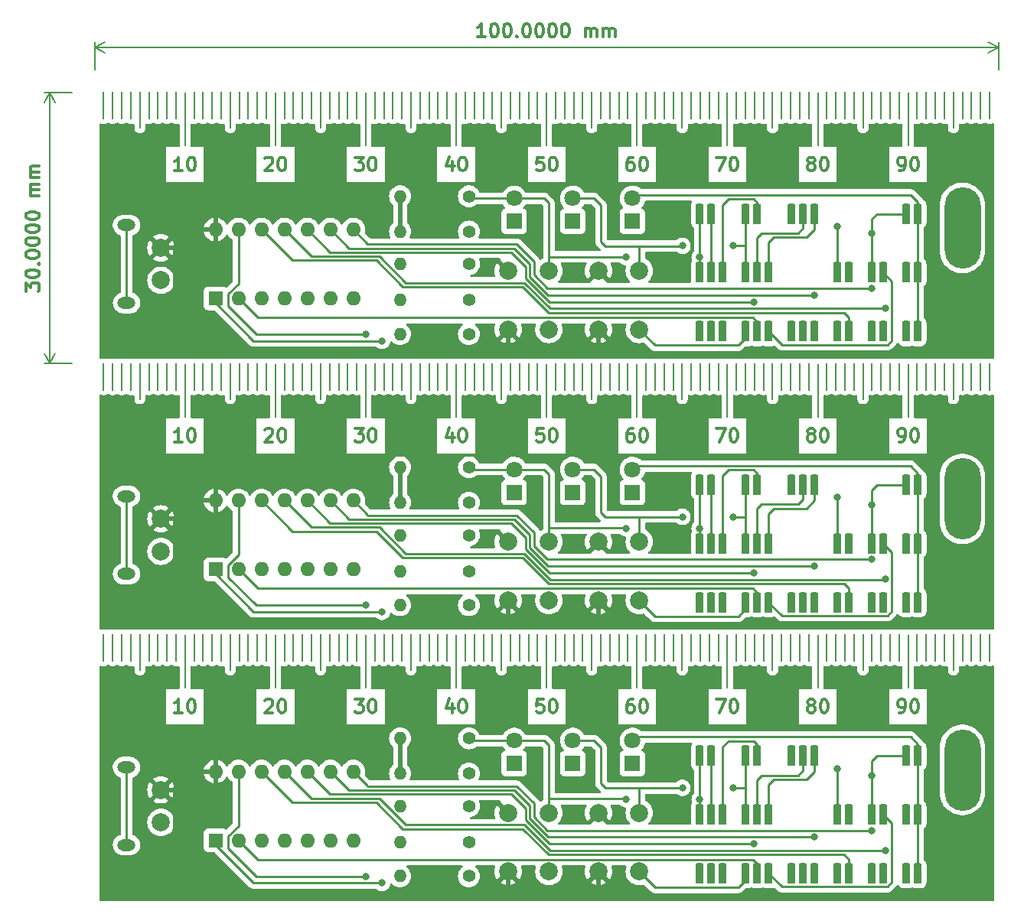
<source format=gbr>
%TF.GenerationSoftware,KiCad,Pcbnew,(6.0.10)*%
%TF.CreationDate,2023-09-25T09:49:00+09:00*%
%TF.ProjectId,simpleLogicCircuit,73696d70-6c65-44c6-9f67-696343697263,rev?*%
%TF.SameCoordinates,Original*%
%TF.FileFunction,Copper,L1,Top*%
%TF.FilePolarity,Positive*%
%FSLAX46Y46*%
G04 Gerber Fmt 4.6, Leading zero omitted, Abs format (unit mm)*
G04 Created by KiCad (PCBNEW (6.0.10)) date 2023-09-25 09:49:00*
%MOMM*%
%LPD*%
G01*
G04 APERTURE LIST*
G04 Aperture macros list*
%AMRoundRect*
0 Rectangle with rounded corners*
0 $1 Rounding radius*
0 $2 $3 $4 $5 $6 $7 $8 $9 X,Y pos of 4 corners*
0 Add a 4 corners polygon primitive as box body*
4,1,4,$2,$3,$4,$5,$6,$7,$8,$9,$2,$3,0*
0 Add four circle primitives for the rounded corners*
1,1,$1+$1,$2,$3*
1,1,$1+$1,$4,$5*
1,1,$1+$1,$6,$7*
1,1,$1+$1,$8,$9*
0 Add four rect primitives between the rounded corners*
20,1,$1+$1,$2,$3,$4,$5,0*
20,1,$1+$1,$4,$5,$6,$7,0*
20,1,$1+$1,$6,$7,$8,$9,0*
20,1,$1+$1,$8,$9,$2,$3,0*%
G04 Aperture macros list end*
%ADD10C,0.300000*%
%TA.AperFunction,NonConductor*%
%ADD11C,0.300000*%
%TD*%
%TA.AperFunction,NonConductor*%
%ADD12C,0.200000*%
%TD*%
%TA.AperFunction,SMDPad,CuDef*%
%ADD13RoundRect,0.225000X-0.225000X-0.918000X0.225000X-0.918000X0.225000X0.918000X-0.225000X0.918000X0*%
%TD*%
%TA.AperFunction,ComponentPad*%
%ADD14C,1.800000*%
%TD*%
%TA.AperFunction,ComponentPad*%
%ADD15R,1.800000X1.800000*%
%TD*%
%TA.AperFunction,ComponentPad*%
%ADD16O,1.400000X1.400000*%
%TD*%
%TA.AperFunction,ComponentPad*%
%ADD17C,1.400000*%
%TD*%
%TA.AperFunction,ComponentPad*%
%ADD18C,2.000000*%
%TD*%
%TA.AperFunction,ComponentPad*%
%ADD19O,1.600000X1.600000*%
%TD*%
%TA.AperFunction,ComponentPad*%
%ADD20R,1.600000X1.600000*%
%TD*%
%TA.AperFunction,SMDPad,CuDef*%
%ADD21RoundRect,0.050000X-0.050000X-1.450000X0.050000X-1.450000X0.050000X1.450000X-0.050000X1.450000X0*%
%TD*%
%TA.AperFunction,SMDPad,CuDef*%
%ADD22RoundRect,0.050000X-0.050000X-1.950000X0.050000X-1.950000X0.050000X1.950000X-0.050000X1.950000X0*%
%TD*%
%TA.AperFunction,SMDPad,CuDef*%
%ADD23RoundRect,0.050000X-0.050000X-2.950000X0.050000X-2.950000X0.050000X2.950000X-0.050000X2.950000X0*%
%TD*%
%TA.AperFunction,ComponentPad*%
%ADD24O,2.000000X1.300000*%
%TD*%
%TA.AperFunction,ComponentPad*%
%ADD25O,4.000000X9.000000*%
%TD*%
%TA.AperFunction,ViaPad*%
%ADD26C,0.800000*%
%TD*%
%TA.AperFunction,Conductor*%
%ADD27C,0.250000*%
%TD*%
%TA.AperFunction,Conductor*%
%ADD28C,0.500000*%
%TD*%
G04 APERTURE END LIST*
D10*
D11*
X75214285Y-30878571D02*
X74357142Y-30878571D01*
X74785714Y-30878571D02*
X74785714Y-29378571D01*
X74642857Y-29592857D01*
X74500000Y-29735714D01*
X74357142Y-29807142D01*
X76142857Y-29378571D02*
X76285714Y-29378571D01*
X76428571Y-29450000D01*
X76500000Y-29521428D01*
X76571428Y-29664285D01*
X76642857Y-29950000D01*
X76642857Y-30307142D01*
X76571428Y-30592857D01*
X76500000Y-30735714D01*
X76428571Y-30807142D01*
X76285714Y-30878571D01*
X76142857Y-30878571D01*
X76000000Y-30807142D01*
X75928571Y-30735714D01*
X75857142Y-30592857D01*
X75785714Y-30307142D01*
X75785714Y-29950000D01*
X75857142Y-29664285D01*
X75928571Y-29521428D01*
X76000000Y-29450000D01*
X76142857Y-29378571D01*
X77571428Y-29378571D02*
X77714285Y-29378571D01*
X77857142Y-29450000D01*
X77928571Y-29521428D01*
X78000000Y-29664285D01*
X78071428Y-29950000D01*
X78071428Y-30307142D01*
X78000000Y-30592857D01*
X77928571Y-30735714D01*
X77857142Y-30807142D01*
X77714285Y-30878571D01*
X77571428Y-30878571D01*
X77428571Y-30807142D01*
X77357142Y-30735714D01*
X77285714Y-30592857D01*
X77214285Y-30307142D01*
X77214285Y-29950000D01*
X77285714Y-29664285D01*
X77357142Y-29521428D01*
X77428571Y-29450000D01*
X77571428Y-29378571D01*
X78714285Y-30735714D02*
X78785714Y-30807142D01*
X78714285Y-30878571D01*
X78642857Y-30807142D01*
X78714285Y-30735714D01*
X78714285Y-30878571D01*
X79714285Y-29378571D02*
X79857142Y-29378571D01*
X80000000Y-29450000D01*
X80071428Y-29521428D01*
X80142857Y-29664285D01*
X80214285Y-29950000D01*
X80214285Y-30307142D01*
X80142857Y-30592857D01*
X80071428Y-30735714D01*
X80000000Y-30807142D01*
X79857142Y-30878571D01*
X79714285Y-30878571D01*
X79571428Y-30807142D01*
X79500000Y-30735714D01*
X79428571Y-30592857D01*
X79357142Y-30307142D01*
X79357142Y-29950000D01*
X79428571Y-29664285D01*
X79500000Y-29521428D01*
X79571428Y-29450000D01*
X79714285Y-29378571D01*
X81142857Y-29378571D02*
X81285714Y-29378571D01*
X81428571Y-29450000D01*
X81500000Y-29521428D01*
X81571428Y-29664285D01*
X81642857Y-29950000D01*
X81642857Y-30307142D01*
X81571428Y-30592857D01*
X81500000Y-30735714D01*
X81428571Y-30807142D01*
X81285714Y-30878571D01*
X81142857Y-30878571D01*
X81000000Y-30807142D01*
X80928571Y-30735714D01*
X80857142Y-30592857D01*
X80785714Y-30307142D01*
X80785714Y-29950000D01*
X80857142Y-29664285D01*
X80928571Y-29521428D01*
X81000000Y-29450000D01*
X81142857Y-29378571D01*
X82571428Y-29378571D02*
X82714285Y-29378571D01*
X82857142Y-29450000D01*
X82928571Y-29521428D01*
X83000000Y-29664285D01*
X83071428Y-29950000D01*
X83071428Y-30307142D01*
X83000000Y-30592857D01*
X82928571Y-30735714D01*
X82857142Y-30807142D01*
X82714285Y-30878571D01*
X82571428Y-30878571D01*
X82428571Y-30807142D01*
X82357142Y-30735714D01*
X82285714Y-30592857D01*
X82214285Y-30307142D01*
X82214285Y-29950000D01*
X82285714Y-29664285D01*
X82357142Y-29521428D01*
X82428571Y-29450000D01*
X82571428Y-29378571D01*
X84000000Y-29378571D02*
X84142857Y-29378571D01*
X84285714Y-29450000D01*
X84357142Y-29521428D01*
X84428571Y-29664285D01*
X84500000Y-29950000D01*
X84500000Y-30307142D01*
X84428571Y-30592857D01*
X84357142Y-30735714D01*
X84285714Y-30807142D01*
X84142857Y-30878571D01*
X84000000Y-30878571D01*
X83857142Y-30807142D01*
X83785714Y-30735714D01*
X83714285Y-30592857D01*
X83642857Y-30307142D01*
X83642857Y-29950000D01*
X83714285Y-29664285D01*
X83785714Y-29521428D01*
X83857142Y-29450000D01*
X84000000Y-29378571D01*
X86285714Y-30878571D02*
X86285714Y-29878571D01*
X86285714Y-30021428D02*
X86357142Y-29950000D01*
X86500000Y-29878571D01*
X86714285Y-29878571D01*
X86857142Y-29950000D01*
X86928571Y-30092857D01*
X86928571Y-30878571D01*
X86928571Y-30092857D02*
X87000000Y-29950000D01*
X87142857Y-29878571D01*
X87357142Y-29878571D01*
X87500000Y-29950000D01*
X87571428Y-30092857D01*
X87571428Y-30878571D01*
X88285714Y-30878571D02*
X88285714Y-29878571D01*
X88285714Y-30021428D02*
X88357142Y-29950000D01*
X88500000Y-29878571D01*
X88714285Y-29878571D01*
X88857142Y-29950000D01*
X88928571Y-30092857D01*
X88928571Y-30878571D01*
X88928571Y-30092857D02*
X89000000Y-29950000D01*
X89142857Y-29878571D01*
X89357142Y-29878571D01*
X89500000Y-29950000D01*
X89571428Y-30092857D01*
X89571428Y-30878571D01*
D12*
X32000000Y-34500000D02*
X32000000Y-31413580D01*
X132000000Y-34500000D02*
X132000000Y-31413580D01*
X32000000Y-32000000D02*
X132000000Y-32000000D01*
X32000000Y-32000000D02*
X132000000Y-32000000D01*
X32000000Y-32000000D02*
X33126504Y-32586421D01*
X32000000Y-32000000D02*
X33126504Y-31413579D01*
X132000000Y-32000000D02*
X130873496Y-31413579D01*
X132000000Y-32000000D02*
X130873496Y-32586421D01*
D10*
D11*
X24378572Y-59000000D02*
X24378572Y-58071428D01*
X24950001Y-58571428D01*
X24950001Y-58357142D01*
X25021429Y-58214285D01*
X25092858Y-58142857D01*
X25235715Y-58071428D01*
X25592858Y-58071428D01*
X25735715Y-58142857D01*
X25807143Y-58214285D01*
X25878572Y-58357142D01*
X25878572Y-58785714D01*
X25807143Y-58928571D01*
X25735715Y-59000000D01*
X24378572Y-57142857D02*
X24378572Y-57000000D01*
X24450001Y-56857142D01*
X24521429Y-56785714D01*
X24664286Y-56714285D01*
X24950001Y-56642857D01*
X25307143Y-56642857D01*
X25592858Y-56714285D01*
X25735715Y-56785714D01*
X25807143Y-56857142D01*
X25878572Y-57000000D01*
X25878572Y-57142857D01*
X25807143Y-57285714D01*
X25735715Y-57357142D01*
X25592858Y-57428571D01*
X25307143Y-57500000D01*
X24950001Y-57500000D01*
X24664286Y-57428571D01*
X24521429Y-57357142D01*
X24450001Y-57285714D01*
X24378572Y-57142857D01*
X25735715Y-56000000D02*
X25807143Y-55928571D01*
X25878572Y-56000000D01*
X25807143Y-56071428D01*
X25735715Y-56000000D01*
X25878572Y-56000000D01*
X24378572Y-55000000D02*
X24378572Y-54857142D01*
X24450001Y-54714285D01*
X24521429Y-54642857D01*
X24664286Y-54571428D01*
X24950001Y-54500000D01*
X25307143Y-54500000D01*
X25592858Y-54571428D01*
X25735715Y-54642857D01*
X25807143Y-54714285D01*
X25878572Y-54857142D01*
X25878572Y-55000000D01*
X25807143Y-55142857D01*
X25735715Y-55214285D01*
X25592858Y-55285714D01*
X25307143Y-55357142D01*
X24950001Y-55357142D01*
X24664286Y-55285714D01*
X24521429Y-55214285D01*
X24450001Y-55142857D01*
X24378572Y-55000000D01*
X24378572Y-53571428D02*
X24378572Y-53428571D01*
X24450001Y-53285714D01*
X24521429Y-53214285D01*
X24664286Y-53142857D01*
X24950001Y-53071428D01*
X25307143Y-53071428D01*
X25592858Y-53142857D01*
X25735715Y-53214285D01*
X25807143Y-53285714D01*
X25878572Y-53428571D01*
X25878572Y-53571428D01*
X25807143Y-53714285D01*
X25735715Y-53785714D01*
X25592858Y-53857142D01*
X25307143Y-53928571D01*
X24950001Y-53928571D01*
X24664286Y-53857142D01*
X24521429Y-53785714D01*
X24450001Y-53714285D01*
X24378572Y-53571428D01*
X24378572Y-52142857D02*
X24378572Y-52000000D01*
X24450001Y-51857142D01*
X24521429Y-51785714D01*
X24664286Y-51714285D01*
X24950001Y-51642857D01*
X25307143Y-51642857D01*
X25592858Y-51714285D01*
X25735715Y-51785714D01*
X25807143Y-51857142D01*
X25878572Y-52000000D01*
X25878572Y-52142857D01*
X25807143Y-52285714D01*
X25735715Y-52357142D01*
X25592858Y-52428571D01*
X25307143Y-52500000D01*
X24950001Y-52500000D01*
X24664286Y-52428571D01*
X24521429Y-52357142D01*
X24450001Y-52285714D01*
X24378572Y-52142857D01*
X24378572Y-50714285D02*
X24378572Y-50571428D01*
X24450001Y-50428571D01*
X24521429Y-50357142D01*
X24664286Y-50285714D01*
X24950001Y-50214285D01*
X25307143Y-50214285D01*
X25592858Y-50285714D01*
X25735715Y-50357142D01*
X25807143Y-50428571D01*
X25878572Y-50571428D01*
X25878572Y-50714285D01*
X25807143Y-50857142D01*
X25735715Y-50928571D01*
X25592858Y-51000000D01*
X25307143Y-51071428D01*
X24950001Y-51071428D01*
X24664286Y-51000000D01*
X24521429Y-50928571D01*
X24450001Y-50857142D01*
X24378572Y-50714285D01*
X25878572Y-48428571D02*
X24878572Y-48428571D01*
X25021429Y-48428571D02*
X24950001Y-48357142D01*
X24878572Y-48214285D01*
X24878572Y-48000000D01*
X24950001Y-47857142D01*
X25092858Y-47785714D01*
X25878572Y-47785714D01*
X25092858Y-47785714D02*
X24950001Y-47714285D01*
X24878572Y-47571428D01*
X24878572Y-47357142D01*
X24950001Y-47214285D01*
X25092858Y-47142857D01*
X25878572Y-47142857D01*
X25878572Y-46428571D02*
X24878572Y-46428571D01*
X25021429Y-46428571D02*
X24950001Y-46357142D01*
X24878572Y-46214285D01*
X24878572Y-46000000D01*
X24950001Y-45857142D01*
X25092858Y-45785714D01*
X25878572Y-45785714D01*
X25092858Y-45785714D02*
X24950001Y-45714285D01*
X24878572Y-45571428D01*
X24878572Y-45357142D01*
X24950001Y-45214285D01*
X25092858Y-45142857D01*
X25878572Y-45142857D01*
D12*
X29500000Y-37000000D02*
X26413581Y-37000000D01*
X29500000Y-67000000D02*
X26413581Y-67000000D01*
X27000001Y-37000000D02*
X27000001Y-67000000D01*
X27000001Y-37000000D02*
X27000001Y-67000000D01*
X27000001Y-37000000D02*
X26413580Y-38126504D01*
X27000001Y-37000000D02*
X27586422Y-38126504D01*
X27000001Y-67000000D02*
X27586422Y-65873496D01*
X27000001Y-67000000D02*
X26413580Y-65873496D01*
D10*
%TO.C,REF\u002A\u002A*%
D11*
X71571428Y-104678571D02*
X71571428Y-105678571D01*
X71214285Y-104107142D02*
X70857142Y-105178571D01*
X71785714Y-105178571D01*
X72642857Y-104178571D02*
X72785714Y-104178571D01*
X72928571Y-104250000D01*
X73000000Y-104321428D01*
X73071428Y-104464285D01*
X73142857Y-104750000D01*
X73142857Y-105107142D01*
X73071428Y-105392857D01*
X73000000Y-105535714D01*
X72928571Y-105607142D01*
X72785714Y-105678571D01*
X72642857Y-105678571D01*
X72500000Y-105607142D01*
X72428571Y-105535714D01*
X72357142Y-105392857D01*
X72285714Y-105107142D01*
X72285714Y-104750000D01*
X72357142Y-104464285D01*
X72428571Y-104321428D01*
X72500000Y-104250000D01*
X72642857Y-104178571D01*
D10*
D11*
X100785714Y-104178571D02*
X101785714Y-104178571D01*
X101142857Y-105678571D01*
X102642857Y-104178571D02*
X102785714Y-104178571D01*
X102928571Y-104250000D01*
X103000000Y-104321428D01*
X103071428Y-104464285D01*
X103142857Y-104750000D01*
X103142857Y-105107142D01*
X103071428Y-105392857D01*
X103000000Y-105535714D01*
X102928571Y-105607142D01*
X102785714Y-105678571D01*
X102642857Y-105678571D01*
X102500000Y-105607142D01*
X102428571Y-105535714D01*
X102357142Y-105392857D01*
X102285714Y-105107142D01*
X102285714Y-104750000D01*
X102357142Y-104464285D01*
X102428571Y-104321428D01*
X102500000Y-104250000D01*
X102642857Y-104178571D01*
D10*
D11*
X41714285Y-105678571D02*
X40857142Y-105678571D01*
X41285714Y-105678571D02*
X41285714Y-104178571D01*
X41142857Y-104392857D01*
X41000000Y-104535714D01*
X40857142Y-104607142D01*
X42642857Y-104178571D02*
X42785714Y-104178571D01*
X42928571Y-104250000D01*
X43000000Y-104321428D01*
X43071428Y-104464285D01*
X43142857Y-104750000D01*
X43142857Y-105107142D01*
X43071428Y-105392857D01*
X43000000Y-105535714D01*
X42928571Y-105607142D01*
X42785714Y-105678571D01*
X42642857Y-105678571D01*
X42500000Y-105607142D01*
X42428571Y-105535714D01*
X42357142Y-105392857D01*
X42285714Y-105107142D01*
X42285714Y-104750000D01*
X42357142Y-104464285D01*
X42428571Y-104321428D01*
X42500000Y-104250000D01*
X42642857Y-104178571D01*
D10*
D11*
X60785714Y-104178571D02*
X61714285Y-104178571D01*
X61214285Y-104750000D01*
X61428571Y-104750000D01*
X61571428Y-104821428D01*
X61642857Y-104892857D01*
X61714285Y-105035714D01*
X61714285Y-105392857D01*
X61642857Y-105535714D01*
X61571428Y-105607142D01*
X61428571Y-105678571D01*
X61000000Y-105678571D01*
X60857142Y-105607142D01*
X60785714Y-105535714D01*
X62642857Y-104178571D02*
X62785714Y-104178571D01*
X62928571Y-104250000D01*
X63000000Y-104321428D01*
X63071428Y-104464285D01*
X63142857Y-104750000D01*
X63142857Y-105107142D01*
X63071428Y-105392857D01*
X63000000Y-105535714D01*
X62928571Y-105607142D01*
X62785714Y-105678571D01*
X62642857Y-105678571D01*
X62500000Y-105607142D01*
X62428571Y-105535714D01*
X62357142Y-105392857D01*
X62285714Y-105107142D01*
X62285714Y-104750000D01*
X62357142Y-104464285D01*
X62428571Y-104321428D01*
X62500000Y-104250000D01*
X62642857Y-104178571D01*
D10*
D11*
X121000000Y-105678571D02*
X121285714Y-105678571D01*
X121428571Y-105607142D01*
X121500000Y-105535714D01*
X121642857Y-105321428D01*
X121714285Y-105035714D01*
X121714285Y-104464285D01*
X121642857Y-104321428D01*
X121571428Y-104250000D01*
X121428571Y-104178571D01*
X121142857Y-104178571D01*
X121000000Y-104250000D01*
X120928571Y-104321428D01*
X120857142Y-104464285D01*
X120857142Y-104821428D01*
X120928571Y-104964285D01*
X121000000Y-105035714D01*
X121142857Y-105107142D01*
X121428571Y-105107142D01*
X121571428Y-105035714D01*
X121642857Y-104964285D01*
X121714285Y-104821428D01*
X122642857Y-104178571D02*
X122785714Y-104178571D01*
X122928571Y-104250000D01*
X123000000Y-104321428D01*
X123071428Y-104464285D01*
X123142857Y-104750000D01*
X123142857Y-105107142D01*
X123071428Y-105392857D01*
X123000000Y-105535714D01*
X122928571Y-105607142D01*
X122785714Y-105678571D01*
X122642857Y-105678571D01*
X122500000Y-105607142D01*
X122428571Y-105535714D01*
X122357142Y-105392857D01*
X122285714Y-105107142D01*
X122285714Y-104750000D01*
X122357142Y-104464285D01*
X122428571Y-104321428D01*
X122500000Y-104250000D01*
X122642857Y-104178571D01*
D10*
D11*
X111142857Y-104821428D02*
X111000000Y-104750000D01*
X110928571Y-104678571D01*
X110857142Y-104535714D01*
X110857142Y-104464285D01*
X110928571Y-104321428D01*
X111000000Y-104250000D01*
X111142857Y-104178571D01*
X111428571Y-104178571D01*
X111571428Y-104250000D01*
X111642857Y-104321428D01*
X111714285Y-104464285D01*
X111714285Y-104535714D01*
X111642857Y-104678571D01*
X111571428Y-104750000D01*
X111428571Y-104821428D01*
X111142857Y-104821428D01*
X111000000Y-104892857D01*
X110928571Y-104964285D01*
X110857142Y-105107142D01*
X110857142Y-105392857D01*
X110928571Y-105535714D01*
X111000000Y-105607142D01*
X111142857Y-105678571D01*
X111428571Y-105678571D01*
X111571428Y-105607142D01*
X111642857Y-105535714D01*
X111714285Y-105392857D01*
X111714285Y-105107142D01*
X111642857Y-104964285D01*
X111571428Y-104892857D01*
X111428571Y-104821428D01*
X112642857Y-104178571D02*
X112785714Y-104178571D01*
X112928571Y-104250000D01*
X113000000Y-104321428D01*
X113071428Y-104464285D01*
X113142857Y-104750000D01*
X113142857Y-105107142D01*
X113071428Y-105392857D01*
X113000000Y-105535714D01*
X112928571Y-105607142D01*
X112785714Y-105678571D01*
X112642857Y-105678571D01*
X112500000Y-105607142D01*
X112428571Y-105535714D01*
X112357142Y-105392857D01*
X112285714Y-105107142D01*
X112285714Y-104750000D01*
X112357142Y-104464285D01*
X112428571Y-104321428D01*
X112500000Y-104250000D01*
X112642857Y-104178571D01*
D10*
D11*
X81642857Y-104178571D02*
X80928571Y-104178571D01*
X80857142Y-104892857D01*
X80928571Y-104821428D01*
X81071428Y-104750000D01*
X81428571Y-104750000D01*
X81571428Y-104821428D01*
X81642857Y-104892857D01*
X81714285Y-105035714D01*
X81714285Y-105392857D01*
X81642857Y-105535714D01*
X81571428Y-105607142D01*
X81428571Y-105678571D01*
X81071428Y-105678571D01*
X80928571Y-105607142D01*
X80857142Y-105535714D01*
X82642857Y-104178571D02*
X82785714Y-104178571D01*
X82928571Y-104250000D01*
X83000000Y-104321428D01*
X83071428Y-104464285D01*
X83142857Y-104750000D01*
X83142857Y-105107142D01*
X83071428Y-105392857D01*
X83000000Y-105535714D01*
X82928571Y-105607142D01*
X82785714Y-105678571D01*
X82642857Y-105678571D01*
X82500000Y-105607142D01*
X82428571Y-105535714D01*
X82357142Y-105392857D01*
X82285714Y-105107142D01*
X82285714Y-104750000D01*
X82357142Y-104464285D01*
X82428571Y-104321428D01*
X82500000Y-104250000D01*
X82642857Y-104178571D01*
D10*
D11*
X91571428Y-104178571D02*
X91285714Y-104178571D01*
X91142857Y-104250000D01*
X91071428Y-104321428D01*
X90928571Y-104535714D01*
X90857142Y-104821428D01*
X90857142Y-105392857D01*
X90928571Y-105535714D01*
X91000000Y-105607142D01*
X91142857Y-105678571D01*
X91428571Y-105678571D01*
X91571428Y-105607142D01*
X91642857Y-105535714D01*
X91714285Y-105392857D01*
X91714285Y-105035714D01*
X91642857Y-104892857D01*
X91571428Y-104821428D01*
X91428571Y-104750000D01*
X91142857Y-104750000D01*
X91000000Y-104821428D01*
X90928571Y-104892857D01*
X90857142Y-105035714D01*
X92642857Y-104178571D02*
X92785714Y-104178571D01*
X92928571Y-104250000D01*
X93000000Y-104321428D01*
X93071428Y-104464285D01*
X93142857Y-104750000D01*
X93142857Y-105107142D01*
X93071428Y-105392857D01*
X93000000Y-105535714D01*
X92928571Y-105607142D01*
X92785714Y-105678571D01*
X92642857Y-105678571D01*
X92500000Y-105607142D01*
X92428571Y-105535714D01*
X92357142Y-105392857D01*
X92285714Y-105107142D01*
X92285714Y-104750000D01*
X92357142Y-104464285D01*
X92428571Y-104321428D01*
X92500000Y-104250000D01*
X92642857Y-104178571D01*
D10*
D11*
X50857142Y-104321428D02*
X50928571Y-104250000D01*
X51071428Y-104178571D01*
X51428571Y-104178571D01*
X51571428Y-104250000D01*
X51642857Y-104321428D01*
X51714285Y-104464285D01*
X51714285Y-104607142D01*
X51642857Y-104821428D01*
X50785714Y-105678571D01*
X51714285Y-105678571D01*
X52642857Y-104178571D02*
X52785714Y-104178571D01*
X52928571Y-104250000D01*
X53000000Y-104321428D01*
X53071428Y-104464285D01*
X53142857Y-104750000D01*
X53142857Y-105107142D01*
X53071428Y-105392857D01*
X53000000Y-105535714D01*
X52928571Y-105607142D01*
X52785714Y-105678571D01*
X52642857Y-105678571D01*
X52500000Y-105607142D01*
X52428571Y-105535714D01*
X52357142Y-105392857D01*
X52285714Y-105107142D01*
X52285714Y-104750000D01*
X52357142Y-104464285D01*
X52428571Y-104321428D01*
X52500000Y-104250000D01*
X52642857Y-104178571D01*
D10*
D11*
X71571428Y-74678571D02*
X71571428Y-75678571D01*
X71214285Y-74107142D02*
X70857142Y-75178571D01*
X71785714Y-75178571D01*
X72642857Y-74178571D02*
X72785714Y-74178571D01*
X72928571Y-74250000D01*
X73000000Y-74321428D01*
X73071428Y-74464285D01*
X73142857Y-74750000D01*
X73142857Y-75107142D01*
X73071428Y-75392857D01*
X73000000Y-75535714D01*
X72928571Y-75607142D01*
X72785714Y-75678571D01*
X72642857Y-75678571D01*
X72500000Y-75607142D01*
X72428571Y-75535714D01*
X72357142Y-75392857D01*
X72285714Y-75107142D01*
X72285714Y-74750000D01*
X72357142Y-74464285D01*
X72428571Y-74321428D01*
X72500000Y-74250000D01*
X72642857Y-74178571D01*
D10*
D11*
X100785714Y-74178571D02*
X101785714Y-74178571D01*
X101142857Y-75678571D01*
X102642857Y-74178571D02*
X102785714Y-74178571D01*
X102928571Y-74250000D01*
X103000000Y-74321428D01*
X103071428Y-74464285D01*
X103142857Y-74750000D01*
X103142857Y-75107142D01*
X103071428Y-75392857D01*
X103000000Y-75535714D01*
X102928571Y-75607142D01*
X102785714Y-75678571D01*
X102642857Y-75678571D01*
X102500000Y-75607142D01*
X102428571Y-75535714D01*
X102357142Y-75392857D01*
X102285714Y-75107142D01*
X102285714Y-74750000D01*
X102357142Y-74464285D01*
X102428571Y-74321428D01*
X102500000Y-74250000D01*
X102642857Y-74178571D01*
D10*
D11*
X41714285Y-75678571D02*
X40857142Y-75678571D01*
X41285714Y-75678571D02*
X41285714Y-74178571D01*
X41142857Y-74392857D01*
X41000000Y-74535714D01*
X40857142Y-74607142D01*
X42642857Y-74178571D02*
X42785714Y-74178571D01*
X42928571Y-74250000D01*
X43000000Y-74321428D01*
X43071428Y-74464285D01*
X43142857Y-74750000D01*
X43142857Y-75107142D01*
X43071428Y-75392857D01*
X43000000Y-75535714D01*
X42928571Y-75607142D01*
X42785714Y-75678571D01*
X42642857Y-75678571D01*
X42500000Y-75607142D01*
X42428571Y-75535714D01*
X42357142Y-75392857D01*
X42285714Y-75107142D01*
X42285714Y-74750000D01*
X42357142Y-74464285D01*
X42428571Y-74321428D01*
X42500000Y-74250000D01*
X42642857Y-74178571D01*
D10*
D11*
X60785714Y-74178571D02*
X61714285Y-74178571D01*
X61214285Y-74750000D01*
X61428571Y-74750000D01*
X61571428Y-74821428D01*
X61642857Y-74892857D01*
X61714285Y-75035714D01*
X61714285Y-75392857D01*
X61642857Y-75535714D01*
X61571428Y-75607142D01*
X61428571Y-75678571D01*
X61000000Y-75678571D01*
X60857142Y-75607142D01*
X60785714Y-75535714D01*
X62642857Y-74178571D02*
X62785714Y-74178571D01*
X62928571Y-74250000D01*
X63000000Y-74321428D01*
X63071428Y-74464285D01*
X63142857Y-74750000D01*
X63142857Y-75107142D01*
X63071428Y-75392857D01*
X63000000Y-75535714D01*
X62928571Y-75607142D01*
X62785714Y-75678571D01*
X62642857Y-75678571D01*
X62500000Y-75607142D01*
X62428571Y-75535714D01*
X62357142Y-75392857D01*
X62285714Y-75107142D01*
X62285714Y-74750000D01*
X62357142Y-74464285D01*
X62428571Y-74321428D01*
X62500000Y-74250000D01*
X62642857Y-74178571D01*
D10*
D11*
X121000000Y-75678571D02*
X121285714Y-75678571D01*
X121428571Y-75607142D01*
X121500000Y-75535714D01*
X121642857Y-75321428D01*
X121714285Y-75035714D01*
X121714285Y-74464285D01*
X121642857Y-74321428D01*
X121571428Y-74250000D01*
X121428571Y-74178571D01*
X121142857Y-74178571D01*
X121000000Y-74250000D01*
X120928571Y-74321428D01*
X120857142Y-74464285D01*
X120857142Y-74821428D01*
X120928571Y-74964285D01*
X121000000Y-75035714D01*
X121142857Y-75107142D01*
X121428571Y-75107142D01*
X121571428Y-75035714D01*
X121642857Y-74964285D01*
X121714285Y-74821428D01*
X122642857Y-74178571D02*
X122785714Y-74178571D01*
X122928571Y-74250000D01*
X123000000Y-74321428D01*
X123071428Y-74464285D01*
X123142857Y-74750000D01*
X123142857Y-75107142D01*
X123071428Y-75392857D01*
X123000000Y-75535714D01*
X122928571Y-75607142D01*
X122785714Y-75678571D01*
X122642857Y-75678571D01*
X122500000Y-75607142D01*
X122428571Y-75535714D01*
X122357142Y-75392857D01*
X122285714Y-75107142D01*
X122285714Y-74750000D01*
X122357142Y-74464285D01*
X122428571Y-74321428D01*
X122500000Y-74250000D01*
X122642857Y-74178571D01*
D10*
D11*
X111142857Y-74821428D02*
X111000000Y-74750000D01*
X110928571Y-74678571D01*
X110857142Y-74535714D01*
X110857142Y-74464285D01*
X110928571Y-74321428D01*
X111000000Y-74250000D01*
X111142857Y-74178571D01*
X111428571Y-74178571D01*
X111571428Y-74250000D01*
X111642857Y-74321428D01*
X111714285Y-74464285D01*
X111714285Y-74535714D01*
X111642857Y-74678571D01*
X111571428Y-74750000D01*
X111428571Y-74821428D01*
X111142857Y-74821428D01*
X111000000Y-74892857D01*
X110928571Y-74964285D01*
X110857142Y-75107142D01*
X110857142Y-75392857D01*
X110928571Y-75535714D01*
X111000000Y-75607142D01*
X111142857Y-75678571D01*
X111428571Y-75678571D01*
X111571428Y-75607142D01*
X111642857Y-75535714D01*
X111714285Y-75392857D01*
X111714285Y-75107142D01*
X111642857Y-74964285D01*
X111571428Y-74892857D01*
X111428571Y-74821428D01*
X112642857Y-74178571D02*
X112785714Y-74178571D01*
X112928571Y-74250000D01*
X113000000Y-74321428D01*
X113071428Y-74464285D01*
X113142857Y-74750000D01*
X113142857Y-75107142D01*
X113071428Y-75392857D01*
X113000000Y-75535714D01*
X112928571Y-75607142D01*
X112785714Y-75678571D01*
X112642857Y-75678571D01*
X112500000Y-75607142D01*
X112428571Y-75535714D01*
X112357142Y-75392857D01*
X112285714Y-75107142D01*
X112285714Y-74750000D01*
X112357142Y-74464285D01*
X112428571Y-74321428D01*
X112500000Y-74250000D01*
X112642857Y-74178571D01*
D10*
D11*
X81642857Y-74178571D02*
X80928571Y-74178571D01*
X80857142Y-74892857D01*
X80928571Y-74821428D01*
X81071428Y-74750000D01*
X81428571Y-74750000D01*
X81571428Y-74821428D01*
X81642857Y-74892857D01*
X81714285Y-75035714D01*
X81714285Y-75392857D01*
X81642857Y-75535714D01*
X81571428Y-75607142D01*
X81428571Y-75678571D01*
X81071428Y-75678571D01*
X80928571Y-75607142D01*
X80857142Y-75535714D01*
X82642857Y-74178571D02*
X82785714Y-74178571D01*
X82928571Y-74250000D01*
X83000000Y-74321428D01*
X83071428Y-74464285D01*
X83142857Y-74750000D01*
X83142857Y-75107142D01*
X83071428Y-75392857D01*
X83000000Y-75535714D01*
X82928571Y-75607142D01*
X82785714Y-75678571D01*
X82642857Y-75678571D01*
X82500000Y-75607142D01*
X82428571Y-75535714D01*
X82357142Y-75392857D01*
X82285714Y-75107142D01*
X82285714Y-74750000D01*
X82357142Y-74464285D01*
X82428571Y-74321428D01*
X82500000Y-74250000D01*
X82642857Y-74178571D01*
D10*
D11*
X91571428Y-74178571D02*
X91285714Y-74178571D01*
X91142857Y-74250000D01*
X91071428Y-74321428D01*
X90928571Y-74535714D01*
X90857142Y-74821428D01*
X90857142Y-75392857D01*
X90928571Y-75535714D01*
X91000000Y-75607142D01*
X91142857Y-75678571D01*
X91428571Y-75678571D01*
X91571428Y-75607142D01*
X91642857Y-75535714D01*
X91714285Y-75392857D01*
X91714285Y-75035714D01*
X91642857Y-74892857D01*
X91571428Y-74821428D01*
X91428571Y-74750000D01*
X91142857Y-74750000D01*
X91000000Y-74821428D01*
X90928571Y-74892857D01*
X90857142Y-75035714D01*
X92642857Y-74178571D02*
X92785714Y-74178571D01*
X92928571Y-74250000D01*
X93000000Y-74321428D01*
X93071428Y-74464285D01*
X93142857Y-74750000D01*
X93142857Y-75107142D01*
X93071428Y-75392857D01*
X93000000Y-75535714D01*
X92928571Y-75607142D01*
X92785714Y-75678571D01*
X92642857Y-75678571D01*
X92500000Y-75607142D01*
X92428571Y-75535714D01*
X92357142Y-75392857D01*
X92285714Y-75107142D01*
X92285714Y-74750000D01*
X92357142Y-74464285D01*
X92428571Y-74321428D01*
X92500000Y-74250000D01*
X92642857Y-74178571D01*
D10*
D11*
X50857142Y-74321428D02*
X50928571Y-74250000D01*
X51071428Y-74178571D01*
X51428571Y-74178571D01*
X51571428Y-74250000D01*
X51642857Y-74321428D01*
X51714285Y-74464285D01*
X51714285Y-74607142D01*
X51642857Y-74821428D01*
X50785714Y-75678571D01*
X51714285Y-75678571D01*
X52642857Y-74178571D02*
X52785714Y-74178571D01*
X52928571Y-74250000D01*
X53000000Y-74321428D01*
X53071428Y-74464285D01*
X53142857Y-74750000D01*
X53142857Y-75107142D01*
X53071428Y-75392857D01*
X53000000Y-75535714D01*
X52928571Y-75607142D01*
X52785714Y-75678571D01*
X52642857Y-75678571D01*
X52500000Y-75607142D01*
X52428571Y-75535714D01*
X52357142Y-75392857D01*
X52285714Y-75107142D01*
X52285714Y-74750000D01*
X52357142Y-74464285D01*
X52428571Y-74321428D01*
X52500000Y-74250000D01*
X52642857Y-74178571D01*
D10*
D11*
X71571428Y-44678571D02*
X71571428Y-45678571D01*
X71214285Y-44107142D02*
X70857142Y-45178571D01*
X71785714Y-45178571D01*
X72642857Y-44178571D02*
X72785714Y-44178571D01*
X72928571Y-44250000D01*
X73000000Y-44321428D01*
X73071428Y-44464285D01*
X73142857Y-44750000D01*
X73142857Y-45107142D01*
X73071428Y-45392857D01*
X73000000Y-45535714D01*
X72928571Y-45607142D01*
X72785714Y-45678571D01*
X72642857Y-45678571D01*
X72500000Y-45607142D01*
X72428571Y-45535714D01*
X72357142Y-45392857D01*
X72285714Y-45107142D01*
X72285714Y-44750000D01*
X72357142Y-44464285D01*
X72428571Y-44321428D01*
X72500000Y-44250000D01*
X72642857Y-44178571D01*
D10*
D11*
X100785714Y-44178571D02*
X101785714Y-44178571D01*
X101142857Y-45678571D01*
X102642857Y-44178571D02*
X102785714Y-44178571D01*
X102928571Y-44250000D01*
X103000000Y-44321428D01*
X103071428Y-44464285D01*
X103142857Y-44750000D01*
X103142857Y-45107142D01*
X103071428Y-45392857D01*
X103000000Y-45535714D01*
X102928571Y-45607142D01*
X102785714Y-45678571D01*
X102642857Y-45678571D01*
X102500000Y-45607142D01*
X102428571Y-45535714D01*
X102357142Y-45392857D01*
X102285714Y-45107142D01*
X102285714Y-44750000D01*
X102357142Y-44464285D01*
X102428571Y-44321428D01*
X102500000Y-44250000D01*
X102642857Y-44178571D01*
D10*
D11*
X41714285Y-45678571D02*
X40857142Y-45678571D01*
X41285714Y-45678571D02*
X41285714Y-44178571D01*
X41142857Y-44392857D01*
X41000000Y-44535714D01*
X40857142Y-44607142D01*
X42642857Y-44178571D02*
X42785714Y-44178571D01*
X42928571Y-44250000D01*
X43000000Y-44321428D01*
X43071428Y-44464285D01*
X43142857Y-44750000D01*
X43142857Y-45107142D01*
X43071428Y-45392857D01*
X43000000Y-45535714D01*
X42928571Y-45607142D01*
X42785714Y-45678571D01*
X42642857Y-45678571D01*
X42500000Y-45607142D01*
X42428571Y-45535714D01*
X42357142Y-45392857D01*
X42285714Y-45107142D01*
X42285714Y-44750000D01*
X42357142Y-44464285D01*
X42428571Y-44321428D01*
X42500000Y-44250000D01*
X42642857Y-44178571D01*
D10*
D11*
X60785714Y-44178571D02*
X61714285Y-44178571D01*
X61214285Y-44750000D01*
X61428571Y-44750000D01*
X61571428Y-44821428D01*
X61642857Y-44892857D01*
X61714285Y-45035714D01*
X61714285Y-45392857D01*
X61642857Y-45535714D01*
X61571428Y-45607142D01*
X61428571Y-45678571D01*
X61000000Y-45678571D01*
X60857142Y-45607142D01*
X60785714Y-45535714D01*
X62642857Y-44178571D02*
X62785714Y-44178571D01*
X62928571Y-44250000D01*
X63000000Y-44321428D01*
X63071428Y-44464285D01*
X63142857Y-44750000D01*
X63142857Y-45107142D01*
X63071428Y-45392857D01*
X63000000Y-45535714D01*
X62928571Y-45607142D01*
X62785714Y-45678571D01*
X62642857Y-45678571D01*
X62500000Y-45607142D01*
X62428571Y-45535714D01*
X62357142Y-45392857D01*
X62285714Y-45107142D01*
X62285714Y-44750000D01*
X62357142Y-44464285D01*
X62428571Y-44321428D01*
X62500000Y-44250000D01*
X62642857Y-44178571D01*
D10*
D11*
X121000000Y-45678571D02*
X121285714Y-45678571D01*
X121428571Y-45607142D01*
X121500000Y-45535714D01*
X121642857Y-45321428D01*
X121714285Y-45035714D01*
X121714285Y-44464285D01*
X121642857Y-44321428D01*
X121571428Y-44250000D01*
X121428571Y-44178571D01*
X121142857Y-44178571D01*
X121000000Y-44250000D01*
X120928571Y-44321428D01*
X120857142Y-44464285D01*
X120857142Y-44821428D01*
X120928571Y-44964285D01*
X121000000Y-45035714D01*
X121142857Y-45107142D01*
X121428571Y-45107142D01*
X121571428Y-45035714D01*
X121642857Y-44964285D01*
X121714285Y-44821428D01*
X122642857Y-44178571D02*
X122785714Y-44178571D01*
X122928571Y-44250000D01*
X123000000Y-44321428D01*
X123071428Y-44464285D01*
X123142857Y-44750000D01*
X123142857Y-45107142D01*
X123071428Y-45392857D01*
X123000000Y-45535714D01*
X122928571Y-45607142D01*
X122785714Y-45678571D01*
X122642857Y-45678571D01*
X122500000Y-45607142D01*
X122428571Y-45535714D01*
X122357142Y-45392857D01*
X122285714Y-45107142D01*
X122285714Y-44750000D01*
X122357142Y-44464285D01*
X122428571Y-44321428D01*
X122500000Y-44250000D01*
X122642857Y-44178571D01*
D10*
D11*
X111142857Y-44821428D02*
X111000000Y-44750000D01*
X110928571Y-44678571D01*
X110857142Y-44535714D01*
X110857142Y-44464285D01*
X110928571Y-44321428D01*
X111000000Y-44250000D01*
X111142857Y-44178571D01*
X111428571Y-44178571D01*
X111571428Y-44250000D01*
X111642857Y-44321428D01*
X111714285Y-44464285D01*
X111714285Y-44535714D01*
X111642857Y-44678571D01*
X111571428Y-44750000D01*
X111428571Y-44821428D01*
X111142857Y-44821428D01*
X111000000Y-44892857D01*
X110928571Y-44964285D01*
X110857142Y-45107142D01*
X110857142Y-45392857D01*
X110928571Y-45535714D01*
X111000000Y-45607142D01*
X111142857Y-45678571D01*
X111428571Y-45678571D01*
X111571428Y-45607142D01*
X111642857Y-45535714D01*
X111714285Y-45392857D01*
X111714285Y-45107142D01*
X111642857Y-44964285D01*
X111571428Y-44892857D01*
X111428571Y-44821428D01*
X112642857Y-44178571D02*
X112785714Y-44178571D01*
X112928571Y-44250000D01*
X113000000Y-44321428D01*
X113071428Y-44464285D01*
X113142857Y-44750000D01*
X113142857Y-45107142D01*
X113071428Y-45392857D01*
X113000000Y-45535714D01*
X112928571Y-45607142D01*
X112785714Y-45678571D01*
X112642857Y-45678571D01*
X112500000Y-45607142D01*
X112428571Y-45535714D01*
X112357142Y-45392857D01*
X112285714Y-45107142D01*
X112285714Y-44750000D01*
X112357142Y-44464285D01*
X112428571Y-44321428D01*
X112500000Y-44250000D01*
X112642857Y-44178571D01*
D10*
D11*
X81642857Y-44178571D02*
X80928571Y-44178571D01*
X80857142Y-44892857D01*
X80928571Y-44821428D01*
X81071428Y-44750000D01*
X81428571Y-44750000D01*
X81571428Y-44821428D01*
X81642857Y-44892857D01*
X81714285Y-45035714D01*
X81714285Y-45392857D01*
X81642857Y-45535714D01*
X81571428Y-45607142D01*
X81428571Y-45678571D01*
X81071428Y-45678571D01*
X80928571Y-45607142D01*
X80857142Y-45535714D01*
X82642857Y-44178571D02*
X82785714Y-44178571D01*
X82928571Y-44250000D01*
X83000000Y-44321428D01*
X83071428Y-44464285D01*
X83142857Y-44750000D01*
X83142857Y-45107142D01*
X83071428Y-45392857D01*
X83000000Y-45535714D01*
X82928571Y-45607142D01*
X82785714Y-45678571D01*
X82642857Y-45678571D01*
X82500000Y-45607142D01*
X82428571Y-45535714D01*
X82357142Y-45392857D01*
X82285714Y-45107142D01*
X82285714Y-44750000D01*
X82357142Y-44464285D01*
X82428571Y-44321428D01*
X82500000Y-44250000D01*
X82642857Y-44178571D01*
D10*
D11*
X91571428Y-44178571D02*
X91285714Y-44178571D01*
X91142857Y-44250000D01*
X91071428Y-44321428D01*
X90928571Y-44535714D01*
X90857142Y-44821428D01*
X90857142Y-45392857D01*
X90928571Y-45535714D01*
X91000000Y-45607142D01*
X91142857Y-45678571D01*
X91428571Y-45678571D01*
X91571428Y-45607142D01*
X91642857Y-45535714D01*
X91714285Y-45392857D01*
X91714285Y-45035714D01*
X91642857Y-44892857D01*
X91571428Y-44821428D01*
X91428571Y-44750000D01*
X91142857Y-44750000D01*
X91000000Y-44821428D01*
X90928571Y-44892857D01*
X90857142Y-45035714D01*
X92642857Y-44178571D02*
X92785714Y-44178571D01*
X92928571Y-44250000D01*
X93000000Y-44321428D01*
X93071428Y-44464285D01*
X93142857Y-44750000D01*
X93142857Y-45107142D01*
X93071428Y-45392857D01*
X93000000Y-45535714D01*
X92928571Y-45607142D01*
X92785714Y-45678571D01*
X92642857Y-45678571D01*
X92500000Y-45607142D01*
X92428571Y-45535714D01*
X92357142Y-45392857D01*
X92285714Y-45107142D01*
X92285714Y-44750000D01*
X92357142Y-44464285D01*
X92428571Y-44321428D01*
X92500000Y-44250000D01*
X92642857Y-44178571D01*
D10*
D11*
X50857142Y-44321428D02*
X50928571Y-44250000D01*
X51071428Y-44178571D01*
X51428571Y-44178571D01*
X51571428Y-44250000D01*
X51642857Y-44321428D01*
X51714285Y-44464285D01*
X51714285Y-44607142D01*
X51642857Y-44821428D01*
X50785714Y-45678571D01*
X51714285Y-45678571D01*
X52642857Y-44178571D02*
X52785714Y-44178571D01*
X52928571Y-44250000D01*
X53000000Y-44321428D01*
X53071428Y-44464285D01*
X53142857Y-44750000D01*
X53142857Y-45107142D01*
X53071428Y-45392857D01*
X53000000Y-45535714D01*
X52928571Y-45607142D01*
X52785714Y-45678571D01*
X52642857Y-45678571D01*
X52500000Y-45607142D01*
X52428571Y-45535714D01*
X52357142Y-45392857D01*
X52285714Y-45107142D01*
X52285714Y-44750000D01*
X52357142Y-44464285D01*
X52428571Y-44321428D01*
X52500000Y-44250000D01*
X52642857Y-44178571D01*
%TD*%
D13*
%TO.P,AND,9,Pin_9*%
%TO.N,/Y*%
X123065000Y-110452500D03*
%TO.P,AND,8,Pin_8*%
%TO.N,/74HC00-6*%
X121795000Y-110452500D03*
%TO.P,AND,7,Pin_7*%
%TO.N,/74HC00-5*%
X111635000Y-110452500D03*
%TO.P,AND,6,Pin_6*%
%TO.N,/74HC00-4*%
X110365000Y-110452500D03*
%TO.P,AND,5,Pin_5*%
%TO.N,/74HC00-3*%
X109095000Y-110452500D03*
%TO.P,AND,4,Pin_4*%
%TO.N,/74HC00-2*%
X105285000Y-110452500D03*
%TO.P,AND,3,Pin_3*%
%TO.N,/X2*%
X104015000Y-110452500D03*
%TO.P,AND,2,Pin_2*%
%TO.N,/74HC00-1*%
X100205000Y-110452500D03*
%TO.P,AND,1,Pin_1*%
%TO.N,/X1*%
X98935000Y-110452500D03*
%TD*%
D14*
%TO.P,X1,2,A*%
%TO.N,/X1*%
X78400000Y-108735000D03*
D15*
%TO.P,X1,1,K*%
%TO.N,Net-(D1-Pad1)*%
X78400000Y-111275000D03*
%TD*%
D16*
%TO.P,R1,2*%
%TO.N,GND*%
X65790000Y-108500000D03*
D17*
%TO.P,R1,1*%
%TO.N,/X1*%
X73410000Y-108500000D03*
%TD*%
D18*
%TO.P,SW1,2,2*%
%TO.N,/X1*%
X82250000Y-123250000D03*
X82250000Y-116750000D03*
%TO.P,SW1,1,1*%
%TO.N,+5V*%
X77750000Y-116750000D03*
X77750000Y-123250000D03*
%TD*%
D19*
%TO.P,74HC00,14,VCC*%
%TO.N,+5V*%
X45375000Y-112180000D03*
%TO.P,74HC00,13*%
%TO.N,/74HC00-13*%
X47915000Y-112180000D03*
%TO.P,74HC00,12*%
%TO.N,/74HC00-12*%
X50455000Y-112180000D03*
%TO.P,74HC00,11*%
%TO.N,/74HC00-11*%
X52995000Y-112180000D03*
%TO.P,74HC00,10*%
%TO.N,/74HC00-10*%
X55535000Y-112180000D03*
%TO.P,74HC00,9*%
%TO.N,/74HC00-9*%
X58075000Y-112180000D03*
%TO.P,74HC00,8*%
%TO.N,/74HC00-8*%
X60615000Y-112180000D03*
%TO.P,74HC00,7,GND*%
%TO.N,GND*%
X60615000Y-119800000D03*
%TO.P,74HC00,6*%
%TO.N,/74HC00-6*%
X58075000Y-119800000D03*
%TO.P,74HC00,5*%
%TO.N,/74HC00-5*%
X55535000Y-119800000D03*
%TO.P,74HC00,4*%
%TO.N,/74HC00-4*%
X52995000Y-119800000D03*
%TO.P,74HC00,3*%
%TO.N,/74HC00-3*%
X50455000Y-119800000D03*
%TO.P,74HC00,2*%
%TO.N,/74HC00-2*%
X47915000Y-119800000D03*
D20*
%TO.P,74HC00,1*%
%TO.N,/74HC00-1*%
X45375000Y-119800000D03*
%TD*%
D16*
%TO.P,R2,2*%
%TO.N,GND*%
X65780000Y-112400000D03*
D17*
%TO.P,R2,1*%
%TO.N,/X2*%
X73400000Y-112400000D03*
%TD*%
D21*
%TO.P,REF\u002A\u002A,103*%
%TO.N,N/C*%
X131000000Y-98500000D03*
%TO.P,REF\u002A\u002A,102*%
X130000000Y-98500000D03*
%TO.P,REF\u002A\u002A,101*%
X129000000Y-98500000D03*
%TO.P,REF\u002A\u002A,100*%
X128000000Y-98500000D03*
%TO.P,REF\u002A\u002A,99*%
X126000000Y-98500000D03*
%TO.P,REF\u002A\u002A,98*%
X125000000Y-98500000D03*
%TO.P,REF\u002A\u002A,97*%
X124000000Y-98500000D03*
%TO.P,REF\u002A\u002A,96*%
X123000000Y-98500000D03*
%TO.P,REF\u002A\u002A,95*%
X121000000Y-98500000D03*
%TO.P,REF\u002A\u002A,94*%
X120000000Y-98500000D03*
%TO.P,REF\u002A\u002A,93*%
X119000000Y-98500000D03*
%TO.P,REF\u002A\u002A,92*%
X118000000Y-98500000D03*
%TO.P,REF\u002A\u002A,91*%
X116000000Y-98500000D03*
%TO.P,REF\u002A\u002A,90*%
X115000000Y-98500000D03*
%TO.P,REF\u002A\u002A,89*%
X114000000Y-98500000D03*
%TO.P,REF\u002A\u002A,88*%
X113000000Y-98500000D03*
%TO.P,REF\u002A\u002A,87*%
X111000000Y-98500000D03*
%TO.P,REF\u002A\u002A,86*%
X110000000Y-98500000D03*
%TO.P,REF\u002A\u002A,85*%
X109000000Y-98500000D03*
%TO.P,REF\u002A\u002A,84*%
X108000000Y-98500000D03*
%TO.P,REF\u002A\u002A,83*%
X106000000Y-98500000D03*
%TO.P,REF\u002A\u002A,82*%
X105000000Y-98500000D03*
%TO.P,REF\u002A\u002A,81*%
X104000000Y-98500000D03*
%TO.P,REF\u002A\u002A,80*%
X103000000Y-98500000D03*
%TO.P,REF\u002A\u002A,79*%
X101000000Y-98500000D03*
%TO.P,REF\u002A\u002A,78*%
X100000000Y-98500000D03*
%TO.P,REF\u002A\u002A,77*%
X99000000Y-98500000D03*
%TO.P,REF\u002A\u002A,76*%
X98000000Y-98500000D03*
%TO.P,REF\u002A\u002A,75*%
X96000000Y-98500000D03*
%TO.P,REF\u002A\u002A,74*%
X95000000Y-98500000D03*
%TO.P,REF\u002A\u002A,73*%
X94000000Y-98500000D03*
%TO.P,REF\u002A\u002A,71*%
X93000000Y-98500000D03*
%TO.P,REF\u002A\u002A,70*%
X91000000Y-98500000D03*
%TO.P,REF\u002A\u002A,69*%
X90000000Y-98500000D03*
%TO.P,REF\u002A\u002A,68*%
X89000000Y-98500000D03*
%TO.P,REF\u002A\u002A,67*%
X88000000Y-98500000D03*
%TO.P,REF\u002A\u002A,66*%
X86000000Y-98500000D03*
%TO.P,REF\u002A\u002A,65*%
X85000000Y-98500000D03*
%TO.P,REF\u002A\u002A,64*%
X84000000Y-98500000D03*
%TO.P,REF\u002A\u002A,63*%
X83000000Y-98500000D03*
%TO.P,REF\u002A\u002A,62*%
X81000000Y-98500000D03*
%TO.P,REF\u002A\u002A,61*%
X80000000Y-98500000D03*
%TO.P,REF\u002A\u002A,60*%
X79000000Y-98500000D03*
%TO.P,REF\u002A\u002A,59*%
X78000000Y-98500000D03*
%TO.P,REF\u002A\u002A,58*%
X76000000Y-98500000D03*
%TO.P,REF\u002A\u002A,57*%
X75000000Y-98500000D03*
%TO.P,REF\u002A\u002A,56*%
X74000000Y-98500000D03*
%TO.P,REF\u002A\u002A,55*%
X73000000Y-98500000D03*
%TO.P,REF\u002A\u002A,54*%
X71000000Y-98500000D03*
%TO.P,REF\u002A\u002A,53*%
X70000000Y-98500000D03*
%TO.P,REF\u002A\u002A,52*%
X69000000Y-98500000D03*
%TO.P,REF\u002A\u002A,51*%
X68000000Y-98500000D03*
%TO.P,REF\u002A\u002A,50*%
X66000000Y-98500000D03*
%TO.P,REF\u002A\u002A,49*%
X65000000Y-98500000D03*
%TO.P,REF\u002A\u002A,48*%
X64000000Y-98500000D03*
%TO.P,REF\u002A\u002A,47*%
X63000000Y-98500000D03*
%TO.P,REF\u002A\u002A,46*%
X61000000Y-98500000D03*
%TO.P,REF\u002A\u002A,45*%
X60000000Y-98500000D03*
%TO.P,REF\u002A\u002A,44*%
X59000000Y-98500000D03*
%TO.P,REF\u002A\u002A,43*%
X58000000Y-98500000D03*
%TO.P,REF\u002A\u002A,42*%
X56000000Y-98500000D03*
%TO.P,REF\u002A\u002A,41*%
X55000000Y-98500000D03*
%TO.P,REF\u002A\u002A,40*%
X54000000Y-98500000D03*
%TO.P,REF\u002A\u002A,39*%
X53000000Y-98500000D03*
%TO.P,REF\u002A\u002A,38*%
X51000000Y-98500000D03*
%TO.P,REF\u002A\u002A,37*%
X50000000Y-98500000D03*
%TO.P,REF\u002A\u002A,36*%
X49000000Y-98500000D03*
%TO.P,REF\u002A\u002A,35*%
X48000000Y-98500000D03*
%TO.P,REF\u002A\u002A,34*%
X46000000Y-98500000D03*
%TO.P,REF\u002A\u002A,33*%
X45000000Y-98500000D03*
%TO.P,REF\u002A\u002A,32*%
X44000000Y-98500000D03*
%TO.P,REF\u002A\u002A,31*%
X43000000Y-98500000D03*
%TO.P,REF\u002A\u002A,30*%
X41000000Y-98500000D03*
%TO.P,REF\u002A\u002A,29*%
X40000000Y-98500000D03*
%TO.P,REF\u002A\u002A,28*%
X39000000Y-98500000D03*
%TO.P,REF\u002A\u002A,27*%
X38000000Y-98500000D03*
%TO.P,REF\u002A\u002A,26*%
X33000000Y-98500000D03*
%TO.P,REF\u002A\u002A,25*%
X34000000Y-98500000D03*
%TO.P,REF\u002A\u002A,24*%
X35000000Y-98500000D03*
%TO.P,REF\u002A\u002A,23*%
X36000000Y-98500000D03*
D22*
%TO.P,REF\u002A\u002A,22*%
X127000000Y-99000000D03*
%TO.P,REF\u002A\u002A,21*%
X117000000Y-99000000D03*
%TO.P,REF\u002A\u002A,20*%
X107000000Y-99000000D03*
%TO.P,REF\u002A\u002A,19*%
X97000000Y-99000000D03*
%TO.P,REF\u002A\u002A,18*%
X87000000Y-99000000D03*
%TO.P,REF\u002A\u002A,17*%
X77000000Y-99000000D03*
%TO.P,REF\u002A\u002A,16*%
X67000000Y-99000000D03*
%TO.P,REF\u002A\u002A,15*%
X57000000Y-99000000D03*
%TO.P,REF\u002A\u002A,14*%
X47000000Y-99000000D03*
%TO.P,REF\u002A\u002A,13*%
X37000000Y-99000000D03*
D23*
%TO.P,REF\u002A\u002A,12*%
X122000000Y-100000000D03*
%TO.P,REF\u002A\u002A,11*%
X112000000Y-100000000D03*
%TO.P,REF\u002A\u002A,10*%
X102000000Y-100000000D03*
%TO.P,REF\u002A\u002A,9*%
X92000000Y-100000000D03*
%TO.P,REF\u002A\u002A,8*%
X82000000Y-100000000D03*
%TO.P,REF\u002A\u002A,7*%
X72000000Y-100000000D03*
%TO.P,REF\u002A\u002A,6*%
X62000000Y-100000000D03*
%TO.P,REF\u002A\u002A,5*%
X52000000Y-100000000D03*
%TO.P,REF\u002A\u002A,4*%
X42000000Y-100000000D03*
%TD*%
D16*
%TO.P,R3,2*%
%TO.N,GND*%
X65790000Y-116000000D03*
D17*
%TO.P,R3,1*%
%TO.N,Net-(D1-Pad1)*%
X73410000Y-116000000D03*
%TD*%
D13*
%TO.P,XOR,15,Pin_15*%
%TO.N,/Y*%
X123065000Y-123452500D03*
%TO.P,XOR,14,Pin_14*%
%TO.N,/74HC00-11*%
X121795000Y-123452500D03*
%TO.P,XOR,13,Pin_13*%
%TO.N,/74HC00-13*%
X119255000Y-123452500D03*
%TO.P,XOR,12,Pin_12*%
%TO.N,/74HC00-8*%
X117985000Y-123452500D03*
%TO.P,XOR,11,Pin_11*%
%TO.N,/74HC00-12*%
X115445000Y-123452500D03*
%TO.P,XOR,10,Pin_10*%
%TO.N,/74HC00-6*%
X114175000Y-123452500D03*
%TO.P,XOR,9,Pin_9*%
%TO.N,/74HC00-9*%
X111635000Y-123452500D03*
%TO.P,XOR,8,Pin_8*%
%TO.N,/74HC00-5*%
X110365000Y-123452500D03*
%TO.P,XOR,7,Pin_7*%
%TO.N,/74HC00-3*%
X109095000Y-123452500D03*
%TO.P,XOR,6,Pin_6*%
%TO.N,/74HC00-10*%
X106555000Y-123452500D03*
%TO.P,XOR,5,Pin_5*%
%TO.N,/74HC00-2*%
X105285000Y-123452500D03*
%TO.P,XOR,4,Pin_4*%
%TO.N,/X2*%
X104015000Y-123452500D03*
%TO.P,XOR,3,Pin_3*%
%TO.N,/74HC00-4*%
X101475000Y-123452500D03*
%TO.P,XOR,2,Pin_2*%
%TO.N,/74HC00-1*%
X100205000Y-123452500D03*
%TO.P,XOR,1,Pin_1*%
%TO.N,/X1*%
X98935000Y-123452500D03*
%TD*%
D14*
%TO.P,Y,2,A*%
%TO.N,/Y*%
X91500000Y-108735000D03*
D15*
%TO.P,Y,1,K*%
%TO.N,Net-(D3-Pad1)*%
X91500000Y-111275000D03*
%TD*%
D24*
%TO.P,USB-C PWR,S1,SHIELD*%
%TO.N,unconnected-(J1-PadS1)*%
X35525000Y-120300000D03*
X35525000Y-111700000D03*
D18*
%TO.P,USB-C PWR,A12,GND*%
%TO.N,GND*%
X39325000Y-117800000D03*
%TO.P,USB-C PWR,A9,VBUS*%
%TO.N,+5V*%
X39325000Y-114200000D03*
%TD*%
D13*
%TO.P,OR,12,Pin_12*%
%TO.N,/Y*%
X123065000Y-116952500D03*
%TO.P,OR,11,Pin_11*%
%TO.N,/74HC00-8*%
X121795000Y-116952500D03*
%TO.P,OR,10,Pin_10*%
%TO.N,/74HC00-10*%
X119255000Y-116952500D03*
%TO.P,OR,9,Pin_9*%
%TO.N,/74HC00-6*%
X117985000Y-116952500D03*
%TO.P,OR,8,Pin_8*%
%TO.N,/74HC00-9*%
X115445000Y-116952500D03*
%TO.P,OR,7,Pin_7*%
%TO.N,/74HC00-3*%
X114175000Y-116952500D03*
%TO.P,OR,6,Pin_6*%
%TO.N,/74HC00-5*%
X106555000Y-116952500D03*
%TO.P,OR,5,Pin_5*%
%TO.N,/74HC00-4*%
X105285000Y-116952500D03*
%TO.P,OR,4,Pin_4*%
%TO.N,/X2*%
X104015000Y-116952500D03*
%TO.P,OR,3,Pin_3*%
%TO.N,/74HC00-2*%
X101475000Y-116952500D03*
%TO.P,OR,2,Pin_2*%
%TO.N,/74HC00-1*%
X100205000Y-116952500D03*
%TO.P,OR,1,Pin_1*%
%TO.N,/X1*%
X98935000Y-116952500D03*
%TD*%
D16*
%TO.P,R4,2*%
%TO.N,GND*%
X65780000Y-120000000D03*
D17*
%TO.P,R4,1*%
%TO.N,Net-(D2-Pad1)*%
X73400000Y-120000000D03*
%TD*%
D14*
%TO.P,X2,2,A*%
%TO.N,/X2*%
X84900000Y-108735000D03*
D15*
%TO.P,X2,1,K*%
%TO.N,Net-(D2-Pad1)*%
X84900000Y-111275000D03*
%TD*%
D16*
%TO.P,R5,2*%
%TO.N,GND*%
X65780000Y-123754000D03*
D17*
%TO.P,R5,1*%
%TO.N,Net-(D3-Pad1)*%
X73400000Y-123754000D03*
%TD*%
D18*
%TO.P,SW2,2,2*%
%TO.N,/X2*%
X92250000Y-123250000D03*
X92250000Y-116750000D03*
%TO.P,SW2,1,1*%
%TO.N,+5V*%
X87750000Y-123250000D03*
X87750000Y-116750000D03*
%TD*%
D25*
%TO.P,REF\u002A\u002A,2*%
%TO.N,N/C*%
X128000000Y-112000000D03*
%TD*%
D13*
%TO.P,AND,9,Pin_9*%
%TO.N,/Y*%
X123065000Y-80452500D03*
%TO.P,AND,8,Pin_8*%
%TO.N,/74HC00-6*%
X121795000Y-80452500D03*
%TO.P,AND,7,Pin_7*%
%TO.N,/74HC00-5*%
X111635000Y-80452500D03*
%TO.P,AND,6,Pin_6*%
%TO.N,/74HC00-4*%
X110365000Y-80452500D03*
%TO.P,AND,5,Pin_5*%
%TO.N,/74HC00-3*%
X109095000Y-80452500D03*
%TO.P,AND,4,Pin_4*%
%TO.N,/74HC00-2*%
X105285000Y-80452500D03*
%TO.P,AND,3,Pin_3*%
%TO.N,/X2*%
X104015000Y-80452500D03*
%TO.P,AND,2,Pin_2*%
%TO.N,/74HC00-1*%
X100205000Y-80452500D03*
%TO.P,AND,1,Pin_1*%
%TO.N,/X1*%
X98935000Y-80452500D03*
%TD*%
D14*
%TO.P,X1,2,A*%
%TO.N,/X1*%
X78400000Y-78735000D03*
D15*
%TO.P,X1,1,K*%
%TO.N,Net-(D1-Pad1)*%
X78400000Y-81275000D03*
%TD*%
D16*
%TO.P,R1,2*%
%TO.N,GND*%
X65790000Y-78500000D03*
D17*
%TO.P,R1,1*%
%TO.N,/X1*%
X73410000Y-78500000D03*
%TD*%
D18*
%TO.P,SW1,2,2*%
%TO.N,/X1*%
X82250000Y-93250000D03*
X82250000Y-86750000D03*
%TO.P,SW1,1,1*%
%TO.N,+5V*%
X77750000Y-86750000D03*
X77750000Y-93250000D03*
%TD*%
D19*
%TO.P,74HC00,14,VCC*%
%TO.N,+5V*%
X45375000Y-82180000D03*
%TO.P,74HC00,13*%
%TO.N,/74HC00-13*%
X47915000Y-82180000D03*
%TO.P,74HC00,12*%
%TO.N,/74HC00-12*%
X50455000Y-82180000D03*
%TO.P,74HC00,11*%
%TO.N,/74HC00-11*%
X52995000Y-82180000D03*
%TO.P,74HC00,10*%
%TO.N,/74HC00-10*%
X55535000Y-82180000D03*
%TO.P,74HC00,9*%
%TO.N,/74HC00-9*%
X58075000Y-82180000D03*
%TO.P,74HC00,8*%
%TO.N,/74HC00-8*%
X60615000Y-82180000D03*
%TO.P,74HC00,7,GND*%
%TO.N,GND*%
X60615000Y-89800000D03*
%TO.P,74HC00,6*%
%TO.N,/74HC00-6*%
X58075000Y-89800000D03*
%TO.P,74HC00,5*%
%TO.N,/74HC00-5*%
X55535000Y-89800000D03*
%TO.P,74HC00,4*%
%TO.N,/74HC00-4*%
X52995000Y-89800000D03*
%TO.P,74HC00,3*%
%TO.N,/74HC00-3*%
X50455000Y-89800000D03*
%TO.P,74HC00,2*%
%TO.N,/74HC00-2*%
X47915000Y-89800000D03*
D20*
%TO.P,74HC00,1*%
%TO.N,/74HC00-1*%
X45375000Y-89800000D03*
%TD*%
D16*
%TO.P,R2,2*%
%TO.N,GND*%
X65780000Y-82400000D03*
D17*
%TO.P,R2,1*%
%TO.N,/X2*%
X73400000Y-82400000D03*
%TD*%
D21*
%TO.P,REF\u002A\u002A,103*%
%TO.N,N/C*%
X131000000Y-68500000D03*
%TO.P,REF\u002A\u002A,102*%
X130000000Y-68500000D03*
%TO.P,REF\u002A\u002A,101*%
X129000000Y-68500000D03*
%TO.P,REF\u002A\u002A,100*%
X128000000Y-68500000D03*
%TO.P,REF\u002A\u002A,99*%
X126000000Y-68500000D03*
%TO.P,REF\u002A\u002A,98*%
X125000000Y-68500000D03*
%TO.P,REF\u002A\u002A,97*%
X124000000Y-68500000D03*
%TO.P,REF\u002A\u002A,96*%
X123000000Y-68500000D03*
%TO.P,REF\u002A\u002A,95*%
X121000000Y-68500000D03*
%TO.P,REF\u002A\u002A,94*%
X120000000Y-68500000D03*
%TO.P,REF\u002A\u002A,93*%
X119000000Y-68500000D03*
%TO.P,REF\u002A\u002A,92*%
X118000000Y-68500000D03*
%TO.P,REF\u002A\u002A,91*%
X116000000Y-68500000D03*
%TO.P,REF\u002A\u002A,90*%
X115000000Y-68500000D03*
%TO.P,REF\u002A\u002A,89*%
X114000000Y-68500000D03*
%TO.P,REF\u002A\u002A,88*%
X113000000Y-68500000D03*
%TO.P,REF\u002A\u002A,87*%
X111000000Y-68500000D03*
%TO.P,REF\u002A\u002A,86*%
X110000000Y-68500000D03*
%TO.P,REF\u002A\u002A,85*%
X109000000Y-68500000D03*
%TO.P,REF\u002A\u002A,84*%
X108000000Y-68500000D03*
%TO.P,REF\u002A\u002A,83*%
X106000000Y-68500000D03*
%TO.P,REF\u002A\u002A,82*%
X105000000Y-68500000D03*
%TO.P,REF\u002A\u002A,81*%
X104000000Y-68500000D03*
%TO.P,REF\u002A\u002A,80*%
X103000000Y-68500000D03*
%TO.P,REF\u002A\u002A,79*%
X101000000Y-68500000D03*
%TO.P,REF\u002A\u002A,78*%
X100000000Y-68500000D03*
%TO.P,REF\u002A\u002A,77*%
X99000000Y-68500000D03*
%TO.P,REF\u002A\u002A,76*%
X98000000Y-68500000D03*
%TO.P,REF\u002A\u002A,75*%
X96000000Y-68500000D03*
%TO.P,REF\u002A\u002A,74*%
X95000000Y-68500000D03*
%TO.P,REF\u002A\u002A,73*%
X94000000Y-68500000D03*
%TO.P,REF\u002A\u002A,71*%
X93000000Y-68500000D03*
%TO.P,REF\u002A\u002A,70*%
X91000000Y-68500000D03*
%TO.P,REF\u002A\u002A,69*%
X90000000Y-68500000D03*
%TO.P,REF\u002A\u002A,68*%
X89000000Y-68500000D03*
%TO.P,REF\u002A\u002A,67*%
X88000000Y-68500000D03*
%TO.P,REF\u002A\u002A,66*%
X86000000Y-68500000D03*
%TO.P,REF\u002A\u002A,65*%
X85000000Y-68500000D03*
%TO.P,REF\u002A\u002A,64*%
X84000000Y-68500000D03*
%TO.P,REF\u002A\u002A,63*%
X83000000Y-68500000D03*
%TO.P,REF\u002A\u002A,62*%
X81000000Y-68500000D03*
%TO.P,REF\u002A\u002A,61*%
X80000000Y-68500000D03*
%TO.P,REF\u002A\u002A,60*%
X79000000Y-68500000D03*
%TO.P,REF\u002A\u002A,59*%
X78000000Y-68500000D03*
%TO.P,REF\u002A\u002A,58*%
X76000000Y-68500000D03*
%TO.P,REF\u002A\u002A,57*%
X75000000Y-68500000D03*
%TO.P,REF\u002A\u002A,56*%
X74000000Y-68500000D03*
%TO.P,REF\u002A\u002A,55*%
X73000000Y-68500000D03*
%TO.P,REF\u002A\u002A,54*%
X71000000Y-68500000D03*
%TO.P,REF\u002A\u002A,53*%
X70000000Y-68500000D03*
%TO.P,REF\u002A\u002A,52*%
X69000000Y-68500000D03*
%TO.P,REF\u002A\u002A,51*%
X68000000Y-68500000D03*
%TO.P,REF\u002A\u002A,50*%
X66000000Y-68500000D03*
%TO.P,REF\u002A\u002A,49*%
X65000000Y-68500000D03*
%TO.P,REF\u002A\u002A,48*%
X64000000Y-68500000D03*
%TO.P,REF\u002A\u002A,47*%
X63000000Y-68500000D03*
%TO.P,REF\u002A\u002A,46*%
X61000000Y-68500000D03*
%TO.P,REF\u002A\u002A,45*%
X60000000Y-68500000D03*
%TO.P,REF\u002A\u002A,44*%
X59000000Y-68500000D03*
%TO.P,REF\u002A\u002A,43*%
X58000000Y-68500000D03*
%TO.P,REF\u002A\u002A,42*%
X56000000Y-68500000D03*
%TO.P,REF\u002A\u002A,41*%
X55000000Y-68500000D03*
%TO.P,REF\u002A\u002A,40*%
X54000000Y-68500000D03*
%TO.P,REF\u002A\u002A,39*%
X53000000Y-68500000D03*
%TO.P,REF\u002A\u002A,38*%
X51000000Y-68500000D03*
%TO.P,REF\u002A\u002A,37*%
X50000000Y-68500000D03*
%TO.P,REF\u002A\u002A,36*%
X49000000Y-68500000D03*
%TO.P,REF\u002A\u002A,35*%
X48000000Y-68500000D03*
%TO.P,REF\u002A\u002A,34*%
X46000000Y-68500000D03*
%TO.P,REF\u002A\u002A,33*%
X45000000Y-68500000D03*
%TO.P,REF\u002A\u002A,32*%
X44000000Y-68500000D03*
%TO.P,REF\u002A\u002A,31*%
X43000000Y-68500000D03*
%TO.P,REF\u002A\u002A,30*%
X41000000Y-68500000D03*
%TO.P,REF\u002A\u002A,29*%
X40000000Y-68500000D03*
%TO.P,REF\u002A\u002A,28*%
X39000000Y-68500000D03*
%TO.P,REF\u002A\u002A,27*%
X38000000Y-68500000D03*
%TO.P,REF\u002A\u002A,26*%
X33000000Y-68500000D03*
%TO.P,REF\u002A\u002A,25*%
X34000000Y-68500000D03*
%TO.P,REF\u002A\u002A,24*%
X35000000Y-68500000D03*
%TO.P,REF\u002A\u002A,23*%
X36000000Y-68500000D03*
D22*
%TO.P,REF\u002A\u002A,22*%
X127000000Y-69000000D03*
%TO.P,REF\u002A\u002A,21*%
X117000000Y-69000000D03*
%TO.P,REF\u002A\u002A,20*%
X107000000Y-69000000D03*
%TO.P,REF\u002A\u002A,19*%
X97000000Y-69000000D03*
%TO.P,REF\u002A\u002A,18*%
X87000000Y-69000000D03*
%TO.P,REF\u002A\u002A,17*%
X77000000Y-69000000D03*
%TO.P,REF\u002A\u002A,16*%
X67000000Y-69000000D03*
%TO.P,REF\u002A\u002A,15*%
X57000000Y-69000000D03*
%TO.P,REF\u002A\u002A,14*%
X47000000Y-69000000D03*
%TO.P,REF\u002A\u002A,13*%
X37000000Y-69000000D03*
D23*
%TO.P,REF\u002A\u002A,12*%
X122000000Y-70000000D03*
%TO.P,REF\u002A\u002A,11*%
X112000000Y-70000000D03*
%TO.P,REF\u002A\u002A,10*%
X102000000Y-70000000D03*
%TO.P,REF\u002A\u002A,9*%
X92000000Y-70000000D03*
%TO.P,REF\u002A\u002A,8*%
X82000000Y-70000000D03*
%TO.P,REF\u002A\u002A,7*%
X72000000Y-70000000D03*
%TO.P,REF\u002A\u002A,6*%
X62000000Y-70000000D03*
%TO.P,REF\u002A\u002A,5*%
X52000000Y-70000000D03*
%TO.P,REF\u002A\u002A,4*%
X42000000Y-70000000D03*
%TD*%
D16*
%TO.P,R3,2*%
%TO.N,GND*%
X65790000Y-86000000D03*
D17*
%TO.P,R3,1*%
%TO.N,Net-(D1-Pad1)*%
X73410000Y-86000000D03*
%TD*%
D13*
%TO.P,XOR,15,Pin_15*%
%TO.N,/Y*%
X123065000Y-93452500D03*
%TO.P,XOR,14,Pin_14*%
%TO.N,/74HC00-11*%
X121795000Y-93452500D03*
%TO.P,XOR,13,Pin_13*%
%TO.N,/74HC00-13*%
X119255000Y-93452500D03*
%TO.P,XOR,12,Pin_12*%
%TO.N,/74HC00-8*%
X117985000Y-93452500D03*
%TO.P,XOR,11,Pin_11*%
%TO.N,/74HC00-12*%
X115445000Y-93452500D03*
%TO.P,XOR,10,Pin_10*%
%TO.N,/74HC00-6*%
X114175000Y-93452500D03*
%TO.P,XOR,9,Pin_9*%
%TO.N,/74HC00-9*%
X111635000Y-93452500D03*
%TO.P,XOR,8,Pin_8*%
%TO.N,/74HC00-5*%
X110365000Y-93452500D03*
%TO.P,XOR,7,Pin_7*%
%TO.N,/74HC00-3*%
X109095000Y-93452500D03*
%TO.P,XOR,6,Pin_6*%
%TO.N,/74HC00-10*%
X106555000Y-93452500D03*
%TO.P,XOR,5,Pin_5*%
%TO.N,/74HC00-2*%
X105285000Y-93452500D03*
%TO.P,XOR,4,Pin_4*%
%TO.N,/X2*%
X104015000Y-93452500D03*
%TO.P,XOR,3,Pin_3*%
%TO.N,/74HC00-4*%
X101475000Y-93452500D03*
%TO.P,XOR,2,Pin_2*%
%TO.N,/74HC00-1*%
X100205000Y-93452500D03*
%TO.P,XOR,1,Pin_1*%
%TO.N,/X1*%
X98935000Y-93452500D03*
%TD*%
D14*
%TO.P,Y,2,A*%
%TO.N,/Y*%
X91500000Y-78735000D03*
D15*
%TO.P,Y,1,K*%
%TO.N,Net-(D3-Pad1)*%
X91500000Y-81275000D03*
%TD*%
D24*
%TO.P,USB-C PWR,S1,SHIELD*%
%TO.N,unconnected-(J1-PadS1)*%
X35525000Y-90300000D03*
X35525000Y-81700000D03*
D18*
%TO.P,USB-C PWR,A12,GND*%
%TO.N,GND*%
X39325000Y-87800000D03*
%TO.P,USB-C PWR,A9,VBUS*%
%TO.N,+5V*%
X39325000Y-84200000D03*
%TD*%
D13*
%TO.P,OR,12,Pin_12*%
%TO.N,/Y*%
X123065000Y-86952500D03*
%TO.P,OR,11,Pin_11*%
%TO.N,/74HC00-8*%
X121795000Y-86952500D03*
%TO.P,OR,10,Pin_10*%
%TO.N,/74HC00-10*%
X119255000Y-86952500D03*
%TO.P,OR,9,Pin_9*%
%TO.N,/74HC00-6*%
X117985000Y-86952500D03*
%TO.P,OR,8,Pin_8*%
%TO.N,/74HC00-9*%
X115445000Y-86952500D03*
%TO.P,OR,7,Pin_7*%
%TO.N,/74HC00-3*%
X114175000Y-86952500D03*
%TO.P,OR,6,Pin_6*%
%TO.N,/74HC00-5*%
X106555000Y-86952500D03*
%TO.P,OR,5,Pin_5*%
%TO.N,/74HC00-4*%
X105285000Y-86952500D03*
%TO.P,OR,4,Pin_4*%
%TO.N,/X2*%
X104015000Y-86952500D03*
%TO.P,OR,3,Pin_3*%
%TO.N,/74HC00-2*%
X101475000Y-86952500D03*
%TO.P,OR,2,Pin_2*%
%TO.N,/74HC00-1*%
X100205000Y-86952500D03*
%TO.P,OR,1,Pin_1*%
%TO.N,/X1*%
X98935000Y-86952500D03*
%TD*%
D16*
%TO.P,R4,2*%
%TO.N,GND*%
X65780000Y-90000000D03*
D17*
%TO.P,R4,1*%
%TO.N,Net-(D2-Pad1)*%
X73400000Y-90000000D03*
%TD*%
D14*
%TO.P,X2,2,A*%
%TO.N,/X2*%
X84900000Y-78735000D03*
D15*
%TO.P,X2,1,K*%
%TO.N,Net-(D2-Pad1)*%
X84900000Y-81275000D03*
%TD*%
D16*
%TO.P,R5,2*%
%TO.N,GND*%
X65780000Y-93754000D03*
D17*
%TO.P,R5,1*%
%TO.N,Net-(D3-Pad1)*%
X73400000Y-93754000D03*
%TD*%
D18*
%TO.P,SW2,2,2*%
%TO.N,/X2*%
X92250000Y-93250000D03*
X92250000Y-86750000D03*
%TO.P,SW2,1,1*%
%TO.N,+5V*%
X87750000Y-93250000D03*
X87750000Y-86750000D03*
%TD*%
D25*
%TO.P,REF\u002A\u002A,2*%
%TO.N,N/C*%
X128000000Y-82000000D03*
%TD*%
D24*
%TO.P,USB-C PWR,S1,SHIELD*%
%TO.N,unconnected-(J1-PadS1)*%
X35525000Y-60300000D03*
X35525000Y-51700000D03*
D18*
%TO.P,USB-C PWR,A12,GND*%
%TO.N,GND*%
X39325000Y-57800000D03*
%TO.P,USB-C PWR,A9,VBUS*%
%TO.N,+5V*%
X39325000Y-54200000D03*
%TD*%
D14*
%TO.P,Y,2,A*%
%TO.N,/Y*%
X91500000Y-48735000D03*
D15*
%TO.P,Y,1,K*%
%TO.N,Net-(D3-Pad1)*%
X91500000Y-51275000D03*
%TD*%
D13*
%TO.P,OR,12,Pin_12*%
%TO.N,/Y*%
X123065000Y-56952500D03*
%TO.P,OR,11,Pin_11*%
%TO.N,/74HC00-8*%
X121795000Y-56952500D03*
%TO.P,OR,10,Pin_10*%
%TO.N,/74HC00-10*%
X119255000Y-56952500D03*
%TO.P,OR,9,Pin_9*%
%TO.N,/74HC00-6*%
X117985000Y-56952500D03*
%TO.P,OR,8,Pin_8*%
%TO.N,/74HC00-9*%
X115445000Y-56952500D03*
%TO.P,OR,7,Pin_7*%
%TO.N,/74HC00-3*%
X114175000Y-56952500D03*
%TO.P,OR,6,Pin_6*%
%TO.N,/74HC00-5*%
X106555000Y-56952500D03*
%TO.P,OR,5,Pin_5*%
%TO.N,/74HC00-4*%
X105285000Y-56952500D03*
%TO.P,OR,4,Pin_4*%
%TO.N,/X2*%
X104015000Y-56952500D03*
%TO.P,OR,3,Pin_3*%
%TO.N,/74HC00-2*%
X101475000Y-56952500D03*
%TO.P,OR,2,Pin_2*%
%TO.N,/74HC00-1*%
X100205000Y-56952500D03*
%TO.P,OR,1,Pin_1*%
%TO.N,/X1*%
X98935000Y-56952500D03*
%TD*%
%TO.P,XOR,15,Pin_15*%
%TO.N,/Y*%
X123065000Y-63452500D03*
%TO.P,XOR,14,Pin_14*%
%TO.N,/74HC00-11*%
X121795000Y-63452500D03*
%TO.P,XOR,13,Pin_13*%
%TO.N,/74HC00-13*%
X119255000Y-63452500D03*
%TO.P,XOR,12,Pin_12*%
%TO.N,/74HC00-8*%
X117985000Y-63452500D03*
%TO.P,XOR,11,Pin_11*%
%TO.N,/74HC00-12*%
X115445000Y-63452500D03*
%TO.P,XOR,10,Pin_10*%
%TO.N,/74HC00-6*%
X114175000Y-63452500D03*
%TO.P,XOR,9,Pin_9*%
%TO.N,/74HC00-9*%
X111635000Y-63452500D03*
%TO.P,XOR,8,Pin_8*%
%TO.N,/74HC00-5*%
X110365000Y-63452500D03*
%TO.P,XOR,7,Pin_7*%
%TO.N,/74HC00-3*%
X109095000Y-63452500D03*
%TO.P,XOR,6,Pin_6*%
%TO.N,/74HC00-10*%
X106555000Y-63452500D03*
%TO.P,XOR,5,Pin_5*%
%TO.N,/74HC00-2*%
X105285000Y-63452500D03*
%TO.P,XOR,4,Pin_4*%
%TO.N,/X2*%
X104015000Y-63452500D03*
%TO.P,XOR,3,Pin_3*%
%TO.N,/74HC00-4*%
X101475000Y-63452500D03*
%TO.P,XOR,2,Pin_2*%
%TO.N,/74HC00-1*%
X100205000Y-63452500D03*
%TO.P,XOR,1,Pin_1*%
%TO.N,/X1*%
X98935000Y-63452500D03*
%TD*%
D16*
%TO.P,R3,2*%
%TO.N,GND*%
X65790000Y-56000000D03*
D17*
%TO.P,R3,1*%
%TO.N,Net-(D1-Pad1)*%
X73410000Y-56000000D03*
%TD*%
D21*
%TO.P,REF\u002A\u002A,103*%
%TO.N,N/C*%
X131000000Y-38500000D03*
%TO.P,REF\u002A\u002A,102*%
X130000000Y-38500000D03*
%TO.P,REF\u002A\u002A,101*%
X129000000Y-38500000D03*
%TO.P,REF\u002A\u002A,100*%
X128000000Y-38500000D03*
%TO.P,REF\u002A\u002A,99*%
X126000000Y-38500000D03*
%TO.P,REF\u002A\u002A,98*%
X125000000Y-38500000D03*
%TO.P,REF\u002A\u002A,97*%
X124000000Y-38500000D03*
%TO.P,REF\u002A\u002A,96*%
X123000000Y-38500000D03*
%TO.P,REF\u002A\u002A,95*%
X121000000Y-38500000D03*
%TO.P,REF\u002A\u002A,94*%
X120000000Y-38500000D03*
%TO.P,REF\u002A\u002A,93*%
X119000000Y-38500000D03*
%TO.P,REF\u002A\u002A,92*%
X118000000Y-38500000D03*
%TO.P,REF\u002A\u002A,91*%
X116000000Y-38500000D03*
%TO.P,REF\u002A\u002A,90*%
X115000000Y-38500000D03*
%TO.P,REF\u002A\u002A,89*%
X114000000Y-38500000D03*
%TO.P,REF\u002A\u002A,88*%
X113000000Y-38500000D03*
%TO.P,REF\u002A\u002A,87*%
X111000000Y-38500000D03*
%TO.P,REF\u002A\u002A,86*%
X110000000Y-38500000D03*
%TO.P,REF\u002A\u002A,85*%
X109000000Y-38500000D03*
%TO.P,REF\u002A\u002A,84*%
X108000000Y-38500000D03*
%TO.P,REF\u002A\u002A,83*%
X106000000Y-38500000D03*
%TO.P,REF\u002A\u002A,82*%
X105000000Y-38500000D03*
%TO.P,REF\u002A\u002A,81*%
X104000000Y-38500000D03*
%TO.P,REF\u002A\u002A,80*%
X103000000Y-38500000D03*
%TO.P,REF\u002A\u002A,79*%
X101000000Y-38500000D03*
%TO.P,REF\u002A\u002A,78*%
X100000000Y-38500000D03*
%TO.P,REF\u002A\u002A,77*%
X99000000Y-38500000D03*
%TO.P,REF\u002A\u002A,76*%
X98000000Y-38500000D03*
%TO.P,REF\u002A\u002A,75*%
X96000000Y-38500000D03*
%TO.P,REF\u002A\u002A,74*%
X95000000Y-38500000D03*
%TO.P,REF\u002A\u002A,73*%
X94000000Y-38500000D03*
%TO.P,REF\u002A\u002A,71*%
X93000000Y-38500000D03*
%TO.P,REF\u002A\u002A,70*%
X91000000Y-38500000D03*
%TO.P,REF\u002A\u002A,69*%
X90000000Y-38500000D03*
%TO.P,REF\u002A\u002A,68*%
X89000000Y-38500000D03*
%TO.P,REF\u002A\u002A,67*%
X88000000Y-38500000D03*
%TO.P,REF\u002A\u002A,66*%
X86000000Y-38500000D03*
%TO.P,REF\u002A\u002A,65*%
X85000000Y-38500000D03*
%TO.P,REF\u002A\u002A,64*%
X84000000Y-38500000D03*
%TO.P,REF\u002A\u002A,63*%
X83000000Y-38500000D03*
%TO.P,REF\u002A\u002A,62*%
X81000000Y-38500000D03*
%TO.P,REF\u002A\u002A,61*%
X80000000Y-38500000D03*
%TO.P,REF\u002A\u002A,60*%
X79000000Y-38500000D03*
%TO.P,REF\u002A\u002A,59*%
X78000000Y-38500000D03*
%TO.P,REF\u002A\u002A,58*%
X76000000Y-38500000D03*
%TO.P,REF\u002A\u002A,57*%
X75000000Y-38500000D03*
%TO.P,REF\u002A\u002A,56*%
X74000000Y-38500000D03*
%TO.P,REF\u002A\u002A,55*%
X73000000Y-38500000D03*
%TO.P,REF\u002A\u002A,54*%
X71000000Y-38500000D03*
%TO.P,REF\u002A\u002A,53*%
X70000000Y-38500000D03*
%TO.P,REF\u002A\u002A,52*%
X69000000Y-38500000D03*
%TO.P,REF\u002A\u002A,51*%
X68000000Y-38500000D03*
%TO.P,REF\u002A\u002A,50*%
X66000000Y-38500000D03*
%TO.P,REF\u002A\u002A,49*%
X65000000Y-38500000D03*
%TO.P,REF\u002A\u002A,48*%
X64000000Y-38500000D03*
%TO.P,REF\u002A\u002A,47*%
X63000000Y-38500000D03*
%TO.P,REF\u002A\u002A,46*%
X61000000Y-38500000D03*
%TO.P,REF\u002A\u002A,45*%
X60000000Y-38500000D03*
%TO.P,REF\u002A\u002A,44*%
X59000000Y-38500000D03*
%TO.P,REF\u002A\u002A,43*%
X58000000Y-38500000D03*
%TO.P,REF\u002A\u002A,42*%
X56000000Y-38500000D03*
%TO.P,REF\u002A\u002A,41*%
X55000000Y-38500000D03*
%TO.P,REF\u002A\u002A,40*%
X54000000Y-38500000D03*
%TO.P,REF\u002A\u002A,39*%
X53000000Y-38500000D03*
%TO.P,REF\u002A\u002A,38*%
X51000000Y-38500000D03*
%TO.P,REF\u002A\u002A,37*%
X50000000Y-38500000D03*
%TO.P,REF\u002A\u002A,36*%
X49000000Y-38500000D03*
%TO.P,REF\u002A\u002A,35*%
X48000000Y-38500000D03*
%TO.P,REF\u002A\u002A,34*%
X46000000Y-38500000D03*
%TO.P,REF\u002A\u002A,33*%
X45000000Y-38500000D03*
%TO.P,REF\u002A\u002A,32*%
X44000000Y-38500000D03*
%TO.P,REF\u002A\u002A,31*%
X43000000Y-38500000D03*
%TO.P,REF\u002A\u002A,30*%
X41000000Y-38500000D03*
%TO.P,REF\u002A\u002A,29*%
X40000000Y-38500000D03*
%TO.P,REF\u002A\u002A,28*%
X39000000Y-38500000D03*
%TO.P,REF\u002A\u002A,27*%
X38000000Y-38500000D03*
%TO.P,REF\u002A\u002A,26*%
X33000000Y-38500000D03*
%TO.P,REF\u002A\u002A,25*%
X34000000Y-38500000D03*
%TO.P,REF\u002A\u002A,24*%
X35000000Y-38500000D03*
%TO.P,REF\u002A\u002A,23*%
X36000000Y-38500000D03*
D22*
%TO.P,REF\u002A\u002A,22*%
X127000000Y-39000000D03*
%TO.P,REF\u002A\u002A,21*%
X117000000Y-39000000D03*
%TO.P,REF\u002A\u002A,20*%
X107000000Y-39000000D03*
%TO.P,REF\u002A\u002A,19*%
X97000000Y-39000000D03*
%TO.P,REF\u002A\u002A,18*%
X87000000Y-39000000D03*
%TO.P,REF\u002A\u002A,17*%
X77000000Y-39000000D03*
%TO.P,REF\u002A\u002A,16*%
X67000000Y-39000000D03*
%TO.P,REF\u002A\u002A,15*%
X57000000Y-39000000D03*
%TO.P,REF\u002A\u002A,14*%
X47000000Y-39000000D03*
%TO.P,REF\u002A\u002A,13*%
X37000000Y-39000000D03*
D23*
%TO.P,REF\u002A\u002A,12*%
X122000000Y-40000000D03*
%TO.P,REF\u002A\u002A,11*%
X112000000Y-40000000D03*
%TO.P,REF\u002A\u002A,10*%
X102000000Y-40000000D03*
%TO.P,REF\u002A\u002A,9*%
X92000000Y-40000000D03*
%TO.P,REF\u002A\u002A,8*%
X82000000Y-40000000D03*
%TO.P,REF\u002A\u002A,7*%
X72000000Y-40000000D03*
%TO.P,REF\u002A\u002A,6*%
X62000000Y-40000000D03*
%TO.P,REF\u002A\u002A,5*%
X52000000Y-40000000D03*
%TO.P,REF\u002A\u002A,4*%
X42000000Y-40000000D03*
%TD*%
D16*
%TO.P,R2,2*%
%TO.N,GND*%
X65780000Y-52400000D03*
D17*
%TO.P,R2,1*%
%TO.N,/X2*%
X73400000Y-52400000D03*
%TD*%
D19*
%TO.P,74HC00,14,VCC*%
%TO.N,+5V*%
X45375000Y-52180000D03*
%TO.P,74HC00,13*%
%TO.N,/74HC00-13*%
X47915000Y-52180000D03*
%TO.P,74HC00,12*%
%TO.N,/74HC00-12*%
X50455000Y-52180000D03*
%TO.P,74HC00,11*%
%TO.N,/74HC00-11*%
X52995000Y-52180000D03*
%TO.P,74HC00,10*%
%TO.N,/74HC00-10*%
X55535000Y-52180000D03*
%TO.P,74HC00,9*%
%TO.N,/74HC00-9*%
X58075000Y-52180000D03*
%TO.P,74HC00,8*%
%TO.N,/74HC00-8*%
X60615000Y-52180000D03*
%TO.P,74HC00,7,GND*%
%TO.N,GND*%
X60615000Y-59800000D03*
%TO.P,74HC00,6*%
%TO.N,/74HC00-6*%
X58075000Y-59800000D03*
%TO.P,74HC00,5*%
%TO.N,/74HC00-5*%
X55535000Y-59800000D03*
%TO.P,74HC00,4*%
%TO.N,/74HC00-4*%
X52995000Y-59800000D03*
%TO.P,74HC00,3*%
%TO.N,/74HC00-3*%
X50455000Y-59800000D03*
%TO.P,74HC00,2*%
%TO.N,/74HC00-2*%
X47915000Y-59800000D03*
D20*
%TO.P,74HC00,1*%
%TO.N,/74HC00-1*%
X45375000Y-59800000D03*
%TD*%
D18*
%TO.P,SW1,2,2*%
%TO.N,/X1*%
X82250000Y-63250000D03*
X82250000Y-56750000D03*
%TO.P,SW1,1,1*%
%TO.N,+5V*%
X77750000Y-56750000D03*
X77750000Y-63250000D03*
%TD*%
D16*
%TO.P,R1,2*%
%TO.N,GND*%
X65790000Y-48500000D03*
D17*
%TO.P,R1,1*%
%TO.N,/X1*%
X73410000Y-48500000D03*
%TD*%
D14*
%TO.P,X1,2,A*%
%TO.N,/X1*%
X78400000Y-48735000D03*
D15*
%TO.P,X1,1,K*%
%TO.N,Net-(D1-Pad1)*%
X78400000Y-51275000D03*
%TD*%
D13*
%TO.P,AND,9,Pin_9*%
%TO.N,/Y*%
X123065000Y-50452500D03*
%TO.P,AND,8,Pin_8*%
%TO.N,/74HC00-6*%
X121795000Y-50452500D03*
%TO.P,AND,7,Pin_7*%
%TO.N,/74HC00-5*%
X111635000Y-50452500D03*
%TO.P,AND,6,Pin_6*%
%TO.N,/74HC00-4*%
X110365000Y-50452500D03*
%TO.P,AND,5,Pin_5*%
%TO.N,/74HC00-3*%
X109095000Y-50452500D03*
%TO.P,AND,4,Pin_4*%
%TO.N,/74HC00-2*%
X105285000Y-50452500D03*
%TO.P,AND,3,Pin_3*%
%TO.N,/X2*%
X104015000Y-50452500D03*
%TO.P,AND,2,Pin_2*%
%TO.N,/74HC00-1*%
X100205000Y-50452500D03*
%TO.P,AND,1,Pin_1*%
%TO.N,/X1*%
X98935000Y-50452500D03*
%TD*%
D16*
%TO.P,R5,2*%
%TO.N,GND*%
X65780000Y-63754000D03*
D17*
%TO.P,R5,1*%
%TO.N,Net-(D3-Pad1)*%
X73400000Y-63754000D03*
%TD*%
D25*
%TO.P,REF\u002A\u002A,2*%
%TO.N,N/C*%
X128000000Y-52000000D03*
%TD*%
D16*
%TO.P,R4,2*%
%TO.N,GND*%
X65780000Y-60000000D03*
D17*
%TO.P,R4,1*%
%TO.N,Net-(D2-Pad1)*%
X73400000Y-60000000D03*
%TD*%
D14*
%TO.P,X2,2,A*%
%TO.N,/X2*%
X84900000Y-48735000D03*
D15*
%TO.P,X2,1,K*%
%TO.N,Net-(D2-Pad1)*%
X84900000Y-51275000D03*
%TD*%
D18*
%TO.P,SW2,2,2*%
%TO.N,/X2*%
X92250000Y-63250000D03*
X92250000Y-56750000D03*
%TO.P,SW2,1,1*%
%TO.N,+5V*%
X87750000Y-63250000D03*
X87750000Y-56750000D03*
%TD*%
D26*
%TO.N,/74HC00-6*%
X117985000Y-116952500D03*
%TO.N,/74HC00-1*%
X100205000Y-116952500D03*
%TO.N,/74HC00-13*%
X62000000Y-123780000D03*
%TO.N,/74HC00-6*%
X114173000Y-123500000D03*
%TO.N,/74HC00-2*%
X101475000Y-116952500D03*
%TO.N,/74HC00-3*%
X114175000Y-116952500D03*
%TO.N,/X1*%
X98935000Y-115247000D03*
%TO.N,/74HC00-10*%
X106553000Y-123500000D03*
%TO.N,/X2*%
X97028000Y-113975000D03*
%TO.N,/74HC00-4*%
X105285000Y-116952500D03*
%TO.N,/74HC00-5*%
X110363000Y-123500000D03*
%TO.N,/74HC00-11*%
X119475500Y-120900000D03*
X121793000Y-123500000D03*
%TO.N,/74HC00-9*%
X115450000Y-117000000D03*
%TO.N,/X2*%
X104015000Y-123452500D03*
%TO.N,/X1*%
X98935000Y-116952500D03*
%TO.N,/X2*%
X102616000Y-113975000D03*
%TO.N,/74HC00-1*%
X63779000Y-124504500D03*
X100203000Y-123500000D03*
%TO.N,/74HC00-10*%
X104900000Y-120200000D03*
%TO.N,/74HC00-4*%
X101473000Y-123500000D03*
%TO.N,/74HC00-8*%
X117983000Y-118695000D03*
X117983000Y-123500000D03*
%TO.N,/74HC00-6*%
X117985000Y-112615000D03*
%TO.N,/74HC00-3*%
X114175000Y-111825000D03*
%TO.N,/74HC00-9*%
X111633000Y-123500000D03*
X111633000Y-119419500D03*
%TO.N,/74HC00-5*%
X111635000Y-110452500D03*
X106555000Y-116952500D03*
%TO.N,/74HC00-3*%
X109093000Y-123500000D03*
X109095000Y-110452500D03*
%TO.N,/74HC00-2*%
X105283000Y-123500000D03*
%TO.N,/X2*%
X104015000Y-116952500D03*
%TO.N,/74HC00-4*%
X110365000Y-110452500D03*
%TO.N,/X1*%
X90805000Y-115245000D03*
X98933000Y-123500000D03*
%TO.N,/74HC00-13*%
X119253000Y-123500000D03*
%TO.N,/74HC00-8*%
X121800000Y-117000000D03*
%TO.N,/74HC00-6*%
X117985000Y-86952500D03*
%TO.N,/74HC00-1*%
X100205000Y-86952500D03*
%TO.N,/74HC00-13*%
X62000000Y-93780000D03*
%TO.N,/74HC00-6*%
X114173000Y-93500000D03*
%TO.N,/74HC00-2*%
X101475000Y-86952500D03*
%TO.N,/74HC00-3*%
X114175000Y-86952500D03*
%TO.N,/X1*%
X98935000Y-85247000D03*
%TO.N,/74HC00-10*%
X106553000Y-93500000D03*
%TO.N,/X2*%
X97028000Y-83975000D03*
%TO.N,/74HC00-4*%
X105285000Y-86952500D03*
%TO.N,/74HC00-5*%
X110363000Y-93500000D03*
%TO.N,/74HC00-11*%
X119475500Y-90900000D03*
X121793000Y-93500000D03*
%TO.N,/74HC00-9*%
X115450000Y-87000000D03*
%TO.N,/X2*%
X104015000Y-93452500D03*
%TO.N,/X1*%
X98935000Y-86952500D03*
%TO.N,/X2*%
X102616000Y-83975000D03*
%TO.N,/74HC00-1*%
X63779000Y-94504500D03*
X100203000Y-93500000D03*
%TO.N,/74HC00-10*%
X104900000Y-90200000D03*
%TO.N,/74HC00-4*%
X101473000Y-93500000D03*
%TO.N,/74HC00-8*%
X117983000Y-88695000D03*
X117983000Y-93500000D03*
%TO.N,/74HC00-6*%
X117985000Y-82615000D03*
%TO.N,/74HC00-3*%
X114175000Y-81825000D03*
%TO.N,/74HC00-9*%
X111633000Y-93500000D03*
X111633000Y-89419500D03*
%TO.N,/74HC00-5*%
X111635000Y-80452500D03*
X106555000Y-86952500D03*
%TO.N,/74HC00-3*%
X109093000Y-93500000D03*
X109095000Y-80452500D03*
%TO.N,/74HC00-2*%
X105283000Y-93500000D03*
%TO.N,/X2*%
X104015000Y-86952500D03*
%TO.N,/74HC00-4*%
X110365000Y-80452500D03*
%TO.N,/X1*%
X90805000Y-85245000D03*
X98933000Y-93500000D03*
%TO.N,/74HC00-13*%
X119253000Y-93500000D03*
%TO.N,/74HC00-8*%
X121800000Y-87000000D03*
%TO.N,/X1*%
X98933000Y-63500000D03*
X90805000Y-55245000D03*
X98935000Y-55247000D03*
X98935000Y-56952500D03*
%TO.N,/74HC00-1*%
X63779000Y-64504500D03*
X100205000Y-56952500D03*
X100203000Y-63500000D03*
%TO.N,/74HC00-4*%
X110365000Y-50452500D03*
X101473000Y-63500000D03*
X105285000Y-56952500D03*
%TO.N,/X2*%
X97028000Y-53975000D03*
X104015000Y-56952500D03*
X102616000Y-53975000D03*
X104015000Y-63452500D03*
%TO.N,/74HC00-2*%
X105283000Y-63500000D03*
X101475000Y-56952500D03*
%TO.N,/74HC00-10*%
X104900000Y-60200000D03*
X106553000Y-63500000D03*
%TO.N,/74HC00-3*%
X114175000Y-56952500D03*
X109095000Y-50452500D03*
X109093000Y-63500000D03*
X114175000Y-51825000D03*
%TO.N,/74HC00-5*%
X106555000Y-56952500D03*
X111635000Y-50452500D03*
X110363000Y-63500000D03*
%TO.N,/74HC00-9*%
X115450000Y-57000000D03*
X111633000Y-59419500D03*
X111633000Y-63500000D03*
%TO.N,/74HC00-6*%
X117985000Y-56952500D03*
X117985000Y-52615000D03*
X114173000Y-63500000D03*
%TO.N,/74HC00-8*%
X117983000Y-63500000D03*
X117983000Y-58695000D03*
X121800000Y-57000000D03*
%TO.N,/74HC00-13*%
X119253000Y-63500000D03*
X62000000Y-63780000D03*
%TO.N,/74HC00-11*%
X119475500Y-60900000D03*
X121793000Y-63500000D03*
%TD*%
D27*
%TO.N,/74HC00-13*%
X46790000Y-120671849D02*
X46790000Y-119310000D01*
%TO.N,/Y*%
X91500000Y-108735000D02*
X91885000Y-108350000D01*
%TO.N,/74HC00-11*%
X82415812Y-120925000D02*
X119450500Y-120925000D01*
%TO.N,/74HC00-6*%
X117985000Y-116952500D02*
X117985000Y-112615000D01*
%TO.N,/Y*%
X91885000Y-108350000D02*
X122250000Y-108350000D01*
X123065000Y-109165000D02*
X123065000Y-110452500D01*
%TO.N,/74HC00-11*%
X119450500Y-120925000D02*
X119475500Y-120900000D01*
X66415431Y-118075000D02*
X79565812Y-118075000D01*
%TO.N,/74HC00-12*%
X79379416Y-118525000D02*
X66088604Y-118525000D01*
%TO.N,/74HC00-13*%
X62000000Y-123780000D02*
X49898151Y-123780000D01*
%TO.N,/74HC00-11*%
X79565812Y-118075000D02*
X82415812Y-120925000D01*
%TO.N,/74HC00-8*%
X82095000Y-118695000D02*
X117983000Y-118695000D01*
%TO.N,/74HC00-12*%
X82229416Y-121375000D02*
X79379416Y-118525000D01*
%TO.N,/74HC00-8*%
X62200000Y-113800000D02*
X78700000Y-113800000D01*
%TO.N,/Y*%
X123065000Y-116952500D02*
X123065000Y-123452500D01*
%TO.N,/74HC00-12*%
X66088604Y-118525000D02*
X63163604Y-115600000D01*
X115445000Y-123452500D02*
X115445000Y-121920000D01*
X63163604Y-115600000D02*
X53875000Y-115600000D01*
%TO.N,/74HC00-8*%
X62200000Y-113765000D02*
X62200000Y-113800000D01*
%TO.N,/Y*%
X122250000Y-108350000D02*
X123065000Y-109165000D01*
%TO.N,/74HC00-8*%
X80600000Y-117200000D02*
X82095000Y-118695000D01*
%TO.N,/74HC00-13*%
X49898151Y-123780000D02*
X46790000Y-120671849D01*
%TO.N,/74HC00-11*%
X55965000Y-115150000D02*
X63490431Y-115150000D01*
%TO.N,/74HC00-12*%
X115445000Y-121920000D02*
X114900000Y-121375000D01*
%TO.N,/74HC00-11*%
X63490431Y-115150000D02*
X66415431Y-118075000D01*
%TO.N,/74HC00-8*%
X80600000Y-115700000D02*
X80600000Y-117200000D01*
%TO.N,/74HC00-12*%
X53875000Y-115600000D02*
X50455000Y-112180000D01*
%TO.N,/74HC00-11*%
X52995000Y-112180000D02*
X55965000Y-115150000D01*
%TO.N,/74HC00-12*%
X114900000Y-121375000D02*
X82229416Y-121375000D01*
%TO.N,/74HC00-13*%
X47915000Y-118185000D02*
X47915000Y-112180000D01*
%TO.N,/Y*%
X123065000Y-110452500D02*
X123065000Y-116952500D01*
%TO.N,/74HC00-8*%
X78700000Y-113800000D02*
X80600000Y-115700000D01*
X60615000Y-112180000D02*
X62200000Y-113765000D01*
%TO.N,/74HC00-13*%
X46790000Y-119310000D02*
X47915000Y-118185000D01*
%TO.N,/74HC00-5*%
X111635000Y-110452500D02*
X111635000Y-112165000D01*
D28*
%TO.N,+5V*%
X39325000Y-114200000D02*
X40800000Y-114200000D01*
D27*
%TO.N,/74HC00-5*%
X107150000Y-113050000D02*
X106555000Y-113645000D01*
D28*
%TO.N,+5V*%
X77750000Y-126050000D02*
X77600000Y-126200000D01*
X77600000Y-126200000D02*
X42600000Y-126200000D01*
D27*
%TO.N,/74HC00-3*%
X114175000Y-111825000D02*
X114175000Y-116952500D01*
%TO.N,/74HC00-9*%
X58075000Y-112180000D02*
X60145000Y-114250000D01*
D28*
%TO.N,+5V*%
X40800000Y-114200000D02*
X40900000Y-114100000D01*
X77750000Y-123250000D02*
X77750000Y-126050000D01*
D27*
%TO.N,/74HC00-9*%
X78450000Y-114250000D02*
X80150000Y-115950000D01*
%TO.N,/74HC00-5*%
X106555000Y-113645000D02*
X106555000Y-116952500D01*
%TO.N,unconnected-(J1-PadS1)*%
X35525000Y-120300000D02*
X35525000Y-111700000D01*
%TO.N,/74HC00-6*%
X118545000Y-110455000D02*
X121795000Y-110455000D01*
X121795000Y-110455000D02*
X121795000Y-110452500D01*
%TO.N,/74HC00-5*%
X110750000Y-113050000D02*
X107150000Y-113050000D01*
%TO.N,/74HC00-6*%
X117985000Y-111015000D02*
X118545000Y-110455000D01*
X117985000Y-112615000D02*
X117985000Y-111015000D01*
%TO.N,/74HC00-9*%
X80150000Y-115950000D02*
X80150000Y-117386396D01*
X80150000Y-117386396D02*
X82183104Y-119419500D01*
X82183104Y-119419500D02*
X111633000Y-119419500D01*
D28*
%TO.N,+5V*%
X42820000Y-112180000D02*
X45375000Y-112180000D01*
D27*
%TO.N,/74HC00-9*%
X60145000Y-114250000D02*
X78450000Y-114250000D01*
%TO.N,/74HC00-5*%
X111635000Y-112165000D02*
X110750000Y-113050000D01*
D28*
%TO.N,+5V*%
X42600000Y-126200000D02*
X40900000Y-124500000D01*
D27*
%TO.N,/X2*%
X104015000Y-113977000D02*
X104015000Y-110452500D01*
%TO.N,/74HC00-10*%
X82327208Y-120200000D02*
X104900000Y-120200000D01*
X78100000Y-114700000D02*
X79700000Y-116300000D01*
X119707817Y-124920500D02*
X120200000Y-124428317D01*
X55535000Y-112180000D02*
X58055000Y-114700000D01*
%TO.N,/X2*%
X103200000Y-125000000D02*
X104015000Y-124185000D01*
%TO.N,/74HC00-2*%
X101475000Y-116952500D02*
X101475000Y-109425000D01*
%TO.N,/X2*%
X92250000Y-116750000D02*
X92250000Y-114023000D01*
X104015000Y-124185000D02*
X104015000Y-123452500D01*
%TO.N,/74HC00-2*%
X105285000Y-109185000D02*
X105285000Y-110452500D01*
%TO.N,/X2*%
X87235000Y-108735000D02*
X88000000Y-109500000D01*
X104015000Y-116952500D02*
X104015000Y-113977000D01*
X84900000Y-108735000D02*
X87235000Y-108735000D01*
X91500000Y-114000000D02*
X92227000Y-114000000D01*
X92250000Y-123250000D02*
X94000000Y-125000000D01*
X88000000Y-109500000D02*
X88000000Y-113500000D01*
X97003000Y-114000000D02*
X97028000Y-113975000D01*
%TO.N,/74HC00-2*%
X104825000Y-121925000D02*
X105285000Y-122385000D01*
%TO.N,/X2*%
X92227000Y-114000000D02*
X97003000Y-114000000D01*
%TO.N,/74HC00-10*%
X120200000Y-124428317D02*
X120200000Y-117897500D01*
%TO.N,/X2*%
X102616000Y-113975000D02*
X104013000Y-113975000D01*
%TO.N,/74HC00-10*%
X79700000Y-117572792D02*
X82327208Y-120200000D01*
X108023000Y-124920500D02*
X119707817Y-124920500D01*
X58055000Y-114700000D02*
X78100000Y-114700000D01*
%TO.N,/74HC00-2*%
X47915000Y-119800000D02*
X50040000Y-121925000D01*
%TO.N,/74HC00-10*%
X79700000Y-116300000D02*
X79700000Y-117572792D01*
%TO.N,/X2*%
X88000000Y-113500000D02*
X88500000Y-114000000D01*
D28*
%TO.N,+5V*%
X40900000Y-114100000D02*
X42820000Y-112180000D01*
X87750000Y-123250000D02*
X87750000Y-125450000D01*
X87000000Y-126200000D02*
X77600000Y-126200000D01*
D27*
%TO.N,/74HC00-2*%
X102100000Y-108800000D02*
X104900000Y-108800000D01*
%TO.N,/74HC00-10*%
X120200000Y-117897500D02*
X119255000Y-116952500D01*
D28*
%TO.N,+5V*%
X40900000Y-124500000D02*
X40900000Y-114100000D01*
X87750000Y-125450000D02*
X87000000Y-126200000D01*
D27*
%TO.N,/74HC00-10*%
X106555000Y-123452500D02*
X108023000Y-124920500D01*
%TO.N,/74HC00-2*%
X101475000Y-109425000D02*
X102100000Y-108800000D01*
%TO.N,/X2*%
X88500000Y-114000000D02*
X91500000Y-114000000D01*
%TO.N,/74HC00-2*%
X105285000Y-122385000D02*
X105285000Y-123452500D01*
X104900000Y-108800000D02*
X105285000Y-109185000D01*
%TO.N,/X2*%
X104013000Y-113975000D02*
X104015000Y-113977000D01*
X92250000Y-114023000D02*
X92227000Y-114000000D01*
%TO.N,/74HC00-2*%
X50040000Y-121925000D02*
X104825000Y-121925000D01*
%TO.N,/X2*%
X94000000Y-125000000D02*
X103200000Y-125000000D01*
%TO.N,/74HC00-4*%
X105285000Y-113115000D02*
X105285000Y-116952500D01*
X105800000Y-112600000D02*
X105285000Y-113115000D01*
X109800000Y-112600000D02*
X105800000Y-112600000D01*
X110365000Y-112035000D02*
X109800000Y-112600000D01*
%TO.N,/X1*%
X98935000Y-110452500D02*
X98935000Y-115247000D01*
X78400000Y-108735000D02*
X73645000Y-108735000D01*
%TO.N,/74HC00-1*%
X100205000Y-110452500D02*
X100205000Y-116952500D01*
%TO.N,/X1*%
X82250000Y-115199000D02*
X90759000Y-115199000D01*
D28*
%TO.N,GND*%
X65790000Y-108500000D02*
X65790000Y-112390000D01*
D27*
%TO.N,/74HC00-1*%
X49568104Y-124504500D02*
X45375000Y-120311396D01*
X45375000Y-120311396D02*
X45375000Y-119800000D01*
D28*
%TO.N,GND*%
X65790000Y-112390000D02*
X65780000Y-112400000D01*
D27*
%TO.N,/X1*%
X90759000Y-115199000D02*
X90805000Y-115245000D01*
X98935000Y-115247000D02*
X98935000Y-116952500D01*
X82250000Y-109250000D02*
X82250000Y-115199000D01*
X73645000Y-108735000D02*
X73410000Y-108500000D01*
X81735000Y-108735000D02*
X82250000Y-109250000D01*
%TO.N,/74HC00-4*%
X110365000Y-110452500D02*
X110365000Y-112035000D01*
%TO.N,/74HC00-1*%
X63779000Y-124504500D02*
X49568104Y-124504500D01*
%TO.N,/X1*%
X78400000Y-108735000D02*
X81735000Y-108735000D01*
X82250000Y-115199000D02*
X82250000Y-116750000D01*
%TO.N,/74HC00-13*%
X46790000Y-90671849D02*
X46790000Y-89310000D01*
%TO.N,/Y*%
X91500000Y-78735000D02*
X91885000Y-78350000D01*
%TO.N,/74HC00-11*%
X82415812Y-90925000D02*
X119450500Y-90925000D01*
%TO.N,/74HC00-6*%
X117985000Y-86952500D02*
X117985000Y-82615000D01*
%TO.N,/Y*%
X91885000Y-78350000D02*
X122250000Y-78350000D01*
X123065000Y-79165000D02*
X123065000Y-80452500D01*
%TO.N,/74HC00-11*%
X119450500Y-90925000D02*
X119475500Y-90900000D01*
X66415431Y-88075000D02*
X79565812Y-88075000D01*
%TO.N,/74HC00-12*%
X79379416Y-88525000D02*
X66088604Y-88525000D01*
%TO.N,/74HC00-13*%
X62000000Y-93780000D02*
X49898151Y-93780000D01*
%TO.N,/74HC00-11*%
X79565812Y-88075000D02*
X82415812Y-90925000D01*
%TO.N,/74HC00-8*%
X82095000Y-88695000D02*
X117983000Y-88695000D01*
%TO.N,/74HC00-12*%
X82229416Y-91375000D02*
X79379416Y-88525000D01*
%TO.N,/74HC00-8*%
X62200000Y-83800000D02*
X78700000Y-83800000D01*
%TO.N,/Y*%
X123065000Y-86952500D02*
X123065000Y-93452500D01*
%TO.N,/74HC00-12*%
X66088604Y-88525000D02*
X63163604Y-85600000D01*
X115445000Y-93452500D02*
X115445000Y-91920000D01*
X63163604Y-85600000D02*
X53875000Y-85600000D01*
%TO.N,/74HC00-8*%
X62200000Y-83765000D02*
X62200000Y-83800000D01*
%TO.N,/Y*%
X122250000Y-78350000D02*
X123065000Y-79165000D01*
%TO.N,/74HC00-8*%
X80600000Y-87200000D02*
X82095000Y-88695000D01*
%TO.N,/74HC00-13*%
X49898151Y-93780000D02*
X46790000Y-90671849D01*
%TO.N,/74HC00-11*%
X55965000Y-85150000D02*
X63490431Y-85150000D01*
%TO.N,/74HC00-12*%
X115445000Y-91920000D02*
X114900000Y-91375000D01*
%TO.N,/74HC00-11*%
X63490431Y-85150000D02*
X66415431Y-88075000D01*
%TO.N,/74HC00-8*%
X80600000Y-85700000D02*
X80600000Y-87200000D01*
%TO.N,/74HC00-12*%
X53875000Y-85600000D02*
X50455000Y-82180000D01*
%TO.N,/74HC00-11*%
X52995000Y-82180000D02*
X55965000Y-85150000D01*
%TO.N,/74HC00-12*%
X114900000Y-91375000D02*
X82229416Y-91375000D01*
%TO.N,/74HC00-13*%
X47915000Y-88185000D02*
X47915000Y-82180000D01*
%TO.N,/Y*%
X123065000Y-80452500D02*
X123065000Y-86952500D01*
%TO.N,/74HC00-8*%
X78700000Y-83800000D02*
X80600000Y-85700000D01*
X60615000Y-82180000D02*
X62200000Y-83765000D01*
%TO.N,/74HC00-13*%
X46790000Y-89310000D02*
X47915000Y-88185000D01*
%TO.N,/74HC00-5*%
X111635000Y-80452500D02*
X111635000Y-82165000D01*
D28*
%TO.N,+5V*%
X39325000Y-84200000D02*
X40800000Y-84200000D01*
D27*
%TO.N,/74HC00-5*%
X107150000Y-83050000D02*
X106555000Y-83645000D01*
D28*
%TO.N,+5V*%
X77750000Y-96050000D02*
X77600000Y-96200000D01*
X77600000Y-96200000D02*
X42600000Y-96200000D01*
D27*
%TO.N,/74HC00-3*%
X114175000Y-81825000D02*
X114175000Y-86952500D01*
%TO.N,/74HC00-9*%
X58075000Y-82180000D02*
X60145000Y-84250000D01*
D28*
%TO.N,+5V*%
X40800000Y-84200000D02*
X40900000Y-84100000D01*
X77750000Y-93250000D02*
X77750000Y-96050000D01*
D27*
%TO.N,/74HC00-9*%
X78450000Y-84250000D02*
X80150000Y-85950000D01*
%TO.N,/74HC00-5*%
X106555000Y-83645000D02*
X106555000Y-86952500D01*
%TO.N,unconnected-(J1-PadS1)*%
X35525000Y-90300000D02*
X35525000Y-81700000D01*
%TO.N,/74HC00-6*%
X118545000Y-80455000D02*
X121795000Y-80455000D01*
X121795000Y-80455000D02*
X121795000Y-80452500D01*
%TO.N,/74HC00-5*%
X110750000Y-83050000D02*
X107150000Y-83050000D01*
%TO.N,/74HC00-6*%
X117985000Y-81015000D02*
X118545000Y-80455000D01*
X117985000Y-82615000D02*
X117985000Y-81015000D01*
%TO.N,/74HC00-9*%
X80150000Y-85950000D02*
X80150000Y-87386396D01*
X80150000Y-87386396D02*
X82183104Y-89419500D01*
X82183104Y-89419500D02*
X111633000Y-89419500D01*
D28*
%TO.N,+5V*%
X42820000Y-82180000D02*
X45375000Y-82180000D01*
D27*
%TO.N,/74HC00-9*%
X60145000Y-84250000D02*
X78450000Y-84250000D01*
%TO.N,/74HC00-5*%
X111635000Y-82165000D02*
X110750000Y-83050000D01*
D28*
%TO.N,+5V*%
X42600000Y-96200000D02*
X40900000Y-94500000D01*
D27*
%TO.N,/X2*%
X104015000Y-83977000D02*
X104015000Y-80452500D01*
%TO.N,/74HC00-10*%
X82327208Y-90200000D02*
X104900000Y-90200000D01*
X78100000Y-84700000D02*
X79700000Y-86300000D01*
X119707817Y-94920500D02*
X120200000Y-94428317D01*
X55535000Y-82180000D02*
X58055000Y-84700000D01*
%TO.N,/X2*%
X103200000Y-95000000D02*
X104015000Y-94185000D01*
%TO.N,/74HC00-2*%
X101475000Y-86952500D02*
X101475000Y-79425000D01*
%TO.N,/X2*%
X92250000Y-86750000D02*
X92250000Y-84023000D01*
X104015000Y-94185000D02*
X104015000Y-93452500D01*
%TO.N,/74HC00-2*%
X105285000Y-79185000D02*
X105285000Y-80452500D01*
%TO.N,/X2*%
X87235000Y-78735000D02*
X88000000Y-79500000D01*
X104015000Y-86952500D02*
X104015000Y-83977000D01*
X84900000Y-78735000D02*
X87235000Y-78735000D01*
X91500000Y-84000000D02*
X92227000Y-84000000D01*
X92250000Y-93250000D02*
X94000000Y-95000000D01*
X88000000Y-79500000D02*
X88000000Y-83500000D01*
X97003000Y-84000000D02*
X97028000Y-83975000D01*
%TO.N,/74HC00-2*%
X104825000Y-91925000D02*
X105285000Y-92385000D01*
%TO.N,/X2*%
X92227000Y-84000000D02*
X97003000Y-84000000D01*
%TO.N,/74HC00-10*%
X120200000Y-94428317D02*
X120200000Y-87897500D01*
%TO.N,/X2*%
X102616000Y-83975000D02*
X104013000Y-83975000D01*
%TO.N,/74HC00-10*%
X79700000Y-87572792D02*
X82327208Y-90200000D01*
X108023000Y-94920500D02*
X119707817Y-94920500D01*
X58055000Y-84700000D02*
X78100000Y-84700000D01*
%TO.N,/74HC00-2*%
X47915000Y-89800000D02*
X50040000Y-91925000D01*
%TO.N,/74HC00-10*%
X79700000Y-86300000D02*
X79700000Y-87572792D01*
%TO.N,/X2*%
X88000000Y-83500000D02*
X88500000Y-84000000D01*
D28*
%TO.N,+5V*%
X40900000Y-84100000D02*
X42820000Y-82180000D01*
X87750000Y-93250000D02*
X87750000Y-95450000D01*
X87000000Y-96200000D02*
X77600000Y-96200000D01*
D27*
%TO.N,/74HC00-2*%
X102100000Y-78800000D02*
X104900000Y-78800000D01*
%TO.N,/74HC00-10*%
X120200000Y-87897500D02*
X119255000Y-86952500D01*
D28*
%TO.N,+5V*%
X40900000Y-94500000D02*
X40900000Y-84100000D01*
X87750000Y-95450000D02*
X87000000Y-96200000D01*
D27*
%TO.N,/74HC00-10*%
X106555000Y-93452500D02*
X108023000Y-94920500D01*
%TO.N,/74HC00-2*%
X101475000Y-79425000D02*
X102100000Y-78800000D01*
%TO.N,/X2*%
X88500000Y-84000000D02*
X91500000Y-84000000D01*
%TO.N,/74HC00-2*%
X105285000Y-92385000D02*
X105285000Y-93452500D01*
X104900000Y-78800000D02*
X105285000Y-79185000D01*
%TO.N,/X2*%
X104013000Y-83975000D02*
X104015000Y-83977000D01*
X92250000Y-84023000D02*
X92227000Y-84000000D01*
%TO.N,/74HC00-2*%
X50040000Y-91925000D02*
X104825000Y-91925000D01*
%TO.N,/X2*%
X94000000Y-95000000D02*
X103200000Y-95000000D01*
%TO.N,/74HC00-4*%
X105285000Y-83115000D02*
X105285000Y-86952500D01*
X105800000Y-82600000D02*
X105285000Y-83115000D01*
X109800000Y-82600000D02*
X105800000Y-82600000D01*
X110365000Y-82035000D02*
X109800000Y-82600000D01*
%TO.N,/X1*%
X98935000Y-80452500D02*
X98935000Y-85247000D01*
X78400000Y-78735000D02*
X73645000Y-78735000D01*
%TO.N,/74HC00-1*%
X100205000Y-80452500D02*
X100205000Y-86952500D01*
%TO.N,/X1*%
X82250000Y-85199000D02*
X90759000Y-85199000D01*
D28*
%TO.N,GND*%
X65790000Y-78500000D02*
X65790000Y-82390000D01*
D27*
%TO.N,/74HC00-1*%
X49568104Y-94504500D02*
X45375000Y-90311396D01*
X45375000Y-90311396D02*
X45375000Y-89800000D01*
D28*
%TO.N,GND*%
X65790000Y-82390000D02*
X65780000Y-82400000D01*
D27*
%TO.N,/X1*%
X90759000Y-85199000D02*
X90805000Y-85245000D01*
X98935000Y-85247000D02*
X98935000Y-86952500D01*
X82250000Y-79250000D02*
X82250000Y-85199000D01*
X73645000Y-78735000D02*
X73410000Y-78500000D01*
X81735000Y-78735000D02*
X82250000Y-79250000D01*
%TO.N,/74HC00-4*%
X110365000Y-80452500D02*
X110365000Y-82035000D01*
%TO.N,/74HC00-1*%
X63779000Y-94504500D02*
X49568104Y-94504500D01*
%TO.N,/X1*%
X78400000Y-78735000D02*
X81735000Y-78735000D01*
X82250000Y-85199000D02*
X82250000Y-86750000D01*
X82250000Y-55199000D02*
X82250000Y-56750000D01*
X98935000Y-55247000D02*
X98935000Y-56952500D01*
X81735000Y-48735000D02*
X82250000Y-49250000D01*
X73645000Y-48735000D02*
X73410000Y-48500000D01*
X82250000Y-49250000D02*
X82250000Y-55199000D01*
X90759000Y-55199000D02*
X90805000Y-55245000D01*
X78400000Y-48735000D02*
X73645000Y-48735000D01*
X78400000Y-48735000D02*
X81735000Y-48735000D01*
X82250000Y-55199000D02*
X90759000Y-55199000D01*
X98935000Y-50452500D02*
X98935000Y-55247000D01*
D28*
%TO.N,GND*%
X65790000Y-52390000D02*
X65780000Y-52400000D01*
X65790000Y-48500000D02*
X65790000Y-52390000D01*
D27*
%TO.N,/74HC00-1*%
X100205000Y-50452500D02*
X100205000Y-56952500D01*
X45375000Y-60311396D02*
X45375000Y-59800000D01*
X49568104Y-64504500D02*
X45375000Y-60311396D01*
X63779000Y-64504500D02*
X49568104Y-64504500D01*
%TO.N,/74HC00-4*%
X110365000Y-50452500D02*
X110365000Y-52035000D01*
X110365000Y-52035000D02*
X109800000Y-52600000D01*
X109800000Y-52600000D02*
X105800000Y-52600000D01*
X105800000Y-52600000D02*
X105285000Y-53115000D01*
X105285000Y-53115000D02*
X105285000Y-56952500D01*
%TO.N,/X2*%
X104015000Y-64185000D02*
X104015000Y-63452500D01*
X91500000Y-54000000D02*
X92227000Y-54000000D01*
X104015000Y-53977000D02*
X104015000Y-50452500D01*
X97003000Y-54000000D02*
X97028000Y-53975000D01*
X104015000Y-56952500D02*
X104015000Y-53977000D01*
X94000000Y-65000000D02*
X103200000Y-65000000D01*
X92250000Y-54023000D02*
X92227000Y-54000000D01*
X88000000Y-53500000D02*
X88500000Y-54000000D01*
X88000000Y-49500000D02*
X88000000Y-53500000D01*
X92250000Y-56750000D02*
X92250000Y-54023000D01*
X102616000Y-53975000D02*
X104013000Y-53975000D01*
X92250000Y-63250000D02*
X94000000Y-65000000D01*
X88500000Y-54000000D02*
X91500000Y-54000000D01*
X87235000Y-48735000D02*
X88000000Y-49500000D01*
X104013000Y-53975000D02*
X104015000Y-53977000D01*
X92227000Y-54000000D02*
X97003000Y-54000000D01*
X103200000Y-65000000D02*
X104015000Y-64185000D01*
X84900000Y-48735000D02*
X87235000Y-48735000D01*
%TO.N,/74HC00-2*%
X102100000Y-48800000D02*
X104900000Y-48800000D01*
X104825000Y-61925000D02*
X105285000Y-62385000D01*
X101475000Y-49425000D02*
X102100000Y-48800000D01*
X50040000Y-61925000D02*
X104825000Y-61925000D01*
X47915000Y-59800000D02*
X50040000Y-61925000D01*
X105285000Y-49185000D02*
X105285000Y-50452500D01*
X104900000Y-48800000D02*
X105285000Y-49185000D01*
X101475000Y-56952500D02*
X101475000Y-49425000D01*
X105285000Y-62385000D02*
X105285000Y-63452500D01*
%TO.N,/74HC00-10*%
X55535000Y-52180000D02*
X58055000Y-54700000D01*
X119707817Y-64920500D02*
X120200000Y-64428317D01*
X78100000Y-54700000D02*
X79700000Y-56300000D01*
X79700000Y-56300000D02*
X79700000Y-57572792D01*
X106555000Y-63452500D02*
X108023000Y-64920500D01*
X120200000Y-57897500D02*
X119255000Y-56952500D01*
X82327208Y-60200000D02*
X104900000Y-60200000D01*
X79700000Y-57572792D02*
X82327208Y-60200000D01*
X58055000Y-54700000D02*
X78100000Y-54700000D01*
X108023000Y-64920500D02*
X119707817Y-64920500D01*
X120200000Y-64428317D02*
X120200000Y-57897500D01*
D28*
%TO.N,+5V*%
X87750000Y-65450000D02*
X87000000Y-66200000D01*
X40900000Y-64500000D02*
X40900000Y-54100000D01*
X87000000Y-66200000D02*
X77600000Y-66200000D01*
X87750000Y-63250000D02*
X87750000Y-65450000D01*
X40900000Y-54100000D02*
X42820000Y-52180000D01*
X39325000Y-54200000D02*
X40800000Y-54200000D01*
X42820000Y-52180000D02*
X45375000Y-52180000D01*
X77600000Y-66200000D02*
X42600000Y-66200000D01*
X42600000Y-66200000D02*
X40900000Y-64500000D01*
X40800000Y-54200000D02*
X40900000Y-54100000D01*
X77750000Y-63250000D02*
X77750000Y-66050000D01*
X77750000Y-66050000D02*
X77600000Y-66200000D01*
D27*
%TO.N,unconnected-(J1-PadS1)*%
X35525000Y-60300000D02*
X35525000Y-51700000D01*
%TO.N,/74HC00-3*%
X114175000Y-51825000D02*
X114175000Y-56952500D01*
%TO.N,/74HC00-5*%
X111635000Y-52165000D02*
X110750000Y-53050000D01*
X107150000Y-53050000D02*
X106555000Y-53645000D01*
X110750000Y-53050000D02*
X107150000Y-53050000D01*
X111635000Y-50452500D02*
X111635000Y-52165000D01*
X106555000Y-53645000D02*
X106555000Y-56952500D01*
%TO.N,/74HC00-9*%
X60145000Y-54250000D02*
X78450000Y-54250000D01*
X82183104Y-59419500D02*
X111633000Y-59419500D01*
X78450000Y-54250000D02*
X80150000Y-55950000D01*
X58075000Y-52180000D02*
X60145000Y-54250000D01*
X80150000Y-57386396D02*
X82183104Y-59419500D01*
X80150000Y-55950000D02*
X80150000Y-57386396D01*
%TO.N,/74HC00-6*%
X117985000Y-52615000D02*
X117985000Y-51015000D01*
X121795000Y-50455000D02*
X121795000Y-50452500D01*
X117985000Y-51015000D02*
X118545000Y-50455000D01*
X118545000Y-50455000D02*
X121795000Y-50455000D01*
X117985000Y-56952500D02*
X117985000Y-52615000D01*
%TO.N,/74HC00-12*%
X63163604Y-55600000D02*
X53875000Y-55600000D01*
X66088604Y-58525000D02*
X63163604Y-55600000D01*
X115445000Y-63452500D02*
X115445000Y-61920000D01*
X53875000Y-55600000D02*
X50455000Y-52180000D01*
X82229416Y-61375000D02*
X79379416Y-58525000D01*
X115445000Y-61920000D02*
X114900000Y-61375000D01*
X114900000Y-61375000D02*
X82229416Y-61375000D01*
X79379416Y-58525000D02*
X66088604Y-58525000D01*
%TO.N,/74HC00-8*%
X62200000Y-53765000D02*
X62200000Y-53800000D01*
X62200000Y-53800000D02*
X78700000Y-53800000D01*
X82095000Y-58695000D02*
X117983000Y-58695000D01*
X80600000Y-55700000D02*
X80600000Y-57200000D01*
X78700000Y-53800000D02*
X80600000Y-55700000D01*
X80600000Y-57200000D02*
X82095000Y-58695000D01*
X60615000Y-52180000D02*
X62200000Y-53765000D01*
%TO.N,/74HC00-13*%
X49898151Y-63780000D02*
X46790000Y-60671849D01*
X62000000Y-63780000D02*
X49898151Y-63780000D01*
X46790000Y-60671849D02*
X46790000Y-59310000D01*
X46790000Y-59310000D02*
X47915000Y-58185000D01*
X47915000Y-58185000D02*
X47915000Y-52180000D01*
%TO.N,/74HC00-11*%
X52995000Y-52180000D02*
X55965000Y-55150000D01*
X79565812Y-58075000D02*
X82415812Y-60925000D01*
X82415812Y-60925000D02*
X119450500Y-60925000D01*
X66415431Y-58075000D02*
X79565812Y-58075000D01*
X119450500Y-60925000D02*
X119475500Y-60900000D01*
X55965000Y-55150000D02*
X63490431Y-55150000D01*
X63490431Y-55150000D02*
X66415431Y-58075000D01*
%TO.N,/Y*%
X91500000Y-48735000D02*
X91885000Y-48350000D01*
X123065000Y-50452500D02*
X123065000Y-56952500D01*
X122250000Y-48350000D02*
X123065000Y-49165000D01*
X123065000Y-56952500D02*
X123065000Y-63452500D01*
X123065000Y-49165000D02*
X123065000Y-50452500D01*
X91885000Y-48350000D02*
X122250000Y-48350000D01*
%TD*%
%TA.AperFunction,Conductor*%
%TO.N,+5V*%
G36*
X130559647Y-40356840D02*
G01*
X130576180Y-40367466D01*
X130608500Y-40391998D01*
X130673253Y-40441148D01*
X130815527Y-40497478D01*
X130823565Y-40498451D01*
X130823566Y-40498451D01*
X130848338Y-40501449D01*
X130906608Y-40508500D01*
X131093392Y-40508500D01*
X131151662Y-40501449D01*
X131176434Y-40498451D01*
X131176435Y-40498451D01*
X131184473Y-40497478D01*
X131319117Y-40444169D01*
X131389817Y-40437690D01*
X131452797Y-40470462D01*
X131488060Y-40532082D01*
X131491500Y-40561321D01*
X131491500Y-66365500D01*
X131471498Y-66433621D01*
X131417842Y-66480114D01*
X131365500Y-66491500D01*
X32634500Y-66491500D01*
X32566379Y-66471498D01*
X32519886Y-66417842D01*
X32508500Y-66365500D01*
X32508500Y-60391284D01*
X34015124Y-60391284D01*
X34016103Y-60396981D01*
X34016103Y-60396982D01*
X34021310Y-60427282D01*
X34051181Y-60601126D01*
X34124875Y-60800884D01*
X34147134Y-60838297D01*
X34224682Y-60968642D01*
X34233739Y-60983866D01*
X34374125Y-61143946D01*
X34541333Y-61275762D01*
X34546444Y-61278451D01*
X34546447Y-61278453D01*
X34649961Y-61332915D01*
X34729762Y-61374900D01*
X34735283Y-61376614D01*
X34735287Y-61376616D01*
X34905623Y-61429506D01*
X34933102Y-61438039D01*
X35105982Y-61458500D01*
X35929013Y-61458500D01*
X36014645Y-61450632D01*
X36081270Y-61444510D01*
X36081273Y-61444509D01*
X36087024Y-61443981D01*
X36108093Y-61438039D01*
X36286389Y-61387754D01*
X36286391Y-61387753D01*
X36291948Y-61386186D01*
X36297123Y-61383634D01*
X36297128Y-61383632D01*
X36477727Y-61294570D01*
X36482908Y-61292015D01*
X36653509Y-61164622D01*
X36798037Y-61008271D01*
X36911653Y-60828201D01*
X36983492Y-60648134D01*
X44066500Y-60648134D01*
X44073255Y-60710316D01*
X44124385Y-60846705D01*
X44211739Y-60963261D01*
X44328295Y-61050615D01*
X44464684Y-61101745D01*
X44526866Y-61108500D01*
X45224010Y-61108500D01*
X45292131Y-61128502D01*
X45313105Y-61145405D01*
X49064447Y-64896747D01*
X49071991Y-64905037D01*
X49076104Y-64911518D01*
X49081881Y-64916943D01*
X49125771Y-64958158D01*
X49128613Y-64960913D01*
X49148335Y-64980635D01*
X49151459Y-64983058D01*
X49151463Y-64983062D01*
X49151528Y-64983112D01*
X49160549Y-64990817D01*
X49192783Y-65021086D01*
X49199731Y-65024905D01*
X49199733Y-65024907D01*
X49210536Y-65030846D01*
X49227063Y-65041702D01*
X49236802Y-65049257D01*
X49236804Y-65049258D01*
X49243064Y-65054114D01*
X49283644Y-65071674D01*
X49294292Y-65076891D01*
X49325592Y-65094098D01*
X49333044Y-65098195D01*
X49340720Y-65100166D01*
X49340723Y-65100167D01*
X49352666Y-65103233D01*
X49371371Y-65109637D01*
X49389959Y-65117681D01*
X49397782Y-65118920D01*
X49397792Y-65118923D01*
X49433628Y-65124599D01*
X49445248Y-65127005D01*
X49480393Y-65136028D01*
X49488074Y-65138000D01*
X49508328Y-65138000D01*
X49528038Y-65139551D01*
X49548047Y-65142720D01*
X49555939Y-65141974D01*
X49592065Y-65138559D01*
X49603923Y-65138000D01*
X63070800Y-65138000D01*
X63138921Y-65158002D01*
X63158147Y-65174343D01*
X63158420Y-65174040D01*
X63163332Y-65178463D01*
X63167747Y-65183366D01*
X63322248Y-65295618D01*
X63328276Y-65298302D01*
X63328278Y-65298303D01*
X63490681Y-65370609D01*
X63496712Y-65373294D01*
X63585930Y-65392258D01*
X63677056Y-65411628D01*
X63677061Y-65411628D01*
X63683513Y-65413000D01*
X63874487Y-65413000D01*
X63880939Y-65411628D01*
X63880944Y-65411628D01*
X63972070Y-65392258D01*
X64061288Y-65373294D01*
X64067319Y-65370609D01*
X64229722Y-65298303D01*
X64229724Y-65298302D01*
X64235752Y-65295618D01*
X64390253Y-65183366D01*
X64426851Y-65142720D01*
X64513621Y-65046352D01*
X64513622Y-65046351D01*
X64518040Y-65041444D01*
X64593053Y-64911518D01*
X64610223Y-64881779D01*
X64610224Y-64881778D01*
X64613527Y-64876056D01*
X64672542Y-64694428D01*
X64673351Y-64686734D01*
X64677153Y-64650559D01*
X64704167Y-64584902D01*
X64762389Y-64544273D01*
X64833334Y-64541570D01*
X64891558Y-64574635D01*
X65000224Y-64683301D01*
X65173442Y-64804589D01*
X65178420Y-64806910D01*
X65178423Y-64806912D01*
X65312082Y-64869238D01*
X65365090Y-64893956D01*
X65370398Y-64895378D01*
X65370400Y-64895379D01*
X65564030Y-64947262D01*
X65564032Y-64947262D01*
X65569345Y-64948686D01*
X65780000Y-64967116D01*
X65990655Y-64948686D01*
X65995968Y-64947262D01*
X65995970Y-64947262D01*
X66189600Y-64895379D01*
X66189602Y-64895378D01*
X66194910Y-64893956D01*
X66247918Y-64869238D01*
X66381577Y-64806912D01*
X66381580Y-64806910D01*
X66386558Y-64804589D01*
X66559776Y-64683301D01*
X66709301Y-64533776D01*
X66830589Y-64360558D01*
X66837146Y-64346498D01*
X66917633Y-64173892D01*
X66917634Y-64173891D01*
X66919956Y-64168910D01*
X66922076Y-64161000D01*
X66973262Y-63969970D01*
X66973262Y-63969968D01*
X66974686Y-63964655D01*
X66993116Y-63754000D01*
X66974686Y-63543345D01*
X66973262Y-63538030D01*
X66921379Y-63344400D01*
X66921378Y-63344398D01*
X66919956Y-63339090D01*
X66830589Y-63147442D01*
X66709301Y-62974224D01*
X66559776Y-62824699D01*
X66506954Y-62787713D01*
X66462625Y-62732257D01*
X66455316Y-62661637D01*
X66487346Y-62598277D01*
X66548547Y-62562291D01*
X66579224Y-62558500D01*
X72600776Y-62558500D01*
X72668897Y-62578502D01*
X72715390Y-62632158D01*
X72725494Y-62702432D01*
X72696000Y-62767012D01*
X72673047Y-62787712D01*
X72620224Y-62824699D01*
X72470699Y-62974224D01*
X72349411Y-63147442D01*
X72260044Y-63339090D01*
X72258622Y-63344398D01*
X72258621Y-63344400D01*
X72206738Y-63538030D01*
X72205314Y-63543345D01*
X72186884Y-63754000D01*
X72205314Y-63964655D01*
X72206738Y-63969968D01*
X72206738Y-63969970D01*
X72257925Y-64161000D01*
X72260044Y-64168910D01*
X72262366Y-64173891D01*
X72262367Y-64173892D01*
X72342855Y-64346498D01*
X72349411Y-64360558D01*
X72470699Y-64533776D01*
X72620224Y-64683301D01*
X72793442Y-64804589D01*
X72798420Y-64806910D01*
X72798423Y-64806912D01*
X72932082Y-64869238D01*
X72985090Y-64893956D01*
X72990398Y-64895378D01*
X72990400Y-64895379D01*
X73184030Y-64947262D01*
X73184032Y-64947262D01*
X73189345Y-64948686D01*
X73400000Y-64967116D01*
X73610655Y-64948686D01*
X73615968Y-64947262D01*
X73615970Y-64947262D01*
X73809600Y-64895379D01*
X73809602Y-64895378D01*
X73814910Y-64893956D01*
X73867918Y-64869238D01*
X74001577Y-64806912D01*
X74001580Y-64806910D01*
X74006558Y-64804589D01*
X74179776Y-64683301D01*
X74329301Y-64533776D01*
X74365086Y-64482670D01*
X76882160Y-64482670D01*
X76887887Y-64490320D01*
X77059042Y-64595205D01*
X77067837Y-64599687D01*
X77277988Y-64686734D01*
X77287373Y-64689783D01*
X77508554Y-64742885D01*
X77518301Y-64744428D01*
X77745070Y-64762275D01*
X77754930Y-64762275D01*
X77981699Y-64744428D01*
X77991446Y-64742885D01*
X78212627Y-64689783D01*
X78222012Y-64686734D01*
X78432163Y-64599687D01*
X78440958Y-64595205D01*
X78608445Y-64492568D01*
X78617907Y-64482110D01*
X78614124Y-64473334D01*
X77762812Y-63622022D01*
X77748868Y-63614408D01*
X77747035Y-63614539D01*
X77740420Y-63618790D01*
X76888920Y-64470290D01*
X76882160Y-64482670D01*
X74365086Y-64482670D01*
X74450589Y-64360558D01*
X74457146Y-64346498D01*
X74537633Y-64173892D01*
X74537634Y-64173891D01*
X74539956Y-64168910D01*
X74542076Y-64161000D01*
X74593262Y-63969970D01*
X74593262Y-63969968D01*
X74594686Y-63964655D01*
X74613116Y-63754000D01*
X74594686Y-63543345D01*
X74593262Y-63538030D01*
X74541379Y-63344400D01*
X74541378Y-63344398D01*
X74539956Y-63339090D01*
X74450589Y-63147442D01*
X74329301Y-62974224D01*
X74179776Y-62824699D01*
X74126954Y-62787713D01*
X74082625Y-62732257D01*
X74075316Y-62661637D01*
X74107346Y-62598277D01*
X74168547Y-62562291D01*
X74199224Y-62558500D01*
X76215609Y-62558500D01*
X76283730Y-62578502D01*
X76330223Y-62632158D01*
X76340327Y-62702432D01*
X76332018Y-62732719D01*
X76313265Y-62777993D01*
X76310217Y-62787373D01*
X76257115Y-63008554D01*
X76255572Y-63018301D01*
X76237725Y-63245070D01*
X76237725Y-63254930D01*
X76255572Y-63481699D01*
X76257115Y-63491446D01*
X76310217Y-63712627D01*
X76313266Y-63722012D01*
X76400313Y-63932163D01*
X76404795Y-63940958D01*
X76507432Y-64108445D01*
X76517890Y-64117907D01*
X76526666Y-64114124D01*
X77660905Y-62979885D01*
X77723217Y-62945859D01*
X77794032Y-62950924D01*
X77839095Y-62979885D01*
X78970290Y-64111080D01*
X78982670Y-64117840D01*
X78990320Y-64112113D01*
X79095205Y-63940958D01*
X79099687Y-63932163D01*
X79186734Y-63722012D01*
X79189783Y-63712627D01*
X79242885Y-63491446D01*
X79244428Y-63481699D01*
X79262275Y-63254930D01*
X79262275Y-63245070D01*
X79244428Y-63018301D01*
X79242885Y-63008554D01*
X79189783Y-62787373D01*
X79186735Y-62777993D01*
X79167982Y-62732719D01*
X79160393Y-62662129D01*
X79192172Y-62598642D01*
X79253230Y-62562414D01*
X79284391Y-62558500D01*
X80715067Y-62558500D01*
X80783188Y-62578502D01*
X80829681Y-62632158D01*
X80839785Y-62702432D01*
X80831476Y-62732717D01*
X80817271Y-62767012D01*
X80810895Y-62782406D01*
X80809740Y-62787218D01*
X80760393Y-62992763D01*
X80755465Y-63013289D01*
X80736835Y-63250000D01*
X80755465Y-63486711D01*
X80756619Y-63491518D01*
X80756620Y-63491524D01*
X80780280Y-63590072D01*
X80810895Y-63717594D01*
X80812788Y-63722165D01*
X80812789Y-63722167D01*
X80899772Y-63932163D01*
X80901760Y-63936963D01*
X80904346Y-63941183D01*
X81023241Y-64135202D01*
X81023245Y-64135208D01*
X81025824Y-64139416D01*
X81142148Y-64275614D01*
X81175422Y-64314572D01*
X81180031Y-64319969D01*
X81360584Y-64474176D01*
X81364792Y-64476755D01*
X81364798Y-64476759D01*
X81470560Y-64541570D01*
X81563037Y-64598240D01*
X81567607Y-64600133D01*
X81567611Y-64600135D01*
X81777833Y-64687211D01*
X81782406Y-64689105D01*
X81830728Y-64700706D01*
X82008476Y-64743380D01*
X82008482Y-64743381D01*
X82013289Y-64744535D01*
X82250000Y-64763165D01*
X82486711Y-64744535D01*
X82491518Y-64743381D01*
X82491524Y-64743380D01*
X82669272Y-64700706D01*
X82717594Y-64689105D01*
X82722167Y-64687211D01*
X82932389Y-64600135D01*
X82932393Y-64600133D01*
X82936963Y-64598240D01*
X83029440Y-64541570D01*
X83125556Y-64482670D01*
X86882160Y-64482670D01*
X86887887Y-64490320D01*
X87059042Y-64595205D01*
X87067837Y-64599687D01*
X87277988Y-64686734D01*
X87287373Y-64689783D01*
X87508554Y-64742885D01*
X87518301Y-64744428D01*
X87745070Y-64762275D01*
X87754930Y-64762275D01*
X87981699Y-64744428D01*
X87991446Y-64742885D01*
X88212627Y-64689783D01*
X88222012Y-64686734D01*
X88432163Y-64599687D01*
X88440958Y-64595205D01*
X88608445Y-64492568D01*
X88617907Y-64482110D01*
X88614124Y-64473334D01*
X87762812Y-63622022D01*
X87748868Y-63614408D01*
X87747035Y-63614539D01*
X87740420Y-63618790D01*
X86888920Y-64470290D01*
X86882160Y-64482670D01*
X83125556Y-64482670D01*
X83135202Y-64476759D01*
X83135208Y-64476755D01*
X83139416Y-64474176D01*
X83319969Y-64319969D01*
X83324579Y-64314572D01*
X83357852Y-64275614D01*
X83474176Y-64139416D01*
X83476755Y-64135208D01*
X83476759Y-64135202D01*
X83595654Y-63941183D01*
X83598240Y-63936963D01*
X83600229Y-63932163D01*
X83687211Y-63722167D01*
X83687212Y-63722165D01*
X83689105Y-63717594D01*
X83719720Y-63590072D01*
X83743380Y-63491524D01*
X83743381Y-63491518D01*
X83744535Y-63486711D01*
X83763165Y-63250000D01*
X83744535Y-63013289D01*
X83739608Y-62992763D01*
X83690260Y-62787218D01*
X83689105Y-62782406D01*
X83682729Y-62767012D01*
X83668524Y-62732717D01*
X83660935Y-62662127D01*
X83692715Y-62598641D01*
X83753773Y-62562414D01*
X83784933Y-62558500D01*
X86215609Y-62558500D01*
X86283730Y-62578502D01*
X86330223Y-62632158D01*
X86340327Y-62702432D01*
X86332018Y-62732719D01*
X86313265Y-62777993D01*
X86310217Y-62787373D01*
X86257115Y-63008554D01*
X86255572Y-63018301D01*
X86237725Y-63245070D01*
X86237725Y-63254930D01*
X86255572Y-63481699D01*
X86257115Y-63491446D01*
X86310217Y-63712627D01*
X86313266Y-63722012D01*
X86400313Y-63932163D01*
X86404795Y-63940958D01*
X86507432Y-64108445D01*
X86517890Y-64117907D01*
X86526666Y-64114124D01*
X87660905Y-62979885D01*
X87723217Y-62945859D01*
X87794032Y-62950924D01*
X87839095Y-62979885D01*
X88970290Y-64111080D01*
X88982670Y-64117840D01*
X88990320Y-64112113D01*
X89095205Y-63940958D01*
X89099687Y-63932163D01*
X89186734Y-63722012D01*
X89189783Y-63712627D01*
X89242885Y-63491446D01*
X89244428Y-63481699D01*
X89262275Y-63254930D01*
X89262275Y-63245070D01*
X89244428Y-63018301D01*
X89242885Y-63008554D01*
X89189783Y-62787373D01*
X89186735Y-62777993D01*
X89167982Y-62732719D01*
X89160393Y-62662129D01*
X89192172Y-62598642D01*
X89253230Y-62562414D01*
X89284391Y-62558500D01*
X90715067Y-62558500D01*
X90783188Y-62578502D01*
X90829681Y-62632158D01*
X90839785Y-62702432D01*
X90831476Y-62732717D01*
X90817271Y-62767012D01*
X90810895Y-62782406D01*
X90809740Y-62787218D01*
X90760393Y-62992763D01*
X90755465Y-63013289D01*
X90736835Y-63250000D01*
X90755465Y-63486711D01*
X90756619Y-63491518D01*
X90756620Y-63491524D01*
X90780280Y-63590072D01*
X90810895Y-63717594D01*
X90812788Y-63722165D01*
X90812789Y-63722167D01*
X90899772Y-63932163D01*
X90901760Y-63936963D01*
X90904346Y-63941183D01*
X91023241Y-64135202D01*
X91023245Y-64135208D01*
X91025824Y-64139416D01*
X91142148Y-64275614D01*
X91175422Y-64314572D01*
X91180031Y-64319969D01*
X91360584Y-64474176D01*
X91364792Y-64476755D01*
X91364798Y-64476759D01*
X91470560Y-64541570D01*
X91563037Y-64598240D01*
X91567607Y-64600133D01*
X91567611Y-64600135D01*
X91777833Y-64687211D01*
X91782406Y-64689105D01*
X91830728Y-64700706D01*
X92008476Y-64743380D01*
X92008482Y-64743381D01*
X92013289Y-64744535D01*
X92250000Y-64763165D01*
X92486711Y-64744535D01*
X92491518Y-64743381D01*
X92491524Y-64743380D01*
X92695422Y-64694428D01*
X92709951Y-64690940D01*
X92780858Y-64694487D01*
X92828460Y-64724364D01*
X93175762Y-65071667D01*
X93496353Y-65392258D01*
X93503887Y-65400537D01*
X93508000Y-65407018D01*
X93554382Y-65450573D01*
X93557651Y-65453643D01*
X93560493Y-65456398D01*
X93580230Y-65476135D01*
X93583427Y-65478615D01*
X93592447Y-65486318D01*
X93624679Y-65516586D01*
X93631625Y-65520405D01*
X93631628Y-65520407D01*
X93642434Y-65526348D01*
X93658953Y-65537199D01*
X93674959Y-65549614D01*
X93682228Y-65552759D01*
X93682232Y-65552762D01*
X93715537Y-65567174D01*
X93726187Y-65572391D01*
X93764940Y-65593695D01*
X93772615Y-65595666D01*
X93772616Y-65595666D01*
X93784562Y-65598733D01*
X93803267Y-65605137D01*
X93821855Y-65613181D01*
X93829678Y-65614420D01*
X93829688Y-65614423D01*
X93865524Y-65620099D01*
X93877144Y-65622505D01*
X93908959Y-65630673D01*
X93919970Y-65633500D01*
X93940224Y-65633500D01*
X93959934Y-65635051D01*
X93979943Y-65638220D01*
X93987835Y-65637474D01*
X94006580Y-65635702D01*
X94023962Y-65634059D01*
X94035819Y-65633500D01*
X103121233Y-65633500D01*
X103132416Y-65634027D01*
X103139909Y-65635702D01*
X103147835Y-65635453D01*
X103147836Y-65635453D01*
X103207986Y-65633562D01*
X103211945Y-65633500D01*
X103239856Y-65633500D01*
X103243791Y-65633003D01*
X103243856Y-65632995D01*
X103255693Y-65632062D01*
X103287951Y-65631048D01*
X103291970Y-65630922D01*
X103299889Y-65630673D01*
X103319343Y-65625021D01*
X103338700Y-65621013D01*
X103350930Y-65619468D01*
X103350931Y-65619468D01*
X103358797Y-65618474D01*
X103366168Y-65615555D01*
X103366170Y-65615555D01*
X103399912Y-65602196D01*
X103411142Y-65598351D01*
X103445983Y-65588229D01*
X103445984Y-65588229D01*
X103453593Y-65586018D01*
X103460412Y-65581985D01*
X103460417Y-65581983D01*
X103471028Y-65575707D01*
X103488776Y-65567012D01*
X103507617Y-65559552D01*
X103514490Y-65554559D01*
X103543387Y-65533564D01*
X103553307Y-65527048D01*
X103584535Y-65508580D01*
X103584538Y-65508578D01*
X103591362Y-65504542D01*
X103605683Y-65490221D01*
X103620717Y-65477380D01*
X103630694Y-65470131D01*
X103637107Y-65465472D01*
X103642158Y-65459367D01*
X103642163Y-65459362D01*
X103665294Y-65431402D01*
X103673281Y-65422624D01*
X103954999Y-65140905D01*
X104017312Y-65106880D01*
X104044095Y-65104000D01*
X104288732Y-65104000D01*
X104291978Y-65103663D01*
X104291982Y-65103663D01*
X104326083Y-65100125D01*
X104391019Y-65093387D01*
X104523292Y-65049257D01*
X104546324Y-65041573D01*
X104546326Y-65041572D01*
X104553268Y-65039256D01*
X104583780Y-65020374D01*
X104652231Y-65001538D01*
X104716198Y-65020261D01*
X104741667Y-65035961D01*
X104741669Y-65035962D01*
X104747899Y-65039802D01*
X104910243Y-65093649D01*
X104917080Y-65094349D01*
X104917082Y-65094350D01*
X104958401Y-65098583D01*
X105011268Y-65104000D01*
X105558732Y-65104000D01*
X105561978Y-65103663D01*
X105561982Y-65103663D01*
X105596083Y-65100125D01*
X105661019Y-65093387D01*
X105793292Y-65049257D01*
X105816324Y-65041573D01*
X105816326Y-65041572D01*
X105823268Y-65039256D01*
X105853780Y-65020374D01*
X105922231Y-65001538D01*
X105986198Y-65020261D01*
X106011667Y-65035961D01*
X106011669Y-65035962D01*
X106017899Y-65039802D01*
X106180243Y-65093649D01*
X106187080Y-65094349D01*
X106187082Y-65094350D01*
X106228401Y-65098583D01*
X106281268Y-65104000D01*
X106828732Y-65104000D01*
X106831978Y-65103663D01*
X106831982Y-65103663D01*
X106866083Y-65100125D01*
X106931019Y-65093387D01*
X107063292Y-65049257D01*
X107086324Y-65041573D01*
X107086326Y-65041572D01*
X107093268Y-65039256D01*
X107102678Y-65033433D01*
X107105158Y-65032750D01*
X107106121Y-65032299D01*
X107106198Y-65032464D01*
X107171128Y-65014594D01*
X107238898Y-65035754D01*
X107258077Y-65051481D01*
X107519343Y-65312747D01*
X107526887Y-65321037D01*
X107531000Y-65327518D01*
X107536777Y-65332943D01*
X107580667Y-65374158D01*
X107583509Y-65376913D01*
X107603231Y-65396635D01*
X107606355Y-65399058D01*
X107606359Y-65399062D01*
X107606424Y-65399112D01*
X107615445Y-65406817D01*
X107647679Y-65437086D01*
X107654627Y-65440905D01*
X107654629Y-65440907D01*
X107665432Y-65446846D01*
X107681959Y-65457702D01*
X107691698Y-65465257D01*
X107691700Y-65465258D01*
X107697960Y-65470114D01*
X107738540Y-65487674D01*
X107749188Y-65492891D01*
X107773976Y-65506518D01*
X107787940Y-65514195D01*
X107795616Y-65516166D01*
X107795619Y-65516167D01*
X107807562Y-65519233D01*
X107826267Y-65525637D01*
X107844855Y-65533681D01*
X107852678Y-65534920D01*
X107852688Y-65534923D01*
X107888524Y-65540599D01*
X107900144Y-65543005D01*
X107931959Y-65551173D01*
X107942970Y-65554000D01*
X107963224Y-65554000D01*
X107982934Y-65555551D01*
X108002943Y-65558720D01*
X108010835Y-65557974D01*
X108029580Y-65556202D01*
X108046962Y-65554559D01*
X108058819Y-65554000D01*
X119629050Y-65554000D01*
X119640233Y-65554527D01*
X119647726Y-65556202D01*
X119655652Y-65555953D01*
X119655653Y-65555953D01*
X119715803Y-65554062D01*
X119719762Y-65554000D01*
X119747673Y-65554000D01*
X119751608Y-65553503D01*
X119751673Y-65553495D01*
X119763510Y-65552562D01*
X119795768Y-65551548D01*
X119799787Y-65551422D01*
X119807706Y-65551173D01*
X119827160Y-65545521D01*
X119846517Y-65541513D01*
X119858747Y-65539968D01*
X119858748Y-65539968D01*
X119866614Y-65538974D01*
X119873985Y-65536055D01*
X119873987Y-65536055D01*
X119907729Y-65522696D01*
X119918959Y-65518851D01*
X119953800Y-65508729D01*
X119953801Y-65508729D01*
X119961410Y-65506518D01*
X119968229Y-65502485D01*
X119968234Y-65502483D01*
X119978845Y-65496207D01*
X119996593Y-65487512D01*
X120015434Y-65480052D01*
X120051204Y-65454064D01*
X120061124Y-65447548D01*
X120092352Y-65429080D01*
X120092355Y-65429078D01*
X120099179Y-65425042D01*
X120113500Y-65410721D01*
X120128534Y-65397880D01*
X120138510Y-65390632D01*
X120144924Y-65385972D01*
X120173105Y-65351907D01*
X120181095Y-65343126D01*
X120592258Y-64931964D01*
X120600537Y-64924430D01*
X120607018Y-64920317D01*
X120653644Y-64870665D01*
X120656398Y-64867824D01*
X120676135Y-64848087D01*
X120678615Y-64844890D01*
X120686320Y-64835868D01*
X120687712Y-64834386D01*
X120716586Y-64803638D01*
X120720405Y-64796692D01*
X120720407Y-64796689D01*
X120726348Y-64785883D01*
X120737198Y-64769365D01*
X120742308Y-64762777D01*
X120746691Y-64757126D01*
X120804245Y-64715558D01*
X120875137Y-64711704D01*
X120936859Y-64746790D01*
X120953392Y-64768038D01*
X120991248Y-64829213D01*
X121112298Y-64950052D01*
X121118528Y-64953892D01*
X121118529Y-64953893D01*
X121251668Y-65035961D01*
X121257899Y-65039802D01*
X121420243Y-65093649D01*
X121427080Y-65094349D01*
X121427082Y-65094350D01*
X121468401Y-65098583D01*
X121521268Y-65104000D01*
X122068732Y-65104000D01*
X122071978Y-65103663D01*
X122071982Y-65103663D01*
X122106083Y-65100125D01*
X122171019Y-65093387D01*
X122303292Y-65049257D01*
X122326324Y-65041573D01*
X122326326Y-65041572D01*
X122333268Y-65039256D01*
X122363780Y-65020374D01*
X122432231Y-65001538D01*
X122496198Y-65020261D01*
X122521667Y-65035961D01*
X122521669Y-65035962D01*
X122527899Y-65039802D01*
X122690243Y-65093649D01*
X122697080Y-65094349D01*
X122697082Y-65094350D01*
X122738401Y-65098583D01*
X122791268Y-65104000D01*
X123338732Y-65104000D01*
X123341978Y-65103663D01*
X123341982Y-65103663D01*
X123376083Y-65100125D01*
X123441019Y-65093387D01*
X123573292Y-65049257D01*
X123596324Y-65041573D01*
X123596326Y-65041572D01*
X123603268Y-65039256D01*
X123614511Y-65032299D01*
X123742485Y-64953106D01*
X123748713Y-64949252D01*
X123783369Y-64914536D01*
X123864381Y-64833382D01*
X123869552Y-64828202D01*
X123881131Y-64809417D01*
X123955462Y-64688831D01*
X123955463Y-64688829D01*
X123959302Y-64682601D01*
X124013149Y-64520257D01*
X124014370Y-64508347D01*
X124023172Y-64422430D01*
X124023500Y-64419232D01*
X124023500Y-62485768D01*
X124012887Y-62383481D01*
X123992875Y-62323498D01*
X123961073Y-62228176D01*
X123961072Y-62228174D01*
X123958756Y-62221232D01*
X123903756Y-62132352D01*
X123872606Y-62082015D01*
X123868752Y-62075787D01*
X123747702Y-61954948D01*
X123745330Y-61953486D01*
X123705345Y-61897088D01*
X123698500Y-61856124D01*
X123698500Y-58548879D01*
X123718502Y-58480758D01*
X123744894Y-58451616D01*
X123748713Y-58449252D01*
X123869552Y-58328202D01*
X123878546Y-58313611D01*
X123955462Y-58188831D01*
X123955463Y-58188829D01*
X123959302Y-58182601D01*
X124013149Y-58020257D01*
X124023500Y-57919232D01*
X124023500Y-55985768D01*
X124022282Y-55974024D01*
X124015240Y-55906158D01*
X124012887Y-55883481D01*
X123983309Y-55794825D01*
X123961073Y-55728176D01*
X123961072Y-55728174D01*
X123958756Y-55721232D01*
X123954415Y-55714216D01*
X123872606Y-55582015D01*
X123868752Y-55575787D01*
X123747702Y-55454948D01*
X123745330Y-55453486D01*
X123705345Y-55397088D01*
X123698500Y-55356124D01*
X123698500Y-54578838D01*
X125491500Y-54578838D01*
X125506359Y-54815020D01*
X125565505Y-55125072D01*
X125663044Y-55425266D01*
X125664731Y-55428852D01*
X125664733Y-55428856D01*
X125795750Y-55707283D01*
X125795754Y-55707290D01*
X125797438Y-55710869D01*
X125799562Y-55714215D01*
X125799562Y-55714216D01*
X125817083Y-55741825D01*
X125966568Y-55977375D01*
X126050315Y-56078607D01*
X126163952Y-56215970D01*
X126167767Y-56220582D01*
X126170657Y-56223296D01*
X126170658Y-56223297D01*
X126183175Y-56235051D01*
X126397860Y-56436654D01*
X126401062Y-56438981D01*
X126401064Y-56438982D01*
X126416043Y-56449865D01*
X126653221Y-56622184D01*
X126656690Y-56624091D01*
X126656693Y-56624093D01*
X126926352Y-56772340D01*
X126929821Y-56774247D01*
X126933490Y-56775700D01*
X126933495Y-56775702D01*
X127093608Y-56839095D01*
X127223298Y-56890443D01*
X127529025Y-56968940D01*
X127842179Y-57008500D01*
X128157821Y-57008500D01*
X128470975Y-56968940D01*
X128776702Y-56890443D01*
X128906392Y-56839095D01*
X129066505Y-56775702D01*
X129066510Y-56775700D01*
X129070179Y-56774247D01*
X129073648Y-56772340D01*
X129343307Y-56624093D01*
X129343310Y-56624091D01*
X129346779Y-56622184D01*
X129583957Y-56449865D01*
X129598936Y-56438982D01*
X129598938Y-56438981D01*
X129602140Y-56436654D01*
X129816825Y-56235051D01*
X129829342Y-56223297D01*
X129829343Y-56223296D01*
X129832233Y-56220582D01*
X129836049Y-56215970D01*
X129949685Y-56078607D01*
X130033432Y-55977375D01*
X130182917Y-55741825D01*
X130200438Y-55714216D01*
X130200438Y-55714215D01*
X130202562Y-55710869D01*
X130204246Y-55707290D01*
X130204250Y-55707283D01*
X130335267Y-55428856D01*
X130335269Y-55428852D01*
X130336956Y-55425266D01*
X130434495Y-55125072D01*
X130493641Y-54815020D01*
X130508500Y-54578838D01*
X130508500Y-49421162D01*
X130493641Y-49184980D01*
X130434495Y-48874928D01*
X130336956Y-48574734D01*
X130335267Y-48571144D01*
X130204250Y-48292717D01*
X130204246Y-48292710D01*
X130202562Y-48289131D01*
X130197629Y-48281357D01*
X130161128Y-48223841D01*
X130033432Y-48022625D01*
X129846975Y-47797238D01*
X129834758Y-47782470D01*
X129834757Y-47782469D01*
X129832233Y-47779418D01*
X129602140Y-47563346D01*
X129594521Y-47557810D01*
X129546369Y-47522826D01*
X129346779Y-47377816D01*
X129329947Y-47368562D01*
X129073648Y-47227660D01*
X129073647Y-47227659D01*
X129070179Y-47225753D01*
X129066510Y-47224300D01*
X129066505Y-47224298D01*
X128780372Y-47111010D01*
X128780371Y-47111010D01*
X128776702Y-47109557D01*
X128470975Y-47031060D01*
X128157821Y-46991500D01*
X127842179Y-46991500D01*
X127529025Y-47031060D01*
X127223298Y-47109557D01*
X127219629Y-47111010D01*
X127219628Y-47111010D01*
X126933495Y-47224298D01*
X126933490Y-47224300D01*
X126929821Y-47225753D01*
X126926353Y-47227659D01*
X126926352Y-47227660D01*
X126670054Y-47368562D01*
X126653221Y-47377816D01*
X126453631Y-47522826D01*
X126405480Y-47557810D01*
X126397860Y-47563346D01*
X126167767Y-47779418D01*
X126165243Y-47782469D01*
X126165242Y-47782470D01*
X126153025Y-47797238D01*
X125966568Y-48022625D01*
X125838872Y-48223841D01*
X125802372Y-48281357D01*
X125797438Y-48289131D01*
X125795754Y-48292710D01*
X125795750Y-48292717D01*
X125664733Y-48571144D01*
X125663044Y-48574734D01*
X125565505Y-48874928D01*
X125506359Y-49184980D01*
X125491500Y-49421162D01*
X125491500Y-54578838D01*
X123698500Y-54578838D01*
X123698500Y-52048879D01*
X123718502Y-51980758D01*
X123744894Y-51951616D01*
X123748713Y-51949252D01*
X123869552Y-51828202D01*
X123873612Y-51821615D01*
X123955462Y-51688831D01*
X123955463Y-51688829D01*
X123959302Y-51682601D01*
X124013149Y-51520257D01*
X124023500Y-51419232D01*
X124023500Y-49485768D01*
X124012887Y-49383481D01*
X123981320Y-49288865D01*
X123961073Y-49228176D01*
X123961072Y-49228174D01*
X123958756Y-49221232D01*
X123952556Y-49211212D01*
X123872606Y-49082015D01*
X123868752Y-49075787D01*
X123855836Y-49062893D01*
X123752882Y-48960119D01*
X123747702Y-48954948D01*
X123669131Y-48906516D01*
X123626097Y-48861284D01*
X123624552Y-48857383D01*
X123598564Y-48821613D01*
X123592048Y-48811693D01*
X123573580Y-48780465D01*
X123573578Y-48780462D01*
X123569542Y-48773638D01*
X123555221Y-48759317D01*
X123542380Y-48744283D01*
X123535131Y-48734306D01*
X123530472Y-48727893D01*
X123524367Y-48722842D01*
X123524362Y-48722837D01*
X123496396Y-48699701D01*
X123487618Y-48691713D01*
X122753652Y-47957747D01*
X122746112Y-47949461D01*
X122742000Y-47942982D01*
X122692348Y-47896356D01*
X122689507Y-47893602D01*
X122669770Y-47873865D01*
X122666573Y-47871385D01*
X122657551Y-47863680D01*
X122642810Y-47849837D01*
X122625321Y-47833414D01*
X122618375Y-47829595D01*
X122618372Y-47829593D01*
X122607566Y-47823652D01*
X122591047Y-47812801D01*
X122590583Y-47812441D01*
X122575041Y-47800386D01*
X122567772Y-47797241D01*
X122567768Y-47797238D01*
X122534463Y-47782826D01*
X122523813Y-47777609D01*
X122485060Y-47756305D01*
X122465437Y-47751267D01*
X122446734Y-47744863D01*
X122435420Y-47739967D01*
X122435419Y-47739967D01*
X122428145Y-47736819D01*
X122420322Y-47735580D01*
X122420312Y-47735577D01*
X122384476Y-47729901D01*
X122372856Y-47727495D01*
X122337711Y-47718472D01*
X122337710Y-47718472D01*
X122330030Y-47716500D01*
X122309776Y-47716500D01*
X122290065Y-47714949D01*
X122277886Y-47713020D01*
X122270057Y-47711780D01*
X122262165Y-47712526D01*
X122226039Y-47715941D01*
X122214181Y-47716500D01*
X92526815Y-47716500D01*
X92458694Y-47696498D01*
X92448723Y-47689382D01*
X92286177Y-47561011D01*
X92286172Y-47561008D01*
X92282123Y-47557810D01*
X92277607Y-47555317D01*
X92277604Y-47555315D01*
X92083879Y-47448373D01*
X92083875Y-47448371D01*
X92079355Y-47445876D01*
X92074486Y-47444152D01*
X92074482Y-47444150D01*
X91865903Y-47370288D01*
X91865899Y-47370287D01*
X91861028Y-47368562D01*
X91855935Y-47367655D01*
X91855932Y-47367654D01*
X91638095Y-47328851D01*
X91638089Y-47328850D01*
X91633006Y-47327945D01*
X91560096Y-47327054D01*
X91406581Y-47325179D01*
X91406579Y-47325179D01*
X91401411Y-47325116D01*
X91172464Y-47360150D01*
X90952314Y-47432106D01*
X90947726Y-47434494D01*
X90947722Y-47434496D01*
X90751461Y-47536663D01*
X90746872Y-47539052D01*
X90742739Y-47542155D01*
X90742736Y-47542157D01*
X90565790Y-47675012D01*
X90561655Y-47678117D01*
X90558083Y-47681855D01*
X90408064Y-47838841D01*
X90401639Y-47845564D01*
X90398725Y-47849836D01*
X90398724Y-47849837D01*
X90380189Y-47877009D01*
X90271119Y-48036899D01*
X90173602Y-48246981D01*
X90111707Y-48470169D01*
X90087095Y-48700469D01*
X90087392Y-48705622D01*
X90087392Y-48705625D01*
X90091707Y-48780465D01*
X90100427Y-48931697D01*
X90101564Y-48936743D01*
X90101565Y-48936749D01*
X90121842Y-49026722D01*
X90151346Y-49157642D01*
X90153288Y-49162424D01*
X90153289Y-49162428D01*
X90222890Y-49333833D01*
X90238484Y-49372237D01*
X90359501Y-49569719D01*
X90362882Y-49573622D01*
X90471304Y-49698788D01*
X90500786Y-49763373D01*
X90490671Y-49833646D01*
X90444170Y-49887294D01*
X90420296Y-49899267D01*
X90364515Y-49920179D01*
X90353295Y-49924385D01*
X90236739Y-50011739D01*
X90149385Y-50128295D01*
X90098255Y-50264684D01*
X90091500Y-50326866D01*
X90091500Y-52223134D01*
X90098255Y-52285316D01*
X90149385Y-52421705D01*
X90236739Y-52538261D01*
X90353295Y-52625615D01*
X90489684Y-52676745D01*
X90551866Y-52683500D01*
X92448134Y-52683500D01*
X92510316Y-52676745D01*
X92646705Y-52625615D01*
X92763261Y-52538261D01*
X92850615Y-52421705D01*
X92901745Y-52285316D01*
X92908500Y-52223134D01*
X92908500Y-50326866D01*
X92901745Y-50264684D01*
X92850615Y-50128295D01*
X92763261Y-50011739D01*
X92646705Y-49924385D01*
X92638296Y-49921233D01*
X92638295Y-49921232D01*
X92579804Y-49899305D01*
X92523039Y-49856664D01*
X92498339Y-49790103D01*
X92513546Y-49720754D01*
X92535093Y-49692073D01*
X92572636Y-49654660D01*
X92572640Y-49654655D01*
X92576303Y-49651005D01*
X92711458Y-49462917D01*
X92714766Y-49456225D01*
X92811784Y-49259922D01*
X92811785Y-49259920D01*
X92814078Y-49255280D01*
X92818708Y-49240042D01*
X92869499Y-49072871D01*
X92908440Y-49013507D01*
X92973294Y-48984620D01*
X92990057Y-48983500D01*
X97962276Y-48983500D01*
X98030397Y-49003502D01*
X98076890Y-49057158D01*
X98086994Y-49127432D01*
X98069535Y-49175617D01*
X98045255Y-49215007D01*
X98040698Y-49222399D01*
X97986851Y-49384743D01*
X97986151Y-49391580D01*
X97986150Y-49391582D01*
X97982915Y-49423156D01*
X97976500Y-49485768D01*
X97976500Y-51419232D01*
X97987113Y-51521519D01*
X97989295Y-51528059D01*
X98038537Y-51675653D01*
X98041244Y-51683768D01*
X98045096Y-51689992D01*
X98045096Y-51689993D01*
X98073714Y-51736239D01*
X98131248Y-51829213D01*
X98252298Y-51950052D01*
X98254670Y-51951514D01*
X98294655Y-52007912D01*
X98301500Y-52048876D01*
X98301500Y-54544476D01*
X98281498Y-54612597D01*
X98269142Y-54628779D01*
X98195960Y-54710056D01*
X98165833Y-54762237D01*
X98103948Y-54869426D01*
X98100473Y-54875444D01*
X98041458Y-55057072D01*
X98040768Y-55063633D01*
X98040768Y-55063635D01*
X98033914Y-55128848D01*
X98021496Y-55247000D01*
X98022186Y-55253565D01*
X98040610Y-55428856D01*
X98041458Y-55436928D01*
X98049278Y-55460995D01*
X98083923Y-55567621D01*
X98085951Y-55638588D01*
X98071349Y-55672674D01*
X98045255Y-55715007D01*
X98040698Y-55722399D01*
X97986851Y-55884743D01*
X97976500Y-55985768D01*
X97976500Y-57919232D01*
X97976838Y-57922485D01*
X97976837Y-57922487D01*
X97977005Y-57925724D01*
X97976234Y-57925764D01*
X97963980Y-57992306D01*
X97915414Y-58044093D01*
X97851512Y-58061500D01*
X93378711Y-58061500D01*
X93310590Y-58041498D01*
X93264097Y-57987842D01*
X93253993Y-57917568D01*
X93283487Y-57852988D01*
X93296880Y-57839689D01*
X93316213Y-57823177D01*
X93319969Y-57819969D01*
X93474176Y-57639416D01*
X93476755Y-57635208D01*
X93476759Y-57635202D01*
X93595654Y-57441183D01*
X93598240Y-57436963D01*
X93600229Y-57432163D01*
X93687211Y-57222167D01*
X93687212Y-57222165D01*
X93689105Y-57217594D01*
X93728642Y-57052912D01*
X93743380Y-56991524D01*
X93743381Y-56991518D01*
X93744535Y-56986711D01*
X93763165Y-56750000D01*
X93744535Y-56513289D01*
X93736516Y-56479885D01*
X93690260Y-56287218D01*
X93689105Y-56282406D01*
X93668031Y-56231528D01*
X93600135Y-56067611D01*
X93600133Y-56067607D01*
X93598240Y-56063037D01*
X93567236Y-56012443D01*
X93476759Y-55864798D01*
X93476755Y-55864792D01*
X93474176Y-55860584D01*
X93319969Y-55680031D01*
X93139416Y-55525824D01*
X93135208Y-55523245D01*
X93135202Y-55523241D01*
X92943665Y-55405867D01*
X92896034Y-55353219D01*
X92883500Y-55298434D01*
X92883500Y-54759500D01*
X92903502Y-54691379D01*
X92957158Y-54644886D01*
X93009500Y-54633500D01*
X96347776Y-54633500D01*
X96415897Y-54653502D01*
X96421834Y-54657562D01*
X96441723Y-54672012D01*
X96520500Y-54729247D01*
X96571248Y-54766118D01*
X96577276Y-54768802D01*
X96577278Y-54768803D01*
X96698857Y-54822933D01*
X96745712Y-54843794D01*
X96839112Y-54863647D01*
X96926056Y-54882128D01*
X96926061Y-54882128D01*
X96932513Y-54883500D01*
X97123487Y-54883500D01*
X97129939Y-54882128D01*
X97129944Y-54882128D01*
X97216887Y-54863647D01*
X97310288Y-54843794D01*
X97357143Y-54822933D01*
X97478722Y-54768803D01*
X97478724Y-54768802D01*
X97484752Y-54766118D01*
X97639253Y-54653866D01*
X97705010Y-54580835D01*
X97762621Y-54516852D01*
X97762622Y-54516851D01*
X97767040Y-54511944D01*
X97862527Y-54346556D01*
X97921542Y-54164928D01*
X97941504Y-53975000D01*
X97934956Y-53912697D01*
X97922232Y-53791635D01*
X97922232Y-53791633D01*
X97921542Y-53785072D01*
X97862527Y-53603444D01*
X97855903Y-53591970D01*
X97813102Y-53517837D01*
X97767040Y-53438056D01*
X97702108Y-53365941D01*
X97643675Y-53301045D01*
X97643674Y-53301044D01*
X97639253Y-53296134D01*
X97520867Y-53210121D01*
X97490094Y-53187763D01*
X97490093Y-53187762D01*
X97484752Y-53183882D01*
X97478724Y-53181198D01*
X97478722Y-53181197D01*
X97316319Y-53108891D01*
X97316318Y-53108891D01*
X97310288Y-53106206D01*
X97206208Y-53084083D01*
X97129944Y-53067872D01*
X97129939Y-53067872D01*
X97123487Y-53066500D01*
X96932513Y-53066500D01*
X96926061Y-53067872D01*
X96926056Y-53067872D01*
X96849792Y-53084083D01*
X96745712Y-53106206D01*
X96739682Y-53108891D01*
X96739681Y-53108891D01*
X96577278Y-53181197D01*
X96577276Y-53181198D01*
X96571248Y-53183882D01*
X96565907Y-53187762D01*
X96565906Y-53187763D01*
X96503350Y-53233213D01*
X96416747Y-53296134D01*
X96412334Y-53301036D01*
X96412332Y-53301037D01*
X96390926Y-53324811D01*
X96330480Y-53362050D01*
X96297290Y-53366500D01*
X92286776Y-53366500D01*
X92267065Y-53364949D01*
X92254886Y-53363020D01*
X92247057Y-53361780D01*
X92239165Y-53362526D01*
X92203039Y-53365941D01*
X92191181Y-53366500D01*
X88814595Y-53366500D01*
X88746474Y-53346498D01*
X88725499Y-53329595D01*
X88670404Y-53274499D01*
X88636379Y-53212186D01*
X88633500Y-53185404D01*
X88633500Y-49578763D01*
X88634027Y-49567579D01*
X88635701Y-49560091D01*
X88633562Y-49492032D01*
X88633500Y-49488075D01*
X88633500Y-49460144D01*
X88632994Y-49456138D01*
X88632061Y-49444292D01*
X88631813Y-49436379D01*
X88630673Y-49400110D01*
X88625022Y-49380658D01*
X88621014Y-49361306D01*
X88619468Y-49349068D01*
X88619467Y-49349066D01*
X88618474Y-49341203D01*
X88602194Y-49300086D01*
X88598359Y-49288885D01*
X88586018Y-49246406D01*
X88581985Y-49239587D01*
X88581983Y-49239582D01*
X88575707Y-49228971D01*
X88567010Y-49211221D01*
X88559552Y-49192383D01*
X88554174Y-49184980D01*
X88533572Y-49156625D01*
X88527053Y-49146701D01*
X88508578Y-49115460D01*
X88508574Y-49115455D01*
X88504542Y-49108637D01*
X88490218Y-49094313D01*
X88477376Y-49079278D01*
X88465472Y-49062893D01*
X88431406Y-49034711D01*
X88422627Y-49026722D01*
X87738652Y-48342747D01*
X87731112Y-48334461D01*
X87727000Y-48327982D01*
X87677348Y-48281356D01*
X87674507Y-48278602D01*
X87654770Y-48258865D01*
X87651573Y-48256385D01*
X87642551Y-48248680D01*
X87616100Y-48223841D01*
X87610321Y-48218414D01*
X87603375Y-48214595D01*
X87603372Y-48214593D01*
X87592566Y-48208652D01*
X87576047Y-48197801D01*
X87575583Y-48197441D01*
X87560041Y-48185386D01*
X87552772Y-48182241D01*
X87552768Y-48182238D01*
X87519463Y-48167826D01*
X87508813Y-48162609D01*
X87470060Y-48141305D01*
X87450437Y-48136267D01*
X87431734Y-48129863D01*
X87420420Y-48124967D01*
X87420419Y-48124967D01*
X87413145Y-48121819D01*
X87405322Y-48120580D01*
X87405312Y-48120577D01*
X87369476Y-48114901D01*
X87357856Y-48112495D01*
X87322711Y-48103472D01*
X87322710Y-48103472D01*
X87315030Y-48101500D01*
X87294776Y-48101500D01*
X87275065Y-48099949D01*
X87262886Y-48098020D01*
X87255057Y-48096780D01*
X87247165Y-48097526D01*
X87211039Y-48100941D01*
X87199181Y-48101500D01*
X86236359Y-48101500D01*
X86168238Y-48081498D01*
X86130567Y-48043940D01*
X86065254Y-47942982D01*
X86019764Y-47872665D01*
X86011589Y-47863680D01*
X85933265Y-47777604D01*
X85863887Y-47701358D01*
X85859836Y-47698159D01*
X85859832Y-47698155D01*
X85686177Y-47561011D01*
X85686172Y-47561008D01*
X85682123Y-47557810D01*
X85677607Y-47555317D01*
X85677604Y-47555315D01*
X85483879Y-47448373D01*
X85483875Y-47448371D01*
X85479355Y-47445876D01*
X85474486Y-47444152D01*
X85474482Y-47444150D01*
X85265903Y-47370288D01*
X85265899Y-47370287D01*
X85261028Y-47368562D01*
X85255935Y-47367655D01*
X85255932Y-47367654D01*
X85038095Y-47328851D01*
X85038089Y-47328850D01*
X85033006Y-47327945D01*
X84960096Y-47327054D01*
X84806581Y-47325179D01*
X84806579Y-47325179D01*
X84801411Y-47325116D01*
X84572464Y-47360150D01*
X84352314Y-47432106D01*
X84347726Y-47434494D01*
X84347722Y-47434496D01*
X84151461Y-47536663D01*
X84146872Y-47539052D01*
X84142739Y-47542155D01*
X84142736Y-47542157D01*
X83965790Y-47675012D01*
X83961655Y-47678117D01*
X83958083Y-47681855D01*
X83808064Y-47838841D01*
X83801639Y-47845564D01*
X83798725Y-47849836D01*
X83798724Y-47849837D01*
X83780189Y-47877009D01*
X83671119Y-48036899D01*
X83573602Y-48246981D01*
X83511707Y-48470169D01*
X83487095Y-48700469D01*
X83487392Y-48705622D01*
X83487392Y-48705625D01*
X83491707Y-48780465D01*
X83500427Y-48931697D01*
X83501564Y-48936743D01*
X83501565Y-48936749D01*
X83521842Y-49026722D01*
X83551346Y-49157642D01*
X83553288Y-49162424D01*
X83553289Y-49162428D01*
X83622890Y-49333833D01*
X83638484Y-49372237D01*
X83759501Y-49569719D01*
X83762882Y-49573622D01*
X83871304Y-49698788D01*
X83900786Y-49763373D01*
X83890671Y-49833646D01*
X83844170Y-49887294D01*
X83820296Y-49899267D01*
X83764515Y-49920179D01*
X83753295Y-49924385D01*
X83636739Y-50011739D01*
X83549385Y-50128295D01*
X83498255Y-50264684D01*
X83491500Y-50326866D01*
X83491500Y-52223134D01*
X83498255Y-52285316D01*
X83549385Y-52421705D01*
X83636739Y-52538261D01*
X83753295Y-52625615D01*
X83889684Y-52676745D01*
X83951866Y-52683500D01*
X85848134Y-52683500D01*
X85910316Y-52676745D01*
X86046705Y-52625615D01*
X86163261Y-52538261D01*
X86250615Y-52421705D01*
X86301745Y-52285316D01*
X86308500Y-52223134D01*
X86308500Y-50326866D01*
X86301745Y-50264684D01*
X86250615Y-50128295D01*
X86163261Y-50011739D01*
X86046705Y-49924385D01*
X86038296Y-49921233D01*
X86038295Y-49921232D01*
X85979804Y-49899305D01*
X85923039Y-49856664D01*
X85898339Y-49790103D01*
X85913546Y-49720754D01*
X85935093Y-49692073D01*
X85972636Y-49654660D01*
X85972640Y-49654655D01*
X85976303Y-49651005D01*
X86111458Y-49462917D01*
X86123440Y-49438672D01*
X86171553Y-49386466D01*
X86236397Y-49368500D01*
X86920406Y-49368500D01*
X86988527Y-49388502D01*
X87009501Y-49405405D01*
X87329595Y-49725499D01*
X87363621Y-49787811D01*
X87366500Y-49814594D01*
X87366500Y-53421233D01*
X87365973Y-53432416D01*
X87364298Y-53439909D01*
X87364547Y-53447835D01*
X87364547Y-53447836D01*
X87366438Y-53507986D01*
X87366500Y-53511945D01*
X87366500Y-53539856D01*
X87366997Y-53543790D01*
X87366997Y-53543791D01*
X87367005Y-53543856D01*
X87367938Y-53555693D01*
X87369327Y-53599889D01*
X87372186Y-53609729D01*
X87374978Y-53619339D01*
X87378987Y-53638700D01*
X87381526Y-53658797D01*
X87384445Y-53666168D01*
X87384445Y-53666170D01*
X87397804Y-53699912D01*
X87401649Y-53711142D01*
X87413982Y-53753593D01*
X87418015Y-53760412D01*
X87418017Y-53760417D01*
X87424293Y-53771028D01*
X87432988Y-53788776D01*
X87440448Y-53807617D01*
X87445110Y-53814033D01*
X87445110Y-53814034D01*
X87466436Y-53843387D01*
X87472952Y-53853307D01*
X87495458Y-53891362D01*
X87509779Y-53905683D01*
X87522619Y-53920716D01*
X87534528Y-53937107D01*
X87566413Y-53963484D01*
X87568593Y-53965288D01*
X87577374Y-53973278D01*
X87954500Y-54350405D01*
X87988525Y-54412717D01*
X87983460Y-54483533D01*
X87940913Y-54540368D01*
X87874393Y-54565179D01*
X87865404Y-54565500D01*
X83009500Y-54565500D01*
X82941379Y-54545498D01*
X82894886Y-54491842D01*
X82883500Y-54439500D01*
X82883500Y-49328767D01*
X82884027Y-49317584D01*
X82885702Y-49310091D01*
X82884872Y-49283671D01*
X82883562Y-49242014D01*
X82883500Y-49238055D01*
X82883500Y-49210144D01*
X82882995Y-49206144D01*
X82882062Y-49194301D01*
X82880922Y-49158030D01*
X82880673Y-49150111D01*
X82875021Y-49130657D01*
X82871013Y-49111300D01*
X82869468Y-49099070D01*
X82869468Y-49099069D01*
X82868474Y-49091203D01*
X82864836Y-49082015D01*
X82852196Y-49050088D01*
X82848351Y-49038858D01*
X82838229Y-49004017D01*
X82838229Y-49004016D01*
X82836018Y-48996407D01*
X82831985Y-48989588D01*
X82831983Y-48989583D01*
X82825707Y-48978972D01*
X82817012Y-48961224D01*
X82809552Y-48942383D01*
X82783564Y-48906613D01*
X82777048Y-48896693D01*
X82758580Y-48865465D01*
X82758578Y-48865462D01*
X82754542Y-48858638D01*
X82740221Y-48844317D01*
X82727380Y-48829283D01*
X82720132Y-48819307D01*
X82715472Y-48812893D01*
X82681407Y-48784712D01*
X82672626Y-48776722D01*
X82238647Y-48342742D01*
X82231113Y-48334463D01*
X82227000Y-48327982D01*
X82177348Y-48281356D01*
X82174507Y-48278602D01*
X82154770Y-48258865D01*
X82151573Y-48256385D01*
X82142551Y-48248680D01*
X82116100Y-48223841D01*
X82110321Y-48218414D01*
X82103375Y-48214595D01*
X82103372Y-48214593D01*
X82092566Y-48208652D01*
X82076047Y-48197801D01*
X82075583Y-48197441D01*
X82060041Y-48185386D01*
X82052772Y-48182241D01*
X82052768Y-48182238D01*
X82019463Y-48167826D01*
X82008813Y-48162609D01*
X81970060Y-48141305D01*
X81950437Y-48136267D01*
X81931734Y-48129863D01*
X81920420Y-48124967D01*
X81920419Y-48124967D01*
X81913145Y-48121819D01*
X81905322Y-48120580D01*
X81905312Y-48120577D01*
X81869476Y-48114901D01*
X81857856Y-48112495D01*
X81822711Y-48103472D01*
X81822710Y-48103472D01*
X81815030Y-48101500D01*
X81794776Y-48101500D01*
X81775065Y-48099949D01*
X81762886Y-48098020D01*
X81755057Y-48096780D01*
X81747165Y-48097526D01*
X81711039Y-48100941D01*
X81699181Y-48101500D01*
X79736359Y-48101500D01*
X79668238Y-48081498D01*
X79630567Y-48043940D01*
X79565254Y-47942982D01*
X79519764Y-47872665D01*
X79511589Y-47863680D01*
X79433265Y-47777604D01*
X79363887Y-47701358D01*
X79359836Y-47698159D01*
X79359832Y-47698155D01*
X79186177Y-47561011D01*
X79186172Y-47561008D01*
X79182123Y-47557810D01*
X79177607Y-47555317D01*
X79177604Y-47555315D01*
X78983879Y-47448373D01*
X78983875Y-47448371D01*
X78979355Y-47445876D01*
X78974486Y-47444152D01*
X78974482Y-47444150D01*
X78765903Y-47370288D01*
X78765899Y-47370287D01*
X78761028Y-47368562D01*
X78755935Y-47367655D01*
X78755932Y-47367654D01*
X78538095Y-47328851D01*
X78538089Y-47328850D01*
X78533006Y-47327945D01*
X78460096Y-47327054D01*
X78306581Y-47325179D01*
X78306579Y-47325179D01*
X78301411Y-47325116D01*
X78072464Y-47360150D01*
X77852314Y-47432106D01*
X77847726Y-47434494D01*
X77847722Y-47434496D01*
X77651461Y-47536663D01*
X77646872Y-47539052D01*
X77642739Y-47542155D01*
X77642736Y-47542157D01*
X77465790Y-47675012D01*
X77461655Y-47678117D01*
X77458083Y-47681855D01*
X77308064Y-47838841D01*
X77301639Y-47845564D01*
X77298725Y-47849836D01*
X77298724Y-47849837D01*
X77174036Y-48032623D01*
X77171119Y-48036899D01*
X77170403Y-48038442D01*
X77120086Y-48087090D01*
X77061574Y-48101500D01*
X74637879Y-48101500D01*
X74569758Y-48081498D01*
X74523684Y-48028750D01*
X74522391Y-48025976D01*
X74460589Y-47893442D01*
X74339301Y-47720224D01*
X74189776Y-47570699D01*
X74016558Y-47449411D01*
X74011580Y-47447090D01*
X74011577Y-47447088D01*
X73829892Y-47362367D01*
X73829891Y-47362366D01*
X73824910Y-47360044D01*
X73819602Y-47358622D01*
X73819600Y-47358621D01*
X73625970Y-47306738D01*
X73625968Y-47306738D01*
X73620655Y-47305314D01*
X73410000Y-47286884D01*
X73199345Y-47305314D01*
X73194032Y-47306738D01*
X73194030Y-47306738D01*
X73000400Y-47358621D01*
X73000398Y-47358622D01*
X72995090Y-47360044D01*
X72990109Y-47362366D01*
X72990108Y-47362367D01*
X72808423Y-47447088D01*
X72808420Y-47447090D01*
X72803442Y-47449411D01*
X72630224Y-47570699D01*
X72480699Y-47720224D01*
X72359411Y-47893442D01*
X72357090Y-47898420D01*
X72357088Y-47898423D01*
X72278418Y-48067131D01*
X72270044Y-48085090D01*
X72268622Y-48090398D01*
X72268621Y-48090400D01*
X72217814Y-48280016D01*
X72215314Y-48289345D01*
X72196884Y-48500000D01*
X72215314Y-48710655D01*
X72216738Y-48715968D01*
X72216738Y-48715970D01*
X72255319Y-48859954D01*
X72270044Y-48914910D01*
X72272366Y-48919891D01*
X72272367Y-48919892D01*
X72348813Y-49083830D01*
X72359411Y-49106558D01*
X72480699Y-49279776D01*
X72630224Y-49429301D01*
X72803442Y-49550589D01*
X72808420Y-49552910D01*
X72808423Y-49552912D01*
X72852836Y-49573622D01*
X72995090Y-49639956D01*
X73000398Y-49641378D01*
X73000400Y-49641379D01*
X73194030Y-49693262D01*
X73194032Y-49693262D01*
X73199345Y-49694686D01*
X73410000Y-49713116D01*
X73620655Y-49694686D01*
X73625968Y-49693262D01*
X73625970Y-49693262D01*
X73819600Y-49641379D01*
X73819602Y-49641378D01*
X73824910Y-49639956D01*
X73967164Y-49573622D01*
X74011577Y-49552912D01*
X74011580Y-49552910D01*
X74016558Y-49550589D01*
X74189776Y-49429301D01*
X74213672Y-49405405D01*
X74275984Y-49371379D01*
X74302767Y-49368500D01*
X77065630Y-49368500D01*
X77133751Y-49388502D01*
X77173063Y-49428665D01*
X77210027Y-49488985D01*
X77259501Y-49569719D01*
X77262882Y-49573622D01*
X77371304Y-49698788D01*
X77400786Y-49763373D01*
X77390671Y-49833646D01*
X77344170Y-49887294D01*
X77320296Y-49899267D01*
X77264515Y-49920179D01*
X77253295Y-49924385D01*
X77136739Y-50011739D01*
X77049385Y-50128295D01*
X76998255Y-50264684D01*
X76991500Y-50326866D01*
X76991500Y-52223134D01*
X76998255Y-52285316D01*
X77049385Y-52421705D01*
X77136739Y-52538261D01*
X77253295Y-52625615D01*
X77389684Y-52676745D01*
X77451866Y-52683500D01*
X79348134Y-52683500D01*
X79410316Y-52676745D01*
X79546705Y-52625615D01*
X79663261Y-52538261D01*
X79750615Y-52421705D01*
X79801745Y-52285316D01*
X79808500Y-52223134D01*
X79808500Y-50326866D01*
X79801745Y-50264684D01*
X79750615Y-50128295D01*
X79663261Y-50011739D01*
X79546705Y-49924385D01*
X79538296Y-49921233D01*
X79538295Y-49921232D01*
X79479804Y-49899305D01*
X79423039Y-49856664D01*
X79398339Y-49790103D01*
X79413546Y-49720754D01*
X79435093Y-49692073D01*
X79472636Y-49654660D01*
X79472640Y-49654655D01*
X79476303Y-49651005D01*
X79611458Y-49462917D01*
X79623440Y-49438672D01*
X79671553Y-49386466D01*
X79736397Y-49368500D01*
X81420405Y-49368500D01*
X81488526Y-49388502D01*
X81509501Y-49405405D01*
X81579596Y-49475501D01*
X81613621Y-49537814D01*
X81616500Y-49564596D01*
X81616500Y-55127207D01*
X81614268Y-55150816D01*
X81612725Y-55158906D01*
X81613223Y-55166817D01*
X81616251Y-55214951D01*
X81616500Y-55222862D01*
X81616500Y-55298434D01*
X81596498Y-55366555D01*
X81556335Y-55405867D01*
X81372720Y-55518387D01*
X81304187Y-55536925D01*
X81236510Y-55515469D01*
X81191248Y-55460995D01*
X81188231Y-55454023D01*
X81186018Y-55446407D01*
X81175707Y-55428972D01*
X81167012Y-55411224D01*
X81159552Y-55392383D01*
X81133564Y-55356613D01*
X81127048Y-55346693D01*
X81108580Y-55315465D01*
X81108578Y-55315462D01*
X81104542Y-55308638D01*
X81090221Y-55294317D01*
X81077380Y-55279283D01*
X81070131Y-55269306D01*
X81065472Y-55262893D01*
X81031395Y-55234702D01*
X81022616Y-55226712D01*
X79203652Y-53407747D01*
X79196112Y-53399461D01*
X79192000Y-53392982D01*
X79142348Y-53346356D01*
X79139507Y-53343602D01*
X79119770Y-53323865D01*
X79116573Y-53321385D01*
X79107551Y-53313680D01*
X79094096Y-53301045D01*
X79075321Y-53283414D01*
X79068375Y-53279595D01*
X79068372Y-53279593D01*
X79057566Y-53273652D01*
X79041047Y-53262801D01*
X79040583Y-53262441D01*
X79025041Y-53250386D01*
X79017772Y-53247241D01*
X79017768Y-53247238D01*
X78984463Y-53232826D01*
X78973813Y-53227609D01*
X78935060Y-53206305D01*
X78915437Y-53201267D01*
X78896734Y-53194863D01*
X78885420Y-53189967D01*
X78885419Y-53189967D01*
X78878145Y-53186819D01*
X78870322Y-53185580D01*
X78870312Y-53185577D01*
X78834476Y-53179901D01*
X78822856Y-53177495D01*
X78787711Y-53168472D01*
X78787710Y-53168472D01*
X78780030Y-53166500D01*
X78759776Y-53166500D01*
X78740065Y-53164949D01*
X78727886Y-53163020D01*
X78720057Y-53161780D01*
X78712165Y-53162526D01*
X78676039Y-53165941D01*
X78664181Y-53166500D01*
X74573787Y-53166500D01*
X74505666Y-53146498D01*
X74459173Y-53092842D01*
X74449069Y-53022568D01*
X74459592Y-52987250D01*
X74459994Y-52986389D01*
X74527787Y-52841007D01*
X74537633Y-52819892D01*
X74537634Y-52819891D01*
X74539956Y-52814910D01*
X74544610Y-52797543D01*
X74593262Y-52615970D01*
X74593262Y-52615968D01*
X74594686Y-52610655D01*
X74613116Y-52400000D01*
X74594686Y-52189345D01*
X74593262Y-52184030D01*
X74541379Y-51990400D01*
X74541378Y-51990398D01*
X74539956Y-51985090D01*
X74527041Y-51957393D01*
X74452912Y-51798423D01*
X74452910Y-51798420D01*
X74450589Y-51793442D01*
X74329301Y-51620224D01*
X74179776Y-51470699D01*
X74006558Y-51349411D01*
X74001580Y-51347090D01*
X74001577Y-51347088D01*
X73819892Y-51262367D01*
X73819891Y-51262366D01*
X73814910Y-51260044D01*
X73809602Y-51258622D01*
X73809600Y-51258621D01*
X73615970Y-51206738D01*
X73615968Y-51206738D01*
X73610655Y-51205314D01*
X73400000Y-51186884D01*
X73189345Y-51205314D01*
X73184032Y-51206738D01*
X73184030Y-51206738D01*
X72990400Y-51258621D01*
X72990398Y-51258622D01*
X72985090Y-51260044D01*
X72980109Y-51262366D01*
X72980108Y-51262367D01*
X72798423Y-51347088D01*
X72798420Y-51347090D01*
X72793442Y-51349411D01*
X72620224Y-51470699D01*
X72470699Y-51620224D01*
X72349411Y-51793442D01*
X72347090Y-51798420D01*
X72347088Y-51798423D01*
X72272959Y-51957393D01*
X72260044Y-51985090D01*
X72258622Y-51990398D01*
X72258621Y-51990400D01*
X72206738Y-52184030D01*
X72205314Y-52189345D01*
X72186884Y-52400000D01*
X72205314Y-52610655D01*
X72206738Y-52615968D01*
X72206738Y-52615970D01*
X72255391Y-52797543D01*
X72260044Y-52814910D01*
X72262366Y-52819891D01*
X72262367Y-52819892D01*
X72272213Y-52841007D01*
X72340007Y-52986389D01*
X72340408Y-52987250D01*
X72351069Y-53057441D01*
X72322089Y-53122254D01*
X72262670Y-53161111D01*
X72226213Y-53166500D01*
X66953787Y-53166500D01*
X66885666Y-53146498D01*
X66839173Y-53092842D01*
X66829069Y-53022568D01*
X66839592Y-52987250D01*
X66839994Y-52986389D01*
X66907787Y-52841007D01*
X66917633Y-52819892D01*
X66917634Y-52819891D01*
X66919956Y-52814910D01*
X66924610Y-52797543D01*
X66973262Y-52615970D01*
X66973262Y-52615968D01*
X66974686Y-52610655D01*
X66993116Y-52400000D01*
X66974686Y-52189345D01*
X66973262Y-52184030D01*
X66921379Y-51990400D01*
X66921378Y-51990398D01*
X66919956Y-51985090D01*
X66907041Y-51957393D01*
X66832912Y-51798423D01*
X66832910Y-51798420D01*
X66830589Y-51793442D01*
X66709301Y-51620224D01*
X66585405Y-51496328D01*
X66551379Y-51434016D01*
X66548500Y-51407233D01*
X66548500Y-49502767D01*
X66568502Y-49434646D01*
X66585405Y-49413672D01*
X66719301Y-49279776D01*
X66840589Y-49106558D01*
X66851188Y-49083830D01*
X66927633Y-48919892D01*
X66927634Y-48919891D01*
X66929956Y-48914910D01*
X66944682Y-48859954D01*
X66983262Y-48715970D01*
X66983262Y-48715968D01*
X66984686Y-48710655D01*
X67003116Y-48500000D01*
X66984686Y-48289345D01*
X66982186Y-48280016D01*
X66931379Y-48090400D01*
X66931378Y-48090398D01*
X66929956Y-48085090D01*
X66921582Y-48067131D01*
X66842912Y-47898423D01*
X66842910Y-47898420D01*
X66840589Y-47893442D01*
X66719301Y-47720224D01*
X66569776Y-47570699D01*
X66396558Y-47449411D01*
X66391580Y-47447090D01*
X66391577Y-47447088D01*
X66209892Y-47362367D01*
X66209891Y-47362366D01*
X66204910Y-47360044D01*
X66199602Y-47358622D01*
X66199600Y-47358621D01*
X66005970Y-47306738D01*
X66005968Y-47306738D01*
X66000655Y-47305314D01*
X65790000Y-47286884D01*
X65579345Y-47305314D01*
X65574032Y-47306738D01*
X65574030Y-47306738D01*
X65380400Y-47358621D01*
X65380398Y-47358622D01*
X65375090Y-47360044D01*
X65370109Y-47362366D01*
X65370108Y-47362367D01*
X65188423Y-47447088D01*
X65188420Y-47447090D01*
X65183442Y-47449411D01*
X65010224Y-47570699D01*
X64860699Y-47720224D01*
X64739411Y-47893442D01*
X64737090Y-47898420D01*
X64737088Y-47898423D01*
X64658418Y-48067131D01*
X64650044Y-48085090D01*
X64648622Y-48090398D01*
X64648621Y-48090400D01*
X64597814Y-48280016D01*
X64595314Y-48289345D01*
X64576884Y-48500000D01*
X64595314Y-48710655D01*
X64596738Y-48715968D01*
X64596738Y-48715970D01*
X64635319Y-48859954D01*
X64650044Y-48914910D01*
X64652366Y-48919891D01*
X64652367Y-48919892D01*
X64728813Y-49083830D01*
X64739411Y-49106558D01*
X64860699Y-49279776D01*
X64994595Y-49413672D01*
X65028621Y-49475984D01*
X65031500Y-49502767D01*
X65031500Y-51387233D01*
X65011498Y-51455354D01*
X64994595Y-51476328D01*
X64850699Y-51620224D01*
X64729411Y-51793442D01*
X64727090Y-51798420D01*
X64727088Y-51798423D01*
X64652959Y-51957393D01*
X64640044Y-51985090D01*
X64638622Y-51990398D01*
X64638621Y-51990400D01*
X64586738Y-52184030D01*
X64585314Y-52189345D01*
X64566884Y-52400000D01*
X64585314Y-52610655D01*
X64586738Y-52615968D01*
X64586738Y-52615970D01*
X64635391Y-52797543D01*
X64640044Y-52814910D01*
X64642366Y-52819891D01*
X64642367Y-52819892D01*
X64652213Y-52841007D01*
X64720007Y-52986389D01*
X64720408Y-52987250D01*
X64731069Y-53057441D01*
X64702089Y-53122254D01*
X64642670Y-53161111D01*
X64606213Y-53166500D01*
X62549595Y-53166500D01*
X62481474Y-53146498D01*
X62460500Y-53129595D01*
X61924152Y-52593247D01*
X61890126Y-52530935D01*
X61891540Y-52471541D01*
X61908543Y-52408087D01*
X61928498Y-52180000D01*
X61908543Y-51951913D01*
X61897976Y-51912476D01*
X61850707Y-51736067D01*
X61850706Y-51736065D01*
X61849284Y-51730757D01*
X61804666Y-51635072D01*
X61754849Y-51528238D01*
X61754846Y-51528233D01*
X61752523Y-51523251D01*
X61657282Y-51387233D01*
X61624357Y-51340211D01*
X61624355Y-51340208D01*
X61621198Y-51335700D01*
X61459300Y-51173802D01*
X61454792Y-51170645D01*
X61454789Y-51170643D01*
X61337476Y-51088500D01*
X61271749Y-51042477D01*
X61266767Y-51040154D01*
X61266762Y-51040151D01*
X61069225Y-50948039D01*
X61069224Y-50948039D01*
X61064243Y-50945716D01*
X61058935Y-50944294D01*
X61058933Y-50944293D01*
X60848402Y-50887881D01*
X60848400Y-50887881D01*
X60843087Y-50886457D01*
X60615000Y-50866502D01*
X60386913Y-50886457D01*
X60381600Y-50887881D01*
X60381598Y-50887881D01*
X60171067Y-50944293D01*
X60171065Y-50944294D01*
X60165757Y-50945716D01*
X60160776Y-50948039D01*
X60160775Y-50948039D01*
X59963238Y-51040151D01*
X59963233Y-51040154D01*
X59958251Y-51042477D01*
X59892524Y-51088500D01*
X59775211Y-51170643D01*
X59775208Y-51170645D01*
X59770700Y-51173802D01*
X59608802Y-51335700D01*
X59605645Y-51340208D01*
X59605643Y-51340211D01*
X59572718Y-51387233D01*
X59477477Y-51523251D01*
X59475154Y-51528233D01*
X59475151Y-51528238D01*
X59459195Y-51562457D01*
X59412278Y-51615742D01*
X59344001Y-51635203D01*
X59276041Y-51614661D01*
X59230805Y-51562457D01*
X59214849Y-51528238D01*
X59214846Y-51528233D01*
X59212523Y-51523251D01*
X59117282Y-51387233D01*
X59084357Y-51340211D01*
X59084355Y-51340208D01*
X59081198Y-51335700D01*
X58919300Y-51173802D01*
X58914792Y-51170645D01*
X58914789Y-51170643D01*
X58797476Y-51088500D01*
X58731749Y-51042477D01*
X58726767Y-51040154D01*
X58726762Y-51040151D01*
X58529225Y-50948039D01*
X58529224Y-50948039D01*
X58524243Y-50945716D01*
X58518935Y-50944294D01*
X58518933Y-50944293D01*
X58308402Y-50887881D01*
X58308400Y-50887881D01*
X58303087Y-50886457D01*
X58075000Y-50866502D01*
X57846913Y-50886457D01*
X57841600Y-50887881D01*
X57841598Y-50887881D01*
X57631067Y-50944293D01*
X57631065Y-50944294D01*
X57625757Y-50945716D01*
X57620776Y-50948039D01*
X57620775Y-50948039D01*
X57423238Y-51040151D01*
X57423233Y-51040154D01*
X57418251Y-51042477D01*
X57352524Y-51088500D01*
X57235211Y-51170643D01*
X57235208Y-51170645D01*
X57230700Y-51173802D01*
X57068802Y-51335700D01*
X57065645Y-51340208D01*
X57065643Y-51340211D01*
X57032718Y-51387233D01*
X56937477Y-51523251D01*
X56935154Y-51528233D01*
X56935151Y-51528238D01*
X56919195Y-51562457D01*
X56872278Y-51615742D01*
X56804001Y-51635203D01*
X56736041Y-51614661D01*
X56690805Y-51562457D01*
X56674849Y-51528238D01*
X56674846Y-51528233D01*
X56672523Y-51523251D01*
X56577282Y-51387233D01*
X56544357Y-51340211D01*
X56544355Y-51340208D01*
X56541198Y-51335700D01*
X56379300Y-51173802D01*
X56374792Y-51170645D01*
X56374789Y-51170643D01*
X56257476Y-51088500D01*
X56191749Y-51042477D01*
X56186767Y-51040154D01*
X56186762Y-51040151D01*
X55989225Y-50948039D01*
X55989224Y-50948039D01*
X55984243Y-50945716D01*
X55978935Y-50944294D01*
X55978933Y-50944293D01*
X55768402Y-50887881D01*
X55768400Y-50887881D01*
X55763087Y-50886457D01*
X55535000Y-50866502D01*
X55306913Y-50886457D01*
X55301600Y-50887881D01*
X55301598Y-50887881D01*
X55091067Y-50944293D01*
X55091065Y-50944294D01*
X55085757Y-50945716D01*
X55080776Y-50948039D01*
X55080775Y-50948039D01*
X54883238Y-51040151D01*
X54883233Y-51040154D01*
X54878251Y-51042477D01*
X54812524Y-51088500D01*
X54695211Y-51170643D01*
X54695208Y-51170645D01*
X54690700Y-51173802D01*
X54528802Y-51335700D01*
X54525645Y-51340208D01*
X54525643Y-51340211D01*
X54492718Y-51387233D01*
X54397477Y-51523251D01*
X54395154Y-51528233D01*
X54395151Y-51528238D01*
X54379195Y-51562457D01*
X54332278Y-51615742D01*
X54264001Y-51635203D01*
X54196041Y-51614661D01*
X54150805Y-51562457D01*
X54134849Y-51528238D01*
X54134846Y-51528233D01*
X54132523Y-51523251D01*
X54037282Y-51387233D01*
X54004357Y-51340211D01*
X54004355Y-51340208D01*
X54001198Y-51335700D01*
X53839300Y-51173802D01*
X53834792Y-51170645D01*
X53834789Y-51170643D01*
X53717476Y-51088500D01*
X53651749Y-51042477D01*
X53646767Y-51040154D01*
X53646762Y-51040151D01*
X53449225Y-50948039D01*
X53449224Y-50948039D01*
X53444243Y-50945716D01*
X53438935Y-50944294D01*
X53438933Y-50944293D01*
X53228402Y-50887881D01*
X53228400Y-50887881D01*
X53223087Y-50886457D01*
X52995000Y-50866502D01*
X52766913Y-50886457D01*
X52761600Y-50887881D01*
X52761598Y-50887881D01*
X52551067Y-50944293D01*
X52551065Y-50944294D01*
X52545757Y-50945716D01*
X52540776Y-50948039D01*
X52540775Y-50948039D01*
X52343238Y-51040151D01*
X52343233Y-51040154D01*
X52338251Y-51042477D01*
X52272524Y-51088500D01*
X52155211Y-51170643D01*
X52155208Y-51170645D01*
X52150700Y-51173802D01*
X51988802Y-51335700D01*
X51985645Y-51340208D01*
X51985643Y-51340211D01*
X51952718Y-51387233D01*
X51857477Y-51523251D01*
X51855154Y-51528233D01*
X51855151Y-51528238D01*
X51839195Y-51562457D01*
X51792278Y-51615742D01*
X51724001Y-51635203D01*
X51656041Y-51614661D01*
X51610805Y-51562457D01*
X51594849Y-51528238D01*
X51594846Y-51528233D01*
X51592523Y-51523251D01*
X51497282Y-51387233D01*
X51464357Y-51340211D01*
X51464355Y-51340208D01*
X51461198Y-51335700D01*
X51299300Y-51173802D01*
X51294792Y-51170645D01*
X51294789Y-51170643D01*
X51177476Y-51088500D01*
X51111749Y-51042477D01*
X51106767Y-51040154D01*
X51106762Y-51040151D01*
X50909225Y-50948039D01*
X50909224Y-50948039D01*
X50904243Y-50945716D01*
X50898935Y-50944294D01*
X50898933Y-50944293D01*
X50688402Y-50887881D01*
X50688400Y-50887881D01*
X50683087Y-50886457D01*
X50455000Y-50866502D01*
X50226913Y-50886457D01*
X50221600Y-50887881D01*
X50221598Y-50887881D01*
X50011067Y-50944293D01*
X50011065Y-50944294D01*
X50005757Y-50945716D01*
X50000776Y-50948039D01*
X50000775Y-50948039D01*
X49803238Y-51040151D01*
X49803233Y-51040154D01*
X49798251Y-51042477D01*
X49732524Y-51088500D01*
X49615211Y-51170643D01*
X49615208Y-51170645D01*
X49610700Y-51173802D01*
X49448802Y-51335700D01*
X49445645Y-51340208D01*
X49445643Y-51340211D01*
X49412718Y-51387233D01*
X49317477Y-51523251D01*
X49315154Y-51528233D01*
X49315151Y-51528238D01*
X49299195Y-51562457D01*
X49252278Y-51615742D01*
X49184001Y-51635203D01*
X49116041Y-51614661D01*
X49070805Y-51562457D01*
X49054849Y-51528238D01*
X49054846Y-51528233D01*
X49052523Y-51523251D01*
X48957282Y-51387233D01*
X48924357Y-51340211D01*
X48924355Y-51340208D01*
X48921198Y-51335700D01*
X48759300Y-51173802D01*
X48754792Y-51170645D01*
X48754789Y-51170643D01*
X48637476Y-51088500D01*
X48571749Y-51042477D01*
X48566767Y-51040154D01*
X48566762Y-51040151D01*
X48369225Y-50948039D01*
X48369224Y-50948039D01*
X48364243Y-50945716D01*
X48358935Y-50944294D01*
X48358933Y-50944293D01*
X48148402Y-50887881D01*
X48148400Y-50887881D01*
X48143087Y-50886457D01*
X47915000Y-50866502D01*
X47686913Y-50886457D01*
X47681600Y-50887881D01*
X47681598Y-50887881D01*
X47471067Y-50944293D01*
X47471065Y-50944294D01*
X47465757Y-50945716D01*
X47460776Y-50948039D01*
X47460775Y-50948039D01*
X47263238Y-51040151D01*
X47263233Y-51040154D01*
X47258251Y-51042477D01*
X47192524Y-51088500D01*
X47075211Y-51170643D01*
X47075208Y-51170645D01*
X47070700Y-51173802D01*
X46908802Y-51335700D01*
X46905645Y-51340208D01*
X46905643Y-51340211D01*
X46872718Y-51387233D01*
X46777477Y-51523251D01*
X46775154Y-51528233D01*
X46775151Y-51528238D01*
X46758919Y-51563049D01*
X46712002Y-51616334D01*
X46643725Y-51635795D01*
X46575765Y-51615253D01*
X46530529Y-51563049D01*
X46514414Y-51528489D01*
X46508931Y-51518993D01*
X46383972Y-51340533D01*
X46376916Y-51332125D01*
X46222875Y-51178084D01*
X46214467Y-51171028D01*
X46036007Y-51046069D01*
X46026511Y-51040586D01*
X45829053Y-50948510D01*
X45818761Y-50944764D01*
X45646497Y-50898606D01*
X45632401Y-50898942D01*
X45629000Y-50906884D01*
X45629000Y-53447967D01*
X45632973Y-53461498D01*
X45641522Y-53462727D01*
X45818761Y-53415236D01*
X45829053Y-53411490D01*
X46026511Y-53319414D01*
X46036007Y-53313931D01*
X46214467Y-53188972D01*
X46222875Y-53181916D01*
X46376916Y-53027875D01*
X46383972Y-53019467D01*
X46508931Y-52841007D01*
X46514414Y-52831511D01*
X46530529Y-52796951D01*
X46577446Y-52743666D01*
X46645723Y-52724205D01*
X46713683Y-52744747D01*
X46758919Y-52796951D01*
X46775151Y-52831762D01*
X46775154Y-52831767D01*
X46777477Y-52836749D01*
X46790113Y-52854795D01*
X46900507Y-53012453D01*
X46908802Y-53024300D01*
X47070700Y-53186198D01*
X47075208Y-53189355D01*
X47075211Y-53189357D01*
X47227771Y-53296181D01*
X47272099Y-53351638D01*
X47281500Y-53399394D01*
X47281500Y-57870405D01*
X47261498Y-57938526D01*
X47244595Y-57959500D01*
X46632137Y-58571958D01*
X46569825Y-58605984D01*
X46499010Y-58600919D01*
X46467477Y-58583689D01*
X46428892Y-58554771D01*
X46428890Y-58554770D01*
X46421705Y-58549385D01*
X46285316Y-58498255D01*
X46223134Y-58491500D01*
X44526866Y-58491500D01*
X44464684Y-58498255D01*
X44328295Y-58549385D01*
X44211739Y-58636739D01*
X44124385Y-58753295D01*
X44073255Y-58889684D01*
X44066500Y-58951866D01*
X44066500Y-60648134D01*
X36983492Y-60648134D01*
X36990551Y-60630441D01*
X36995305Y-60606544D01*
X37030962Y-60427282D01*
X37030962Y-60427280D01*
X37032089Y-60421615D01*
X37032247Y-60409600D01*
X37033834Y-60288294D01*
X37034876Y-60208716D01*
X37029664Y-60178385D01*
X36999797Y-60004564D01*
X36999796Y-60004561D01*
X36998819Y-59998874D01*
X36925125Y-59799116D01*
X36816261Y-59616134D01*
X36675875Y-59456054D01*
X36508667Y-59324238D01*
X36503556Y-59321549D01*
X36503553Y-59321547D01*
X36349052Y-59240260D01*
X36320238Y-59225100D01*
X36314717Y-59223386D01*
X36314713Y-59223384D01*
X36247135Y-59202400D01*
X36188010Y-59163097D01*
X36159520Y-59098068D01*
X36158500Y-59082068D01*
X36158500Y-57800000D01*
X37811835Y-57800000D01*
X37830465Y-58036711D01*
X37831619Y-58041518D01*
X37831620Y-58041524D01*
X37858894Y-58155125D01*
X37885895Y-58267594D01*
X37887788Y-58272165D01*
X37887789Y-58272167D01*
X37974190Y-58480758D01*
X37976760Y-58486963D01*
X37979346Y-58491183D01*
X38098241Y-58685202D01*
X38098245Y-58685208D01*
X38100824Y-58689416D01*
X38255031Y-58869969D01*
X38435584Y-59024176D01*
X38439792Y-59026755D01*
X38439798Y-59026759D01*
X38556164Y-59098068D01*
X38638037Y-59148240D01*
X38642607Y-59150133D01*
X38642611Y-59150135D01*
X38852833Y-59237211D01*
X38857406Y-59239105D01*
X38924459Y-59255203D01*
X39083476Y-59293380D01*
X39083482Y-59293381D01*
X39088289Y-59294535D01*
X39325000Y-59313165D01*
X39561711Y-59294535D01*
X39566518Y-59293381D01*
X39566524Y-59293380D01*
X39725541Y-59255203D01*
X39792594Y-59239105D01*
X39797167Y-59237211D01*
X40007389Y-59150135D01*
X40007393Y-59150133D01*
X40011963Y-59148240D01*
X40093836Y-59098068D01*
X40210202Y-59026759D01*
X40210208Y-59026755D01*
X40214416Y-59024176D01*
X40394969Y-58869969D01*
X40549176Y-58689416D01*
X40551755Y-58685208D01*
X40551759Y-58685202D01*
X40670654Y-58491183D01*
X40673240Y-58486963D01*
X40675811Y-58480758D01*
X40762211Y-58272167D01*
X40762212Y-58272165D01*
X40764105Y-58267594D01*
X40791106Y-58155125D01*
X40818380Y-58041524D01*
X40818381Y-58041518D01*
X40819535Y-58036711D01*
X40838165Y-57800000D01*
X40819535Y-57563289D01*
X40816179Y-57549308D01*
X40765260Y-57337218D01*
X40764105Y-57332406D01*
X40749675Y-57297568D01*
X40675135Y-57117611D01*
X40675133Y-57117607D01*
X40673240Y-57113037D01*
X40646127Y-57068793D01*
X40551759Y-56914798D01*
X40551755Y-56914792D01*
X40549176Y-56910584D01*
X40394969Y-56730031D01*
X40214416Y-56575824D01*
X40210208Y-56573245D01*
X40210202Y-56573241D01*
X40016183Y-56454346D01*
X40011963Y-56451760D01*
X40007393Y-56449867D01*
X40007389Y-56449865D01*
X39797167Y-56362789D01*
X39797165Y-56362788D01*
X39792594Y-56360895D01*
X39712391Y-56341640D01*
X39566524Y-56306620D01*
X39566518Y-56306619D01*
X39561711Y-56305465D01*
X39325000Y-56286835D01*
X39088289Y-56305465D01*
X39083482Y-56306619D01*
X39083476Y-56306620D01*
X38937609Y-56341640D01*
X38857406Y-56360895D01*
X38852835Y-56362788D01*
X38852833Y-56362789D01*
X38642611Y-56449865D01*
X38642607Y-56449867D01*
X38638037Y-56451760D01*
X38633817Y-56454346D01*
X38439798Y-56573241D01*
X38439792Y-56573245D01*
X38435584Y-56575824D01*
X38255031Y-56730031D01*
X38100824Y-56910584D01*
X38098245Y-56914792D01*
X38098241Y-56914798D01*
X38003873Y-57068793D01*
X37976760Y-57113037D01*
X37974867Y-57117607D01*
X37974865Y-57117611D01*
X37900325Y-57297568D01*
X37885895Y-57332406D01*
X37884740Y-57337218D01*
X37833822Y-57549308D01*
X37830465Y-57563289D01*
X37811835Y-57800000D01*
X36158500Y-57800000D01*
X36158500Y-55432670D01*
X38457160Y-55432670D01*
X38462887Y-55440320D01*
X38634042Y-55545205D01*
X38642837Y-55549687D01*
X38852988Y-55636734D01*
X38862373Y-55639783D01*
X39083554Y-55692885D01*
X39093301Y-55694428D01*
X39320070Y-55712275D01*
X39329930Y-55712275D01*
X39556699Y-55694428D01*
X39566446Y-55692885D01*
X39787627Y-55639783D01*
X39797012Y-55636734D01*
X40007163Y-55549687D01*
X40015958Y-55545205D01*
X40183445Y-55442568D01*
X40192907Y-55432110D01*
X40189124Y-55423334D01*
X39337812Y-54572022D01*
X39323868Y-54564408D01*
X39322035Y-54564539D01*
X39315420Y-54568790D01*
X38463920Y-55420290D01*
X38457160Y-55432670D01*
X36158500Y-55432670D01*
X36158500Y-54204930D01*
X37812725Y-54204930D01*
X37830572Y-54431699D01*
X37832115Y-54441446D01*
X37885217Y-54662627D01*
X37888266Y-54672012D01*
X37975313Y-54882163D01*
X37979795Y-54890958D01*
X38082432Y-55058445D01*
X38092890Y-55067907D01*
X38101666Y-55064124D01*
X38952978Y-54212812D01*
X38959356Y-54201132D01*
X39689408Y-54201132D01*
X39689539Y-54202965D01*
X39693790Y-54209580D01*
X40545290Y-55061080D01*
X40557670Y-55067840D01*
X40565320Y-55062113D01*
X40670205Y-54890958D01*
X40674687Y-54882163D01*
X40761734Y-54672012D01*
X40764783Y-54662627D01*
X40817885Y-54441446D01*
X40819428Y-54431699D01*
X40837275Y-54204930D01*
X40837275Y-54195070D01*
X40819428Y-53968301D01*
X40817885Y-53958554D01*
X40764783Y-53737373D01*
X40761734Y-53727988D01*
X40674687Y-53517837D01*
X40670205Y-53509042D01*
X40567568Y-53341555D01*
X40557110Y-53332093D01*
X40548334Y-53335876D01*
X39697022Y-54187188D01*
X39689408Y-54201132D01*
X38959356Y-54201132D01*
X38960592Y-54198868D01*
X38960461Y-54197035D01*
X38956210Y-54190420D01*
X38104710Y-53338920D01*
X38092330Y-53332160D01*
X38084680Y-53337887D01*
X37979795Y-53509042D01*
X37975313Y-53517837D01*
X37888266Y-53727988D01*
X37885217Y-53737373D01*
X37832115Y-53958554D01*
X37830572Y-53968301D01*
X37812725Y-54195070D01*
X37812725Y-54204930D01*
X36158500Y-54204930D01*
X36158500Y-52967890D01*
X38457093Y-52967890D01*
X38460876Y-52976666D01*
X39312188Y-53827978D01*
X39326132Y-53835592D01*
X39327965Y-53835461D01*
X39334580Y-53831210D01*
X40186080Y-52979710D01*
X40192840Y-52967330D01*
X40187113Y-52959680D01*
X40015958Y-52854795D01*
X40007163Y-52850313D01*
X39797012Y-52763266D01*
X39787627Y-52760217D01*
X39566446Y-52707115D01*
X39556699Y-52705572D01*
X39329930Y-52687725D01*
X39320070Y-52687725D01*
X39093301Y-52705572D01*
X39083554Y-52707115D01*
X38862373Y-52760217D01*
X38852988Y-52763266D01*
X38642837Y-52850313D01*
X38634042Y-52854795D01*
X38466555Y-52957432D01*
X38457093Y-52967890D01*
X36158500Y-52967890D01*
X36158500Y-52919202D01*
X36178502Y-52851081D01*
X36232158Y-52804588D01*
X36250297Y-52797933D01*
X36253779Y-52796951D01*
X36291948Y-52786186D01*
X36297124Y-52783634D01*
X36297128Y-52783632D01*
X36477727Y-52694570D01*
X36482908Y-52692015D01*
X36537536Y-52651223D01*
X36626527Y-52584770D01*
X36653509Y-52564622D01*
X36762678Y-52446522D01*
X44092273Y-52446522D01*
X44139764Y-52623761D01*
X44143510Y-52634053D01*
X44235586Y-52831511D01*
X44241069Y-52841007D01*
X44366028Y-53019467D01*
X44373084Y-53027875D01*
X44527125Y-53181916D01*
X44535533Y-53188972D01*
X44713993Y-53313931D01*
X44723489Y-53319414D01*
X44920947Y-53411490D01*
X44931239Y-53415236D01*
X45103503Y-53461394D01*
X45117599Y-53461058D01*
X45121000Y-53453116D01*
X45121000Y-52452115D01*
X45116525Y-52436876D01*
X45115135Y-52435671D01*
X45107452Y-52434000D01*
X44107033Y-52434000D01*
X44093502Y-52437973D01*
X44092273Y-52446522D01*
X36762678Y-52446522D01*
X36798037Y-52408271D01*
X36911653Y-52228201D01*
X36990551Y-52030441D01*
X36994943Y-52008365D01*
X37014806Y-51908503D01*
X44093606Y-51908503D01*
X44093942Y-51922599D01*
X44101884Y-51926000D01*
X45102885Y-51926000D01*
X45118124Y-51921525D01*
X45119329Y-51920135D01*
X45121000Y-51912452D01*
X45121000Y-50912033D01*
X45117027Y-50898502D01*
X45108478Y-50897273D01*
X44931239Y-50944764D01*
X44920947Y-50948510D01*
X44723489Y-51040586D01*
X44713993Y-51046069D01*
X44535533Y-51171028D01*
X44527125Y-51178084D01*
X44373084Y-51332125D01*
X44366028Y-51340533D01*
X44241069Y-51518993D01*
X44235586Y-51528489D01*
X44143510Y-51725947D01*
X44139764Y-51736239D01*
X44093606Y-51908503D01*
X37014806Y-51908503D01*
X37030962Y-51827282D01*
X37030962Y-51827280D01*
X37032089Y-51821615D01*
X37032412Y-51796982D01*
X37033827Y-51688831D01*
X37034876Y-51608716D01*
X37029664Y-51578385D01*
X36999797Y-51404564D01*
X36999796Y-51404561D01*
X36998819Y-51398874D01*
X36925125Y-51199116D01*
X36816261Y-51016134D01*
X36675875Y-50856054D01*
X36508667Y-50724238D01*
X36503556Y-50721549D01*
X36503553Y-50721547D01*
X36381694Y-50657434D01*
X36320238Y-50625100D01*
X36314717Y-50623386D01*
X36314713Y-50623384D01*
X36122421Y-50563676D01*
X36122422Y-50563676D01*
X36116898Y-50561961D01*
X35944018Y-50541500D01*
X35120987Y-50541500D01*
X35035355Y-50549368D01*
X34968730Y-50555490D01*
X34968727Y-50555491D01*
X34962976Y-50556019D01*
X34957417Y-50557587D01*
X34957416Y-50557587D01*
X34763611Y-50612246D01*
X34763609Y-50612247D01*
X34758052Y-50613814D01*
X34752877Y-50616366D01*
X34752872Y-50616368D01*
X34636102Y-50673953D01*
X34567092Y-50707985D01*
X34396491Y-50835378D01*
X34251963Y-50991729D01*
X34138347Y-51171799D01*
X34059449Y-51369559D01*
X34058323Y-51375219D01*
X34058322Y-51375223D01*
X34019038Y-51572718D01*
X34017911Y-51578385D01*
X34017835Y-51584160D01*
X34017835Y-51584164D01*
X34017514Y-51608716D01*
X34015124Y-51791284D01*
X34016103Y-51796981D01*
X34016103Y-51796982D01*
X34048426Y-51985090D01*
X34051181Y-52001126D01*
X34124875Y-52200884D01*
X34203849Y-52333625D01*
X34213841Y-52350420D01*
X34233739Y-52383866D01*
X34374125Y-52543946D01*
X34541333Y-52675762D01*
X34546444Y-52678451D01*
X34546447Y-52678453D01*
X34642215Y-52728839D01*
X34729762Y-52774900D01*
X34735283Y-52776614D01*
X34735287Y-52776616D01*
X34802865Y-52797600D01*
X34861990Y-52836903D01*
X34890480Y-52901932D01*
X34891500Y-52917932D01*
X34891500Y-59080798D01*
X34871498Y-59148919D01*
X34817842Y-59195412D01*
X34799703Y-59202067D01*
X34758052Y-59213814D01*
X34752876Y-59216366D01*
X34752872Y-59216368D01*
X34674123Y-59255203D01*
X34567092Y-59307985D01*
X34396491Y-59435378D01*
X34251963Y-59591729D01*
X34138347Y-59771799D01*
X34059449Y-59969559D01*
X34058323Y-59975219D01*
X34058322Y-59975223D01*
X34032270Y-60106197D01*
X34017911Y-60178385D01*
X34017835Y-60184160D01*
X34017835Y-60184164D01*
X34017438Y-60214498D01*
X34015124Y-60391284D01*
X32508500Y-60391284D01*
X32508500Y-40561321D01*
X32528502Y-40493200D01*
X32582158Y-40446707D01*
X32652432Y-40436603D01*
X32680882Y-40444168D01*
X32815527Y-40497478D01*
X32823565Y-40498451D01*
X32823566Y-40498451D01*
X32848338Y-40501449D01*
X32906608Y-40508500D01*
X33093392Y-40508500D01*
X33151662Y-40501449D01*
X33176434Y-40498451D01*
X33176435Y-40498451D01*
X33184473Y-40497478D01*
X33326747Y-40441148D01*
X33391500Y-40391998D01*
X33423820Y-40367466D01*
X33490173Y-40342212D01*
X33559647Y-40356840D01*
X33576180Y-40367466D01*
X33608500Y-40391998D01*
X33673253Y-40441148D01*
X33815527Y-40497478D01*
X33823565Y-40498451D01*
X33823566Y-40498451D01*
X33848338Y-40501449D01*
X33906608Y-40508500D01*
X34093392Y-40508500D01*
X34151662Y-40501449D01*
X34176434Y-40498451D01*
X34176435Y-40498451D01*
X34184473Y-40497478D01*
X34326747Y-40441148D01*
X34391500Y-40391998D01*
X34423820Y-40367466D01*
X34490173Y-40342212D01*
X34559647Y-40356840D01*
X34576180Y-40367466D01*
X34608500Y-40391998D01*
X34673253Y-40441148D01*
X34815527Y-40497478D01*
X34823565Y-40498451D01*
X34823566Y-40498451D01*
X34848338Y-40501449D01*
X34906608Y-40508500D01*
X35093392Y-40508500D01*
X35151662Y-40501449D01*
X35176434Y-40498451D01*
X35176435Y-40498451D01*
X35184473Y-40497478D01*
X35326747Y-40441148D01*
X35391500Y-40391998D01*
X35423820Y-40367466D01*
X35490173Y-40342212D01*
X35559647Y-40356840D01*
X35576180Y-40367466D01*
X35608500Y-40391998D01*
X35673253Y-40441148D01*
X35815527Y-40497478D01*
X35823565Y-40498451D01*
X35823566Y-40498451D01*
X35848338Y-40501449D01*
X35906608Y-40508500D01*
X36093392Y-40508500D01*
X36151662Y-40501449D01*
X36176434Y-40498451D01*
X36176435Y-40498451D01*
X36184473Y-40497478D01*
X36212706Y-40486300D01*
X36219117Y-40483762D01*
X36289817Y-40477283D01*
X36352797Y-40510056D01*
X36388061Y-40571675D01*
X36391500Y-40600914D01*
X36391500Y-40993392D01*
X36402522Y-41084473D01*
X36458852Y-41226747D01*
X36551368Y-41348632D01*
X36673253Y-41441148D01*
X36815527Y-41497478D01*
X36823565Y-41498451D01*
X36823566Y-41498451D01*
X36848338Y-41501449D01*
X36906608Y-41508500D01*
X37093392Y-41508500D01*
X37151662Y-41501449D01*
X37176434Y-41498451D01*
X37176435Y-41498451D01*
X37184473Y-41497478D01*
X37326747Y-41441148D01*
X37448632Y-41348632D01*
X37541148Y-41226747D01*
X37597478Y-41084473D01*
X37608500Y-40993392D01*
X37608500Y-40600914D01*
X37628502Y-40532793D01*
X37682158Y-40486300D01*
X37752432Y-40476196D01*
X37780883Y-40483762D01*
X37787294Y-40486300D01*
X37815527Y-40497478D01*
X37823565Y-40498451D01*
X37823566Y-40498451D01*
X37848338Y-40501449D01*
X37906608Y-40508500D01*
X38093392Y-40508500D01*
X38151662Y-40501449D01*
X38176434Y-40498451D01*
X38176435Y-40498451D01*
X38184473Y-40497478D01*
X38326747Y-40441148D01*
X38391500Y-40391998D01*
X38423820Y-40367466D01*
X38490173Y-40342212D01*
X38559647Y-40356840D01*
X38576180Y-40367466D01*
X38608500Y-40391998D01*
X38673253Y-40441148D01*
X38815527Y-40497478D01*
X38823565Y-40498451D01*
X38823566Y-40498451D01*
X38848338Y-40501449D01*
X38906608Y-40508500D01*
X39093392Y-40508500D01*
X39151662Y-40501449D01*
X39176434Y-40498451D01*
X39176435Y-40498451D01*
X39184473Y-40497478D01*
X39326747Y-40441148D01*
X39391500Y-40391998D01*
X39423820Y-40367466D01*
X39490173Y-40342212D01*
X39559647Y-40356840D01*
X39576180Y-40367466D01*
X39608500Y-40391998D01*
X39673253Y-40441148D01*
X39815527Y-40497478D01*
X39823565Y-40498451D01*
X39823566Y-40498451D01*
X39848338Y-40501449D01*
X39906608Y-40508500D01*
X40093392Y-40508500D01*
X40151662Y-40501449D01*
X40176434Y-40498451D01*
X40176435Y-40498451D01*
X40184473Y-40497478D01*
X40326747Y-40441148D01*
X40391500Y-40391998D01*
X40423820Y-40367466D01*
X40490173Y-40342212D01*
X40559647Y-40356840D01*
X40576180Y-40367466D01*
X40608500Y-40391998D01*
X40673253Y-40441148D01*
X40815527Y-40497478D01*
X40823565Y-40498451D01*
X40823566Y-40498451D01*
X40848338Y-40501449D01*
X40906608Y-40508500D01*
X41093392Y-40508500D01*
X41151662Y-40501449D01*
X41176434Y-40498451D01*
X41176435Y-40498451D01*
X41184473Y-40497478D01*
X41212706Y-40486300D01*
X41219117Y-40483762D01*
X41289817Y-40477283D01*
X41352797Y-40510056D01*
X41388061Y-40571675D01*
X41391500Y-40600914D01*
X41391500Y-42933000D01*
X41371498Y-43001121D01*
X41317842Y-43047614D01*
X41265500Y-43059000D01*
X39912929Y-43059000D01*
X39912929Y-46941000D01*
X44087072Y-46941000D01*
X44087072Y-43059000D01*
X42734500Y-43059000D01*
X42666379Y-43038998D01*
X42619886Y-42985342D01*
X42608500Y-42933000D01*
X42608500Y-40600914D01*
X42628502Y-40532793D01*
X42682158Y-40486300D01*
X42752432Y-40476196D01*
X42780883Y-40483762D01*
X42787294Y-40486300D01*
X42815527Y-40497478D01*
X42823565Y-40498451D01*
X42823566Y-40498451D01*
X42848338Y-40501449D01*
X42906608Y-40508500D01*
X43093392Y-40508500D01*
X43151662Y-40501449D01*
X43176434Y-40498451D01*
X43176435Y-40498451D01*
X43184473Y-40497478D01*
X43326747Y-40441148D01*
X43391500Y-40391998D01*
X43423820Y-40367466D01*
X43490173Y-40342212D01*
X43559647Y-40356840D01*
X43576180Y-40367466D01*
X43608500Y-40391998D01*
X43673253Y-40441148D01*
X43815527Y-40497478D01*
X43823565Y-40498451D01*
X43823566Y-40498451D01*
X43848338Y-40501449D01*
X43906608Y-40508500D01*
X44093392Y-40508500D01*
X44151662Y-40501449D01*
X44176434Y-40498451D01*
X44176435Y-40498451D01*
X44184473Y-40497478D01*
X44326747Y-40441148D01*
X44391500Y-40391998D01*
X44423820Y-40367466D01*
X44490173Y-40342212D01*
X44559647Y-40356840D01*
X44576180Y-40367466D01*
X44608500Y-40391998D01*
X44673253Y-40441148D01*
X44815527Y-40497478D01*
X44823565Y-40498451D01*
X44823566Y-40498451D01*
X44848338Y-40501449D01*
X44906608Y-40508500D01*
X45093392Y-40508500D01*
X45151662Y-40501449D01*
X45176434Y-40498451D01*
X45176435Y-40498451D01*
X45184473Y-40497478D01*
X45326747Y-40441148D01*
X45391500Y-40391998D01*
X45423820Y-40367466D01*
X45490173Y-40342212D01*
X45559647Y-40356840D01*
X45576180Y-40367466D01*
X45608500Y-40391998D01*
X45673253Y-40441148D01*
X45815527Y-40497478D01*
X45823565Y-40498451D01*
X45823566Y-40498451D01*
X45848338Y-40501449D01*
X45906608Y-40508500D01*
X46093392Y-40508500D01*
X46151662Y-40501449D01*
X46176434Y-40498451D01*
X46176435Y-40498451D01*
X46184473Y-40497478D01*
X46212706Y-40486300D01*
X46219117Y-40483762D01*
X46289817Y-40477283D01*
X46352797Y-40510056D01*
X46388061Y-40571675D01*
X46391500Y-40600914D01*
X46391500Y-40993392D01*
X46402522Y-41084473D01*
X46458852Y-41226747D01*
X46551368Y-41348632D01*
X46673253Y-41441148D01*
X46815527Y-41497478D01*
X46823565Y-41498451D01*
X46823566Y-41498451D01*
X46848338Y-41501449D01*
X46906608Y-41508500D01*
X47093392Y-41508500D01*
X47151662Y-41501449D01*
X47176434Y-41498451D01*
X47176435Y-41498451D01*
X47184473Y-41497478D01*
X47326747Y-41441148D01*
X47448632Y-41348632D01*
X47541148Y-41226747D01*
X47597478Y-41084473D01*
X47608500Y-40993392D01*
X47608500Y-40600914D01*
X47628502Y-40532793D01*
X47682158Y-40486300D01*
X47752432Y-40476196D01*
X47780883Y-40483762D01*
X47787294Y-40486300D01*
X47815527Y-40497478D01*
X47823565Y-40498451D01*
X47823566Y-40498451D01*
X47848338Y-40501449D01*
X47906608Y-40508500D01*
X48093392Y-40508500D01*
X48151662Y-40501449D01*
X48176434Y-40498451D01*
X48176435Y-40498451D01*
X48184473Y-40497478D01*
X48326747Y-40441148D01*
X48391500Y-40391998D01*
X48423820Y-40367466D01*
X48490173Y-40342212D01*
X48559647Y-40356840D01*
X48576180Y-40367466D01*
X48608500Y-40391998D01*
X48673253Y-40441148D01*
X48815527Y-40497478D01*
X48823565Y-40498451D01*
X48823566Y-40498451D01*
X48848338Y-40501449D01*
X48906608Y-40508500D01*
X49093392Y-40508500D01*
X49151662Y-40501449D01*
X49176434Y-40498451D01*
X49176435Y-40498451D01*
X49184473Y-40497478D01*
X49326747Y-40441148D01*
X49391500Y-40391998D01*
X49423820Y-40367466D01*
X49490173Y-40342212D01*
X49559647Y-40356840D01*
X49576180Y-40367466D01*
X49608500Y-40391998D01*
X49673253Y-40441148D01*
X49815527Y-40497478D01*
X49823565Y-40498451D01*
X49823566Y-40498451D01*
X49848338Y-40501449D01*
X49906608Y-40508500D01*
X50093392Y-40508500D01*
X50151662Y-40501449D01*
X50176434Y-40498451D01*
X50176435Y-40498451D01*
X50184473Y-40497478D01*
X50326747Y-40441148D01*
X50391500Y-40391998D01*
X50423820Y-40367466D01*
X50490173Y-40342212D01*
X50559647Y-40356840D01*
X50576180Y-40367466D01*
X50608500Y-40391998D01*
X50673253Y-40441148D01*
X50815527Y-40497478D01*
X50823565Y-40498451D01*
X50823566Y-40498451D01*
X50848338Y-40501449D01*
X50906608Y-40508500D01*
X51093392Y-40508500D01*
X51151662Y-40501449D01*
X51176434Y-40498451D01*
X51176435Y-40498451D01*
X51184473Y-40497478D01*
X51212706Y-40486300D01*
X51219117Y-40483762D01*
X51289817Y-40477283D01*
X51352797Y-40510056D01*
X51388061Y-40571675D01*
X51391500Y-40600914D01*
X51391500Y-42933000D01*
X51371498Y-43001121D01*
X51317842Y-43047614D01*
X51265500Y-43059000D01*
X49912929Y-43059000D01*
X49912929Y-46941000D01*
X54087072Y-46941000D01*
X54087072Y-43059000D01*
X52734500Y-43059000D01*
X52666379Y-43038998D01*
X52619886Y-42985342D01*
X52608500Y-42933000D01*
X52608500Y-40600914D01*
X52628502Y-40532793D01*
X52682158Y-40486300D01*
X52752432Y-40476196D01*
X52780883Y-40483762D01*
X52787294Y-40486300D01*
X52815527Y-40497478D01*
X52823565Y-40498451D01*
X52823566Y-40498451D01*
X52848338Y-40501449D01*
X52906608Y-40508500D01*
X53093392Y-40508500D01*
X53151662Y-40501449D01*
X53176434Y-40498451D01*
X53176435Y-40498451D01*
X53184473Y-40497478D01*
X53326747Y-40441148D01*
X53391500Y-40391998D01*
X53423820Y-40367466D01*
X53490173Y-40342212D01*
X53559647Y-40356840D01*
X53576180Y-40367466D01*
X53608500Y-40391998D01*
X53673253Y-40441148D01*
X53815527Y-40497478D01*
X53823565Y-40498451D01*
X53823566Y-40498451D01*
X53848338Y-40501449D01*
X53906608Y-40508500D01*
X54093392Y-40508500D01*
X54151662Y-40501449D01*
X54176434Y-40498451D01*
X54176435Y-40498451D01*
X54184473Y-40497478D01*
X54326747Y-40441148D01*
X54391500Y-40391998D01*
X54423820Y-40367466D01*
X54490173Y-40342212D01*
X54559647Y-40356840D01*
X54576180Y-40367466D01*
X54608500Y-40391998D01*
X54673253Y-40441148D01*
X54815527Y-40497478D01*
X54823565Y-40498451D01*
X54823566Y-40498451D01*
X54848338Y-40501449D01*
X54906608Y-40508500D01*
X55093392Y-40508500D01*
X55151662Y-40501449D01*
X55176434Y-40498451D01*
X55176435Y-40498451D01*
X55184473Y-40497478D01*
X55326747Y-40441148D01*
X55391500Y-40391998D01*
X55423820Y-40367466D01*
X55490173Y-40342212D01*
X55559647Y-40356840D01*
X55576180Y-40367466D01*
X55608500Y-40391998D01*
X55673253Y-40441148D01*
X55815527Y-40497478D01*
X55823565Y-40498451D01*
X55823566Y-40498451D01*
X55848338Y-40501449D01*
X55906608Y-40508500D01*
X56093392Y-40508500D01*
X56151662Y-40501449D01*
X56176434Y-40498451D01*
X56176435Y-40498451D01*
X56184473Y-40497478D01*
X56212706Y-40486300D01*
X56219117Y-40483762D01*
X56289817Y-40477283D01*
X56352797Y-40510056D01*
X56388061Y-40571675D01*
X56391500Y-40600914D01*
X56391500Y-40993392D01*
X56402522Y-41084473D01*
X56458852Y-41226747D01*
X56551368Y-41348632D01*
X56673253Y-41441148D01*
X56815527Y-41497478D01*
X56823565Y-41498451D01*
X56823566Y-41498451D01*
X56848338Y-41501449D01*
X56906608Y-41508500D01*
X57093392Y-41508500D01*
X57151662Y-41501449D01*
X57176434Y-41498451D01*
X57176435Y-41498451D01*
X57184473Y-41497478D01*
X57326747Y-41441148D01*
X57448632Y-41348632D01*
X57541148Y-41226747D01*
X57597478Y-41084473D01*
X57608500Y-40993392D01*
X57608500Y-40600914D01*
X57628502Y-40532793D01*
X57682158Y-40486300D01*
X57752432Y-40476196D01*
X57780883Y-40483762D01*
X57787294Y-40486300D01*
X57815527Y-40497478D01*
X57823565Y-40498451D01*
X57823566Y-40498451D01*
X57848338Y-40501449D01*
X57906608Y-40508500D01*
X58093392Y-40508500D01*
X58151662Y-40501449D01*
X58176434Y-40498451D01*
X58176435Y-40498451D01*
X58184473Y-40497478D01*
X58326747Y-40441148D01*
X58391500Y-40391998D01*
X58423820Y-40367466D01*
X58490173Y-40342212D01*
X58559647Y-40356840D01*
X58576180Y-40367466D01*
X58608500Y-40391998D01*
X58673253Y-40441148D01*
X58815527Y-40497478D01*
X58823565Y-40498451D01*
X58823566Y-40498451D01*
X58848338Y-40501449D01*
X58906608Y-40508500D01*
X59093392Y-40508500D01*
X59151662Y-40501449D01*
X59176434Y-40498451D01*
X59176435Y-40498451D01*
X59184473Y-40497478D01*
X59326747Y-40441148D01*
X59391500Y-40391998D01*
X59423820Y-40367466D01*
X59490173Y-40342212D01*
X59559647Y-40356840D01*
X59576180Y-40367466D01*
X59608500Y-40391998D01*
X59673253Y-40441148D01*
X59815527Y-40497478D01*
X59823565Y-40498451D01*
X59823566Y-40498451D01*
X59848338Y-40501449D01*
X59906608Y-40508500D01*
X60093392Y-40508500D01*
X60151662Y-40501449D01*
X60176434Y-40498451D01*
X60176435Y-40498451D01*
X60184473Y-40497478D01*
X60326747Y-40441148D01*
X60391500Y-40391998D01*
X60423820Y-40367466D01*
X60490173Y-40342212D01*
X60559647Y-40356840D01*
X60576180Y-40367466D01*
X60608500Y-40391998D01*
X60673253Y-40441148D01*
X60815527Y-40497478D01*
X60823565Y-40498451D01*
X60823566Y-40498451D01*
X60848338Y-40501449D01*
X60906608Y-40508500D01*
X61093392Y-40508500D01*
X61151662Y-40501449D01*
X61176434Y-40498451D01*
X61176435Y-40498451D01*
X61184473Y-40497478D01*
X61212706Y-40486300D01*
X61219117Y-40483762D01*
X61289817Y-40477283D01*
X61352797Y-40510056D01*
X61388061Y-40571675D01*
X61391500Y-40600914D01*
X61391500Y-42933000D01*
X61371498Y-43001121D01*
X61317842Y-43047614D01*
X61265500Y-43059000D01*
X59912929Y-43059000D01*
X59912929Y-46941000D01*
X64087072Y-46941000D01*
X64087072Y-43059000D01*
X62734500Y-43059000D01*
X62666379Y-43038998D01*
X62619886Y-42985342D01*
X62608500Y-42933000D01*
X62608500Y-40600914D01*
X62628502Y-40532793D01*
X62682158Y-40486300D01*
X62752432Y-40476196D01*
X62780883Y-40483762D01*
X62787294Y-40486300D01*
X62815527Y-40497478D01*
X62823565Y-40498451D01*
X62823566Y-40498451D01*
X62848338Y-40501449D01*
X62906608Y-40508500D01*
X63093392Y-40508500D01*
X63151662Y-40501449D01*
X63176434Y-40498451D01*
X63176435Y-40498451D01*
X63184473Y-40497478D01*
X63326747Y-40441148D01*
X63391500Y-40391998D01*
X63423820Y-40367466D01*
X63490173Y-40342212D01*
X63559647Y-40356840D01*
X63576180Y-40367466D01*
X63608500Y-40391998D01*
X63673253Y-40441148D01*
X63815527Y-40497478D01*
X63823565Y-40498451D01*
X63823566Y-40498451D01*
X63848338Y-40501449D01*
X63906608Y-40508500D01*
X64093392Y-40508500D01*
X64151662Y-40501449D01*
X64176434Y-40498451D01*
X64176435Y-40498451D01*
X64184473Y-40497478D01*
X64326747Y-40441148D01*
X64391500Y-40391998D01*
X64423820Y-40367466D01*
X64490173Y-40342212D01*
X64559647Y-40356840D01*
X64576180Y-40367466D01*
X64608500Y-40391998D01*
X64673253Y-40441148D01*
X64815527Y-40497478D01*
X64823565Y-40498451D01*
X64823566Y-40498451D01*
X64848338Y-40501449D01*
X64906608Y-40508500D01*
X65093392Y-40508500D01*
X65151662Y-40501449D01*
X65176434Y-40498451D01*
X65176435Y-40498451D01*
X65184473Y-40497478D01*
X65326747Y-40441148D01*
X65391500Y-40391998D01*
X65423820Y-40367466D01*
X65490173Y-40342212D01*
X65559647Y-40356840D01*
X65576180Y-40367466D01*
X65608500Y-40391998D01*
X65673253Y-40441148D01*
X65815527Y-40497478D01*
X65823565Y-40498451D01*
X65823566Y-40498451D01*
X65848338Y-40501449D01*
X65906608Y-40508500D01*
X66093392Y-40508500D01*
X66151662Y-40501449D01*
X66176434Y-40498451D01*
X66176435Y-40498451D01*
X66184473Y-40497478D01*
X66212706Y-40486300D01*
X66219117Y-40483762D01*
X66289817Y-40477283D01*
X66352797Y-40510056D01*
X66388061Y-40571675D01*
X66391500Y-40600914D01*
X66391500Y-40993392D01*
X66402522Y-41084473D01*
X66458852Y-41226747D01*
X66551368Y-41348632D01*
X66673253Y-41441148D01*
X66815527Y-41497478D01*
X66823565Y-41498451D01*
X66823566Y-41498451D01*
X66848338Y-41501449D01*
X66906608Y-41508500D01*
X67093392Y-41508500D01*
X67151662Y-41501449D01*
X67176434Y-41498451D01*
X67176435Y-41498451D01*
X67184473Y-41497478D01*
X67326747Y-41441148D01*
X67448632Y-41348632D01*
X67541148Y-41226747D01*
X67597478Y-41084473D01*
X67608500Y-40993392D01*
X67608500Y-40600914D01*
X67628502Y-40532793D01*
X67682158Y-40486300D01*
X67752432Y-40476196D01*
X67780883Y-40483762D01*
X67787294Y-40486300D01*
X67815527Y-40497478D01*
X67823565Y-40498451D01*
X67823566Y-40498451D01*
X67848338Y-40501449D01*
X67906608Y-40508500D01*
X68093392Y-40508500D01*
X68151662Y-40501449D01*
X68176434Y-40498451D01*
X68176435Y-40498451D01*
X68184473Y-40497478D01*
X68326747Y-40441148D01*
X68391500Y-40391998D01*
X68423820Y-40367466D01*
X68490173Y-40342212D01*
X68559647Y-40356840D01*
X68576180Y-40367466D01*
X68608500Y-40391998D01*
X68673253Y-40441148D01*
X68815527Y-40497478D01*
X68823565Y-40498451D01*
X68823566Y-40498451D01*
X68848338Y-40501449D01*
X68906608Y-40508500D01*
X69093392Y-40508500D01*
X69151662Y-40501449D01*
X69176434Y-40498451D01*
X69176435Y-40498451D01*
X69184473Y-40497478D01*
X69326747Y-40441148D01*
X69391500Y-40391998D01*
X69423820Y-40367466D01*
X69490173Y-40342212D01*
X69559647Y-40356840D01*
X69576180Y-40367466D01*
X69608500Y-40391998D01*
X69673253Y-40441148D01*
X69815527Y-40497478D01*
X69823565Y-40498451D01*
X69823566Y-40498451D01*
X69848338Y-40501449D01*
X69906608Y-40508500D01*
X70093392Y-40508500D01*
X70151662Y-40501449D01*
X70176434Y-40498451D01*
X70176435Y-40498451D01*
X70184473Y-40497478D01*
X70326747Y-40441148D01*
X70391500Y-40391998D01*
X70423820Y-40367466D01*
X70490173Y-40342212D01*
X70559647Y-40356840D01*
X70576180Y-40367466D01*
X70608500Y-40391998D01*
X70673253Y-40441148D01*
X70815527Y-40497478D01*
X70823565Y-40498451D01*
X70823566Y-40498451D01*
X70848338Y-40501449D01*
X70906608Y-40508500D01*
X71093392Y-40508500D01*
X71151662Y-40501449D01*
X71176434Y-40498451D01*
X71176435Y-40498451D01*
X71184473Y-40497478D01*
X71212706Y-40486300D01*
X71219117Y-40483762D01*
X71289817Y-40477283D01*
X71352797Y-40510056D01*
X71388061Y-40571675D01*
X71391500Y-40600914D01*
X71391500Y-42933000D01*
X71371498Y-43001121D01*
X71317842Y-43047614D01*
X71265500Y-43059000D01*
X69912929Y-43059000D01*
X69912929Y-46941000D01*
X74087072Y-46941000D01*
X74087072Y-43059000D01*
X72734500Y-43059000D01*
X72666379Y-43038998D01*
X72619886Y-42985342D01*
X72608500Y-42933000D01*
X72608500Y-40600914D01*
X72628502Y-40532793D01*
X72682158Y-40486300D01*
X72752432Y-40476196D01*
X72780883Y-40483762D01*
X72787294Y-40486300D01*
X72815527Y-40497478D01*
X72823565Y-40498451D01*
X72823566Y-40498451D01*
X72848338Y-40501449D01*
X72906608Y-40508500D01*
X73093392Y-40508500D01*
X73151662Y-40501449D01*
X73176434Y-40498451D01*
X73176435Y-40498451D01*
X73184473Y-40497478D01*
X73326747Y-40441148D01*
X73391500Y-40391998D01*
X73423820Y-40367466D01*
X73490173Y-40342212D01*
X73559647Y-40356840D01*
X73576180Y-40367466D01*
X73608500Y-40391998D01*
X73673253Y-40441148D01*
X73815527Y-40497478D01*
X73823565Y-40498451D01*
X73823566Y-40498451D01*
X73848338Y-40501449D01*
X73906608Y-40508500D01*
X74093392Y-40508500D01*
X74151662Y-40501449D01*
X74176434Y-40498451D01*
X74176435Y-40498451D01*
X74184473Y-40497478D01*
X74326747Y-40441148D01*
X74391500Y-40391998D01*
X74423820Y-40367466D01*
X74490173Y-40342212D01*
X74559647Y-40356840D01*
X74576180Y-40367466D01*
X74608500Y-40391998D01*
X74673253Y-40441148D01*
X74815527Y-40497478D01*
X74823565Y-40498451D01*
X74823566Y-40498451D01*
X74848338Y-40501449D01*
X74906608Y-40508500D01*
X75093392Y-40508500D01*
X75151662Y-40501449D01*
X75176434Y-40498451D01*
X75176435Y-40498451D01*
X75184473Y-40497478D01*
X75326747Y-40441148D01*
X75391500Y-40391998D01*
X75423820Y-40367466D01*
X75490173Y-40342212D01*
X75559647Y-40356840D01*
X75576180Y-40367466D01*
X75608500Y-40391998D01*
X75673253Y-40441148D01*
X75815527Y-40497478D01*
X75823565Y-40498451D01*
X75823566Y-40498451D01*
X75848338Y-40501449D01*
X75906608Y-40508500D01*
X76093392Y-40508500D01*
X76151662Y-40501449D01*
X76176434Y-40498451D01*
X76176435Y-40498451D01*
X76184473Y-40497478D01*
X76212706Y-40486300D01*
X76219117Y-40483762D01*
X76289817Y-40477283D01*
X76352797Y-40510056D01*
X76388061Y-40571675D01*
X76391500Y-40600914D01*
X76391500Y-40993392D01*
X76402522Y-41084473D01*
X76458852Y-41226747D01*
X76551368Y-41348632D01*
X76673253Y-41441148D01*
X76815527Y-41497478D01*
X76823565Y-41498451D01*
X76823566Y-41498451D01*
X76848338Y-41501449D01*
X76906608Y-41508500D01*
X77093392Y-41508500D01*
X77151662Y-41501449D01*
X77176434Y-41498451D01*
X77176435Y-41498451D01*
X77184473Y-41497478D01*
X77326747Y-41441148D01*
X77448632Y-41348632D01*
X77541148Y-41226747D01*
X77597478Y-41084473D01*
X77608500Y-40993392D01*
X77608500Y-40600914D01*
X77628502Y-40532793D01*
X77682158Y-40486300D01*
X77752432Y-40476196D01*
X77780883Y-40483762D01*
X77787294Y-40486300D01*
X77815527Y-40497478D01*
X77823565Y-40498451D01*
X77823566Y-40498451D01*
X77848338Y-40501449D01*
X77906608Y-40508500D01*
X78093392Y-40508500D01*
X78151662Y-40501449D01*
X78176434Y-40498451D01*
X78176435Y-40498451D01*
X78184473Y-40497478D01*
X78326747Y-40441148D01*
X78391500Y-40391998D01*
X78423820Y-40367466D01*
X78490173Y-40342212D01*
X78559647Y-40356840D01*
X78576180Y-40367466D01*
X78608500Y-40391998D01*
X78673253Y-40441148D01*
X78815527Y-40497478D01*
X78823565Y-40498451D01*
X78823566Y-40498451D01*
X78848338Y-40501449D01*
X78906608Y-40508500D01*
X79093392Y-40508500D01*
X79151662Y-40501449D01*
X79176434Y-40498451D01*
X79176435Y-40498451D01*
X79184473Y-40497478D01*
X79326747Y-40441148D01*
X79391500Y-40391998D01*
X79423820Y-40367466D01*
X79490173Y-40342212D01*
X79559647Y-40356840D01*
X79576180Y-40367466D01*
X79608500Y-40391998D01*
X79673253Y-40441148D01*
X79815527Y-40497478D01*
X79823565Y-40498451D01*
X79823566Y-40498451D01*
X79848338Y-40501449D01*
X79906608Y-40508500D01*
X80093392Y-40508500D01*
X80151662Y-40501449D01*
X80176434Y-40498451D01*
X80176435Y-40498451D01*
X80184473Y-40497478D01*
X80326747Y-40441148D01*
X80391500Y-40391998D01*
X80423820Y-40367466D01*
X80490173Y-40342212D01*
X80559647Y-40356840D01*
X80576180Y-40367466D01*
X80608500Y-40391998D01*
X80673253Y-40441148D01*
X80815527Y-40497478D01*
X80823565Y-40498451D01*
X80823566Y-40498451D01*
X80848338Y-40501449D01*
X80906608Y-40508500D01*
X81093392Y-40508500D01*
X81151662Y-40501449D01*
X81176434Y-40498451D01*
X81176435Y-40498451D01*
X81184473Y-40497478D01*
X81212706Y-40486300D01*
X81219117Y-40483762D01*
X81289817Y-40477283D01*
X81352797Y-40510056D01*
X81388061Y-40571675D01*
X81391500Y-40600914D01*
X81391500Y-42933000D01*
X81371498Y-43001121D01*
X81317842Y-43047614D01*
X81265500Y-43059000D01*
X79912929Y-43059000D01*
X79912929Y-46941000D01*
X84087072Y-46941000D01*
X84087072Y-43059000D01*
X82734500Y-43059000D01*
X82666379Y-43038998D01*
X82619886Y-42985342D01*
X82608500Y-42933000D01*
X82608500Y-40600914D01*
X82628502Y-40532793D01*
X82682158Y-40486300D01*
X82752432Y-40476196D01*
X82780883Y-40483762D01*
X82787294Y-40486300D01*
X82815527Y-40497478D01*
X82823565Y-40498451D01*
X82823566Y-40498451D01*
X82848338Y-40501449D01*
X82906608Y-40508500D01*
X83093392Y-40508500D01*
X83151662Y-40501449D01*
X83176434Y-40498451D01*
X83176435Y-40498451D01*
X83184473Y-40497478D01*
X83326747Y-40441148D01*
X83391500Y-40391998D01*
X83423820Y-40367466D01*
X83490173Y-40342212D01*
X83559647Y-40356840D01*
X83576180Y-40367466D01*
X83608500Y-40391998D01*
X83673253Y-40441148D01*
X83815527Y-40497478D01*
X83823565Y-40498451D01*
X83823566Y-40498451D01*
X83848338Y-40501449D01*
X83906608Y-40508500D01*
X84093392Y-40508500D01*
X84151662Y-40501449D01*
X84176434Y-40498451D01*
X84176435Y-40498451D01*
X84184473Y-40497478D01*
X84326747Y-40441148D01*
X84391500Y-40391998D01*
X84423820Y-40367466D01*
X84490173Y-40342212D01*
X84559647Y-40356840D01*
X84576180Y-40367466D01*
X84608500Y-40391998D01*
X84673253Y-40441148D01*
X84815527Y-40497478D01*
X84823565Y-40498451D01*
X84823566Y-40498451D01*
X84848338Y-40501449D01*
X84906608Y-40508500D01*
X85093392Y-40508500D01*
X85151662Y-40501449D01*
X85176434Y-40498451D01*
X85176435Y-40498451D01*
X85184473Y-40497478D01*
X85326747Y-40441148D01*
X85391500Y-40391998D01*
X85423820Y-40367466D01*
X85490173Y-40342212D01*
X85559647Y-40356840D01*
X85576180Y-40367466D01*
X85608500Y-40391998D01*
X85673253Y-40441148D01*
X85815527Y-40497478D01*
X85823565Y-40498451D01*
X85823566Y-40498451D01*
X85848338Y-40501449D01*
X85906608Y-40508500D01*
X86093392Y-40508500D01*
X86151662Y-40501449D01*
X86176434Y-40498451D01*
X86176435Y-40498451D01*
X86184473Y-40497478D01*
X86212706Y-40486300D01*
X86219117Y-40483762D01*
X86289817Y-40477283D01*
X86352797Y-40510056D01*
X86388061Y-40571675D01*
X86391500Y-40600914D01*
X86391500Y-40993392D01*
X86402522Y-41084473D01*
X86458852Y-41226747D01*
X86551368Y-41348632D01*
X86673253Y-41441148D01*
X86815527Y-41497478D01*
X86823565Y-41498451D01*
X86823566Y-41498451D01*
X86848338Y-41501449D01*
X86906608Y-41508500D01*
X87093392Y-41508500D01*
X87151662Y-41501449D01*
X87176434Y-41498451D01*
X87176435Y-41498451D01*
X87184473Y-41497478D01*
X87326747Y-41441148D01*
X87448632Y-41348632D01*
X87541148Y-41226747D01*
X87597478Y-41084473D01*
X87608500Y-40993392D01*
X87608500Y-40600914D01*
X87628502Y-40532793D01*
X87682158Y-40486300D01*
X87752432Y-40476196D01*
X87780883Y-40483762D01*
X87787294Y-40486300D01*
X87815527Y-40497478D01*
X87823565Y-40498451D01*
X87823566Y-40498451D01*
X87848338Y-40501449D01*
X87906608Y-40508500D01*
X88093392Y-40508500D01*
X88151662Y-40501449D01*
X88176434Y-40498451D01*
X88176435Y-40498451D01*
X88184473Y-40497478D01*
X88326747Y-40441148D01*
X88391500Y-40391998D01*
X88423820Y-40367466D01*
X88490173Y-40342212D01*
X88559647Y-40356840D01*
X88576180Y-40367466D01*
X88608500Y-40391998D01*
X88673253Y-40441148D01*
X88815527Y-40497478D01*
X88823565Y-40498451D01*
X88823566Y-40498451D01*
X88848338Y-40501449D01*
X88906608Y-40508500D01*
X89093392Y-40508500D01*
X89151662Y-40501449D01*
X89176434Y-40498451D01*
X89176435Y-40498451D01*
X89184473Y-40497478D01*
X89326747Y-40441148D01*
X89391500Y-40391998D01*
X89423820Y-40367466D01*
X89490173Y-40342212D01*
X89559647Y-40356840D01*
X89576180Y-40367466D01*
X89608500Y-40391998D01*
X89673253Y-40441148D01*
X89815527Y-40497478D01*
X89823565Y-40498451D01*
X89823566Y-40498451D01*
X89848338Y-40501449D01*
X89906608Y-40508500D01*
X90093392Y-40508500D01*
X90151662Y-40501449D01*
X90176434Y-40498451D01*
X90176435Y-40498451D01*
X90184473Y-40497478D01*
X90326747Y-40441148D01*
X90391500Y-40391998D01*
X90423820Y-40367466D01*
X90490173Y-40342212D01*
X90559647Y-40356840D01*
X90576180Y-40367466D01*
X90608500Y-40391998D01*
X90673253Y-40441148D01*
X90815527Y-40497478D01*
X90823565Y-40498451D01*
X90823566Y-40498451D01*
X90848338Y-40501449D01*
X90906608Y-40508500D01*
X91093392Y-40508500D01*
X91151662Y-40501449D01*
X91176434Y-40498451D01*
X91176435Y-40498451D01*
X91184473Y-40497478D01*
X91212706Y-40486300D01*
X91219117Y-40483762D01*
X91289817Y-40477283D01*
X91352797Y-40510056D01*
X91388061Y-40571675D01*
X91391500Y-40600914D01*
X91391500Y-42933000D01*
X91371498Y-43001121D01*
X91317842Y-43047614D01*
X91265500Y-43059000D01*
X89912929Y-43059000D01*
X89912929Y-46941000D01*
X94087072Y-46941000D01*
X94087072Y-43059000D01*
X92734500Y-43059000D01*
X92666379Y-43038998D01*
X92619886Y-42985342D01*
X92608500Y-42933000D01*
X92608500Y-40600914D01*
X92628502Y-40532793D01*
X92682158Y-40486300D01*
X92752432Y-40476196D01*
X92780883Y-40483762D01*
X92787294Y-40486300D01*
X92815527Y-40497478D01*
X92823565Y-40498451D01*
X92823566Y-40498451D01*
X92848338Y-40501449D01*
X92906608Y-40508500D01*
X93093392Y-40508500D01*
X93151662Y-40501449D01*
X93176434Y-40498451D01*
X93176435Y-40498451D01*
X93184473Y-40497478D01*
X93326747Y-40441148D01*
X93391500Y-40391998D01*
X93423820Y-40367466D01*
X93490173Y-40342212D01*
X93559647Y-40356840D01*
X93576180Y-40367466D01*
X93608500Y-40391998D01*
X93673253Y-40441148D01*
X93815527Y-40497478D01*
X93823565Y-40498451D01*
X93823566Y-40498451D01*
X93848338Y-40501449D01*
X93906608Y-40508500D01*
X94093392Y-40508500D01*
X94151662Y-40501449D01*
X94176434Y-40498451D01*
X94176435Y-40498451D01*
X94184473Y-40497478D01*
X94326747Y-40441148D01*
X94391500Y-40391998D01*
X94423820Y-40367466D01*
X94490173Y-40342212D01*
X94559647Y-40356840D01*
X94576180Y-40367466D01*
X94608500Y-40391998D01*
X94673253Y-40441148D01*
X94815527Y-40497478D01*
X94823565Y-40498451D01*
X94823566Y-40498451D01*
X94848338Y-40501449D01*
X94906608Y-40508500D01*
X95093392Y-40508500D01*
X95151662Y-40501449D01*
X95176434Y-40498451D01*
X95176435Y-40498451D01*
X95184473Y-40497478D01*
X95326747Y-40441148D01*
X95391500Y-40391998D01*
X95423820Y-40367466D01*
X95490173Y-40342212D01*
X95559647Y-40356840D01*
X95576180Y-40367466D01*
X95608500Y-40391998D01*
X95673253Y-40441148D01*
X95815527Y-40497478D01*
X95823565Y-40498451D01*
X95823566Y-40498451D01*
X95848338Y-40501449D01*
X95906608Y-40508500D01*
X96093392Y-40508500D01*
X96151662Y-40501449D01*
X96176434Y-40498451D01*
X96176435Y-40498451D01*
X96184473Y-40497478D01*
X96212706Y-40486300D01*
X96219117Y-40483762D01*
X96289817Y-40477283D01*
X96352797Y-40510056D01*
X96388061Y-40571675D01*
X96391500Y-40600914D01*
X96391500Y-40993392D01*
X96402522Y-41084473D01*
X96458852Y-41226747D01*
X96551368Y-41348632D01*
X96673253Y-41441148D01*
X96815527Y-41497478D01*
X96823565Y-41498451D01*
X96823566Y-41498451D01*
X96848338Y-41501449D01*
X96906608Y-41508500D01*
X97093392Y-41508500D01*
X97151662Y-41501449D01*
X97176434Y-41498451D01*
X97176435Y-41498451D01*
X97184473Y-41497478D01*
X97326747Y-41441148D01*
X97448632Y-41348632D01*
X97541148Y-41226747D01*
X97597478Y-41084473D01*
X97608500Y-40993392D01*
X97608500Y-40600914D01*
X97628502Y-40532793D01*
X97682158Y-40486300D01*
X97752432Y-40476196D01*
X97780883Y-40483762D01*
X97787294Y-40486300D01*
X97815527Y-40497478D01*
X97823565Y-40498451D01*
X97823566Y-40498451D01*
X97848338Y-40501449D01*
X97906608Y-40508500D01*
X98093392Y-40508500D01*
X98151662Y-40501449D01*
X98176434Y-40498451D01*
X98176435Y-40498451D01*
X98184473Y-40497478D01*
X98326747Y-40441148D01*
X98391500Y-40391998D01*
X98423820Y-40367466D01*
X98490173Y-40342212D01*
X98559647Y-40356840D01*
X98576180Y-40367466D01*
X98608500Y-40391998D01*
X98673253Y-40441148D01*
X98815527Y-40497478D01*
X98823565Y-40498451D01*
X98823566Y-40498451D01*
X98848338Y-40501449D01*
X98906608Y-40508500D01*
X99093392Y-40508500D01*
X99151662Y-40501449D01*
X99176434Y-40498451D01*
X99176435Y-40498451D01*
X99184473Y-40497478D01*
X99326747Y-40441148D01*
X99391500Y-40391998D01*
X99423820Y-40367466D01*
X99490173Y-40342212D01*
X99559647Y-40356840D01*
X99576180Y-40367466D01*
X99608500Y-40391998D01*
X99673253Y-40441148D01*
X99815527Y-40497478D01*
X99823565Y-40498451D01*
X99823566Y-40498451D01*
X99848338Y-40501449D01*
X99906608Y-40508500D01*
X100093392Y-40508500D01*
X100151662Y-40501449D01*
X100176434Y-40498451D01*
X100176435Y-40498451D01*
X100184473Y-40497478D01*
X100326747Y-40441148D01*
X100391500Y-40391998D01*
X100423820Y-40367466D01*
X100490173Y-40342212D01*
X100559647Y-40356840D01*
X100576180Y-40367466D01*
X100608500Y-40391998D01*
X100673253Y-40441148D01*
X100815527Y-40497478D01*
X100823565Y-40498451D01*
X100823566Y-40498451D01*
X100848338Y-40501449D01*
X100906608Y-40508500D01*
X101093392Y-40508500D01*
X101151662Y-40501449D01*
X101176434Y-40498451D01*
X101176435Y-40498451D01*
X101184473Y-40497478D01*
X101212706Y-40486300D01*
X101219117Y-40483762D01*
X101289817Y-40477283D01*
X101352797Y-40510056D01*
X101388061Y-40571675D01*
X101391500Y-40600914D01*
X101391500Y-42933000D01*
X101371498Y-43001121D01*
X101317842Y-43047614D01*
X101265500Y-43059000D01*
X99912929Y-43059000D01*
X99912929Y-46941000D01*
X104087072Y-46941000D01*
X104087072Y-43059000D01*
X102734500Y-43059000D01*
X102666379Y-43038998D01*
X102619886Y-42985342D01*
X102608500Y-42933000D01*
X102608500Y-40600914D01*
X102628502Y-40532793D01*
X102682158Y-40486300D01*
X102752432Y-40476196D01*
X102780883Y-40483762D01*
X102787294Y-40486300D01*
X102815527Y-40497478D01*
X102823565Y-40498451D01*
X102823566Y-40498451D01*
X102848338Y-40501449D01*
X102906608Y-40508500D01*
X103093392Y-40508500D01*
X103151662Y-40501449D01*
X103176434Y-40498451D01*
X103176435Y-40498451D01*
X103184473Y-40497478D01*
X103326747Y-40441148D01*
X103391500Y-40391998D01*
X103423820Y-40367466D01*
X103490173Y-40342212D01*
X103559647Y-40356840D01*
X103576180Y-40367466D01*
X103608500Y-40391998D01*
X103673253Y-40441148D01*
X103815527Y-40497478D01*
X103823565Y-40498451D01*
X103823566Y-40498451D01*
X103848338Y-40501449D01*
X103906608Y-40508500D01*
X104093392Y-40508500D01*
X104151662Y-40501449D01*
X104176434Y-40498451D01*
X104176435Y-40498451D01*
X104184473Y-40497478D01*
X104326747Y-40441148D01*
X104391500Y-40391998D01*
X104423820Y-40367466D01*
X104490173Y-40342212D01*
X104559647Y-40356840D01*
X104576180Y-40367466D01*
X104608500Y-40391998D01*
X104673253Y-40441148D01*
X104815527Y-40497478D01*
X104823565Y-40498451D01*
X104823566Y-40498451D01*
X104848338Y-40501449D01*
X104906608Y-40508500D01*
X105093392Y-40508500D01*
X105151662Y-40501449D01*
X105176434Y-40498451D01*
X105176435Y-40498451D01*
X105184473Y-40497478D01*
X105326747Y-40441148D01*
X105391500Y-40391998D01*
X105423820Y-40367466D01*
X105490173Y-40342212D01*
X105559647Y-40356840D01*
X105576180Y-40367466D01*
X105608500Y-40391998D01*
X105673253Y-40441148D01*
X105815527Y-40497478D01*
X105823565Y-40498451D01*
X105823566Y-40498451D01*
X105848338Y-40501449D01*
X105906608Y-40508500D01*
X106093392Y-40508500D01*
X106151662Y-40501449D01*
X106176434Y-40498451D01*
X106176435Y-40498451D01*
X106184473Y-40497478D01*
X106212706Y-40486300D01*
X106219117Y-40483762D01*
X106289817Y-40477283D01*
X106352797Y-40510056D01*
X106388061Y-40571675D01*
X106391500Y-40600914D01*
X106391500Y-40993392D01*
X106402522Y-41084473D01*
X106458852Y-41226747D01*
X106551368Y-41348632D01*
X106673253Y-41441148D01*
X106815527Y-41497478D01*
X106823565Y-41498451D01*
X106823566Y-41498451D01*
X106848338Y-41501449D01*
X106906608Y-41508500D01*
X107093392Y-41508500D01*
X107151662Y-41501449D01*
X107176434Y-41498451D01*
X107176435Y-41498451D01*
X107184473Y-41497478D01*
X107326747Y-41441148D01*
X107448632Y-41348632D01*
X107541148Y-41226747D01*
X107597478Y-41084473D01*
X107608500Y-40993392D01*
X107608500Y-40600914D01*
X107628502Y-40532793D01*
X107682158Y-40486300D01*
X107752432Y-40476196D01*
X107780883Y-40483762D01*
X107787294Y-40486300D01*
X107815527Y-40497478D01*
X107823565Y-40498451D01*
X107823566Y-40498451D01*
X107848338Y-40501449D01*
X107906608Y-40508500D01*
X108093392Y-40508500D01*
X108151662Y-40501449D01*
X108176434Y-40498451D01*
X108176435Y-40498451D01*
X108184473Y-40497478D01*
X108326747Y-40441148D01*
X108391500Y-40391998D01*
X108423820Y-40367466D01*
X108490173Y-40342212D01*
X108559647Y-40356840D01*
X108576180Y-40367466D01*
X108608500Y-40391998D01*
X108673253Y-40441148D01*
X108815527Y-40497478D01*
X108823565Y-40498451D01*
X108823566Y-40498451D01*
X108848338Y-40501449D01*
X108906608Y-40508500D01*
X109093392Y-40508500D01*
X109151662Y-40501449D01*
X109176434Y-40498451D01*
X109176435Y-40498451D01*
X109184473Y-40497478D01*
X109326747Y-40441148D01*
X109391500Y-40391998D01*
X109423820Y-40367466D01*
X109490173Y-40342212D01*
X109559647Y-40356840D01*
X109576180Y-40367466D01*
X109608500Y-40391998D01*
X109673253Y-40441148D01*
X109815527Y-40497478D01*
X109823565Y-40498451D01*
X109823566Y-40498451D01*
X109848338Y-40501449D01*
X109906608Y-40508500D01*
X110093392Y-40508500D01*
X110151662Y-40501449D01*
X110176434Y-40498451D01*
X110176435Y-40498451D01*
X110184473Y-40497478D01*
X110326747Y-40441148D01*
X110391500Y-40391998D01*
X110423820Y-40367466D01*
X110490173Y-40342212D01*
X110559647Y-40356840D01*
X110576180Y-40367466D01*
X110608500Y-40391998D01*
X110673253Y-40441148D01*
X110815527Y-40497478D01*
X110823565Y-40498451D01*
X110823566Y-40498451D01*
X110848338Y-40501449D01*
X110906608Y-40508500D01*
X111093392Y-40508500D01*
X111151662Y-40501449D01*
X111176434Y-40498451D01*
X111176435Y-40498451D01*
X111184473Y-40497478D01*
X111212706Y-40486300D01*
X111219117Y-40483762D01*
X111289817Y-40477283D01*
X111352797Y-40510056D01*
X111388061Y-40571675D01*
X111391500Y-40600914D01*
X111391500Y-42933000D01*
X111371498Y-43001121D01*
X111317842Y-43047614D01*
X111265500Y-43059000D01*
X109912929Y-43059000D01*
X109912929Y-46941000D01*
X114087072Y-46941000D01*
X114087072Y-43059000D01*
X112734500Y-43059000D01*
X112666379Y-43038998D01*
X112619886Y-42985342D01*
X112608500Y-42933000D01*
X112608500Y-40600914D01*
X112628502Y-40532793D01*
X112682158Y-40486300D01*
X112752432Y-40476196D01*
X112780883Y-40483762D01*
X112787294Y-40486300D01*
X112815527Y-40497478D01*
X112823565Y-40498451D01*
X112823566Y-40498451D01*
X112848338Y-40501449D01*
X112906608Y-40508500D01*
X113093392Y-40508500D01*
X113151662Y-40501449D01*
X113176434Y-40498451D01*
X113176435Y-40498451D01*
X113184473Y-40497478D01*
X113326747Y-40441148D01*
X113391500Y-40391998D01*
X113423820Y-40367466D01*
X113490173Y-40342212D01*
X113559647Y-40356840D01*
X113576180Y-40367466D01*
X113608500Y-40391998D01*
X113673253Y-40441148D01*
X113815527Y-40497478D01*
X113823565Y-40498451D01*
X113823566Y-40498451D01*
X113848338Y-40501449D01*
X113906608Y-40508500D01*
X114093392Y-40508500D01*
X114151662Y-40501449D01*
X114176434Y-40498451D01*
X114176435Y-40498451D01*
X114184473Y-40497478D01*
X114326747Y-40441148D01*
X114391500Y-40391998D01*
X114423820Y-40367466D01*
X114490173Y-40342212D01*
X114559647Y-40356840D01*
X114576180Y-40367466D01*
X114608500Y-40391998D01*
X114673253Y-40441148D01*
X114815527Y-40497478D01*
X114823565Y-40498451D01*
X114823566Y-40498451D01*
X114848338Y-40501449D01*
X114906608Y-40508500D01*
X115093392Y-40508500D01*
X115151662Y-40501449D01*
X115176434Y-40498451D01*
X115176435Y-40498451D01*
X115184473Y-40497478D01*
X115326747Y-40441148D01*
X115391500Y-40391998D01*
X115423820Y-40367466D01*
X115490173Y-40342212D01*
X115559647Y-40356840D01*
X115576180Y-40367466D01*
X115608500Y-40391998D01*
X115673253Y-40441148D01*
X115815527Y-40497478D01*
X115823565Y-40498451D01*
X115823566Y-40498451D01*
X115848338Y-40501449D01*
X115906608Y-40508500D01*
X116093392Y-40508500D01*
X116151662Y-40501449D01*
X116176434Y-40498451D01*
X116176435Y-40498451D01*
X116184473Y-40497478D01*
X116212706Y-40486300D01*
X116219117Y-40483762D01*
X116289817Y-40477283D01*
X116352797Y-40510056D01*
X116388061Y-40571675D01*
X116391500Y-40600914D01*
X116391500Y-40993392D01*
X116402522Y-41084473D01*
X116458852Y-41226747D01*
X116551368Y-41348632D01*
X116673253Y-41441148D01*
X116815527Y-41497478D01*
X116823565Y-41498451D01*
X116823566Y-41498451D01*
X116848338Y-41501449D01*
X116906608Y-41508500D01*
X117093392Y-41508500D01*
X117151662Y-41501449D01*
X117176434Y-41498451D01*
X117176435Y-41498451D01*
X117184473Y-41497478D01*
X117326747Y-41441148D01*
X117448632Y-41348632D01*
X117541148Y-41226747D01*
X117597478Y-41084473D01*
X117608500Y-40993392D01*
X117608500Y-40600914D01*
X117628502Y-40532793D01*
X117682158Y-40486300D01*
X117752432Y-40476196D01*
X117780883Y-40483762D01*
X117787294Y-40486300D01*
X117815527Y-40497478D01*
X117823565Y-40498451D01*
X117823566Y-40498451D01*
X117848338Y-40501449D01*
X117906608Y-40
... [257020 chars truncated]
</source>
